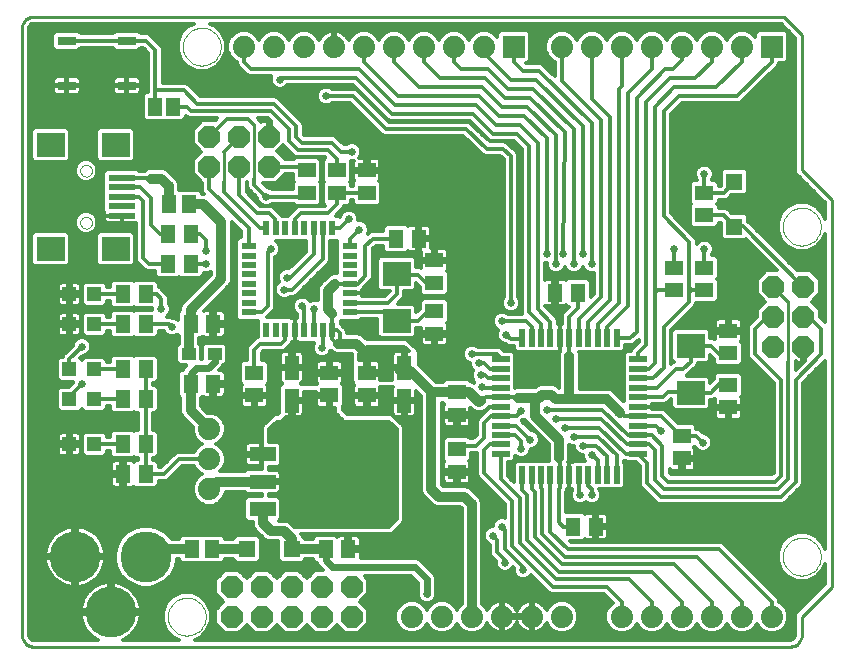
<source format=gtl>
G75*
G70*
%OFA0B0*%
%FSLAX24Y24*%
%IPPOS*%
%LPD*%
%AMOC8*
5,1,8,0,0,1.08239X$1,22.5*
%
%ADD10C,0.0000*%
%ADD11C,0.0100*%
%ADD12C,0.0740*%
%ADD13R,0.0740X0.0740*%
%ADD14OC8,0.0740*%
%ADD15R,0.0945X0.0787*%
%ADD16R,0.0909X0.0197*%
%ADD17R,0.0591X0.0197*%
%ADD18R,0.0197X0.0591*%
%ADD19R,0.0500X0.0220*%
%ADD20R,0.0220X0.0500*%
%ADD21R,0.0512X0.0591*%
%ADD22R,0.0472X0.0394*%
%ADD23R,0.0591X0.0512*%
%ADD24R,0.0472X0.0472*%
%ADD25R,0.0880X0.0480*%
%ADD26R,0.0866X0.1417*%
%ADD27C,0.1700*%
%ADD28R,0.0472X0.0787*%
%ADD29R,0.0551X0.0551*%
%ADD30R,0.0600X0.0300*%
%ADD31R,0.0460X0.0630*%
%ADD32C,0.0120*%
%ADD33C,0.0258*%
%ADD34C,0.0320*%
%ADD35C,0.0240*%
D10*
X007319Y001837D02*
X007321Y001887D01*
X007327Y001937D01*
X007337Y001986D01*
X007351Y002034D01*
X007368Y002081D01*
X007389Y002126D01*
X007414Y002170D01*
X007442Y002211D01*
X007474Y002250D01*
X007508Y002287D01*
X007545Y002321D01*
X007585Y002351D01*
X007627Y002378D01*
X007671Y002402D01*
X007717Y002423D01*
X007764Y002439D01*
X007812Y002452D01*
X007862Y002461D01*
X007911Y002466D01*
X007962Y002467D01*
X008012Y002464D01*
X008061Y002457D01*
X008110Y002446D01*
X008158Y002431D01*
X008204Y002413D01*
X008249Y002391D01*
X008292Y002365D01*
X008333Y002336D01*
X008372Y002304D01*
X008408Y002269D01*
X008440Y002231D01*
X008470Y002191D01*
X008497Y002148D01*
X008520Y002104D01*
X008539Y002058D01*
X008555Y002010D01*
X008567Y001961D01*
X008575Y001912D01*
X008579Y001862D01*
X008579Y001812D01*
X008575Y001762D01*
X008567Y001713D01*
X008555Y001664D01*
X008539Y001616D01*
X008520Y001570D01*
X008497Y001526D01*
X008470Y001483D01*
X008440Y001443D01*
X008408Y001405D01*
X008372Y001370D01*
X008333Y001338D01*
X008292Y001309D01*
X008249Y001283D01*
X008204Y001261D01*
X008158Y001243D01*
X008110Y001228D01*
X008061Y001217D01*
X008012Y001210D01*
X007962Y001207D01*
X007911Y001208D01*
X007862Y001213D01*
X007812Y001222D01*
X007764Y001235D01*
X007717Y001251D01*
X007671Y001272D01*
X007627Y001296D01*
X007585Y001323D01*
X007545Y001353D01*
X007508Y001387D01*
X007474Y001424D01*
X007442Y001463D01*
X007414Y001504D01*
X007389Y001548D01*
X007368Y001593D01*
X007351Y001640D01*
X007337Y001688D01*
X007327Y001737D01*
X007321Y001787D01*
X007319Y001837D01*
X004396Y014970D02*
X004398Y014997D01*
X004404Y015024D01*
X004413Y015050D01*
X004426Y015074D01*
X004442Y015097D01*
X004461Y015116D01*
X004483Y015133D01*
X004507Y015147D01*
X004532Y015157D01*
X004559Y015164D01*
X004586Y015167D01*
X004614Y015166D01*
X004641Y015161D01*
X004667Y015153D01*
X004691Y015141D01*
X004714Y015125D01*
X004735Y015107D01*
X004752Y015086D01*
X004767Y015062D01*
X004778Y015037D01*
X004786Y015011D01*
X004790Y014984D01*
X004790Y014956D01*
X004786Y014929D01*
X004778Y014903D01*
X004767Y014878D01*
X004752Y014854D01*
X004735Y014833D01*
X004714Y014815D01*
X004692Y014799D01*
X004667Y014787D01*
X004641Y014779D01*
X004614Y014774D01*
X004586Y014773D01*
X004559Y014776D01*
X004532Y014783D01*
X004507Y014793D01*
X004483Y014807D01*
X004461Y014824D01*
X004442Y014843D01*
X004426Y014866D01*
X004413Y014890D01*
X004404Y014916D01*
X004398Y014943D01*
X004396Y014970D01*
X004396Y016703D02*
X004398Y016730D01*
X004404Y016757D01*
X004413Y016783D01*
X004426Y016807D01*
X004442Y016830D01*
X004461Y016849D01*
X004483Y016866D01*
X004507Y016880D01*
X004532Y016890D01*
X004559Y016897D01*
X004586Y016900D01*
X004614Y016899D01*
X004641Y016894D01*
X004667Y016886D01*
X004691Y016874D01*
X004714Y016858D01*
X004735Y016840D01*
X004752Y016819D01*
X004767Y016795D01*
X004778Y016770D01*
X004786Y016744D01*
X004790Y016717D01*
X004790Y016689D01*
X004786Y016662D01*
X004778Y016636D01*
X004767Y016611D01*
X004752Y016587D01*
X004735Y016566D01*
X004714Y016548D01*
X004692Y016532D01*
X004667Y016520D01*
X004641Y016512D01*
X004614Y016507D01*
X004586Y016506D01*
X004559Y016509D01*
X004532Y016516D01*
X004507Y016526D01*
X004483Y016540D01*
X004461Y016557D01*
X004442Y016576D01*
X004426Y016599D01*
X004413Y016623D01*
X004404Y016649D01*
X004398Y016676D01*
X004396Y016703D01*
X007819Y020837D02*
X007821Y020887D01*
X007827Y020937D01*
X007837Y020986D01*
X007851Y021034D01*
X007868Y021081D01*
X007889Y021126D01*
X007914Y021170D01*
X007942Y021211D01*
X007974Y021250D01*
X008008Y021287D01*
X008045Y021321D01*
X008085Y021351D01*
X008127Y021378D01*
X008171Y021402D01*
X008217Y021423D01*
X008264Y021439D01*
X008312Y021452D01*
X008362Y021461D01*
X008411Y021466D01*
X008462Y021467D01*
X008512Y021464D01*
X008561Y021457D01*
X008610Y021446D01*
X008658Y021431D01*
X008704Y021413D01*
X008749Y021391D01*
X008792Y021365D01*
X008833Y021336D01*
X008872Y021304D01*
X008908Y021269D01*
X008940Y021231D01*
X008970Y021191D01*
X008997Y021148D01*
X009020Y021104D01*
X009039Y021058D01*
X009055Y021010D01*
X009067Y020961D01*
X009075Y020912D01*
X009079Y020862D01*
X009079Y020812D01*
X009075Y020762D01*
X009067Y020713D01*
X009055Y020664D01*
X009039Y020616D01*
X009020Y020570D01*
X008997Y020526D01*
X008970Y020483D01*
X008940Y020443D01*
X008908Y020405D01*
X008872Y020370D01*
X008833Y020338D01*
X008792Y020309D01*
X008749Y020283D01*
X008704Y020261D01*
X008658Y020243D01*
X008610Y020228D01*
X008561Y020217D01*
X008512Y020210D01*
X008462Y020207D01*
X008411Y020208D01*
X008362Y020213D01*
X008312Y020222D01*
X008264Y020235D01*
X008217Y020251D01*
X008171Y020272D01*
X008127Y020296D01*
X008085Y020323D01*
X008045Y020353D01*
X008008Y020387D01*
X007974Y020424D01*
X007942Y020463D01*
X007914Y020504D01*
X007889Y020548D01*
X007868Y020593D01*
X007851Y020640D01*
X007837Y020688D01*
X007827Y020737D01*
X007821Y020787D01*
X007819Y020837D01*
X027819Y014837D02*
X027821Y014887D01*
X027827Y014937D01*
X027837Y014986D01*
X027851Y015034D01*
X027868Y015081D01*
X027889Y015126D01*
X027914Y015170D01*
X027942Y015211D01*
X027974Y015250D01*
X028008Y015287D01*
X028045Y015321D01*
X028085Y015351D01*
X028127Y015378D01*
X028171Y015402D01*
X028217Y015423D01*
X028264Y015439D01*
X028312Y015452D01*
X028362Y015461D01*
X028411Y015466D01*
X028462Y015467D01*
X028512Y015464D01*
X028561Y015457D01*
X028610Y015446D01*
X028658Y015431D01*
X028704Y015413D01*
X028749Y015391D01*
X028792Y015365D01*
X028833Y015336D01*
X028872Y015304D01*
X028908Y015269D01*
X028940Y015231D01*
X028970Y015191D01*
X028997Y015148D01*
X029020Y015104D01*
X029039Y015058D01*
X029055Y015010D01*
X029067Y014961D01*
X029075Y014912D01*
X029079Y014862D01*
X029079Y014812D01*
X029075Y014762D01*
X029067Y014713D01*
X029055Y014664D01*
X029039Y014616D01*
X029020Y014570D01*
X028997Y014526D01*
X028970Y014483D01*
X028940Y014443D01*
X028908Y014405D01*
X028872Y014370D01*
X028833Y014338D01*
X028792Y014309D01*
X028749Y014283D01*
X028704Y014261D01*
X028658Y014243D01*
X028610Y014228D01*
X028561Y014217D01*
X028512Y014210D01*
X028462Y014207D01*
X028411Y014208D01*
X028362Y014213D01*
X028312Y014222D01*
X028264Y014235D01*
X028217Y014251D01*
X028171Y014272D01*
X028127Y014296D01*
X028085Y014323D01*
X028045Y014353D01*
X028008Y014387D01*
X027974Y014424D01*
X027942Y014463D01*
X027914Y014504D01*
X027889Y014548D01*
X027868Y014593D01*
X027851Y014640D01*
X027837Y014688D01*
X027827Y014737D01*
X027821Y014787D01*
X027819Y014837D01*
X027819Y003837D02*
X027821Y003887D01*
X027827Y003937D01*
X027837Y003986D01*
X027851Y004034D01*
X027868Y004081D01*
X027889Y004126D01*
X027914Y004170D01*
X027942Y004211D01*
X027974Y004250D01*
X028008Y004287D01*
X028045Y004321D01*
X028085Y004351D01*
X028127Y004378D01*
X028171Y004402D01*
X028217Y004423D01*
X028264Y004439D01*
X028312Y004452D01*
X028362Y004461D01*
X028411Y004466D01*
X028462Y004467D01*
X028512Y004464D01*
X028561Y004457D01*
X028610Y004446D01*
X028658Y004431D01*
X028704Y004413D01*
X028749Y004391D01*
X028792Y004365D01*
X028833Y004336D01*
X028872Y004304D01*
X028908Y004269D01*
X028940Y004231D01*
X028970Y004191D01*
X028997Y004148D01*
X029020Y004104D01*
X029039Y004058D01*
X029055Y004010D01*
X029067Y003961D01*
X029075Y003912D01*
X029079Y003862D01*
X029079Y003812D01*
X029075Y003762D01*
X029067Y003713D01*
X029055Y003664D01*
X029039Y003616D01*
X029020Y003570D01*
X028997Y003526D01*
X028970Y003483D01*
X028940Y003443D01*
X028908Y003405D01*
X028872Y003370D01*
X028833Y003338D01*
X028792Y003309D01*
X028749Y003283D01*
X028704Y003261D01*
X028658Y003243D01*
X028610Y003228D01*
X028561Y003217D01*
X028512Y003210D01*
X028462Y003207D01*
X028411Y003208D01*
X028362Y003213D01*
X028312Y003222D01*
X028264Y003235D01*
X028217Y003251D01*
X028171Y003272D01*
X028127Y003296D01*
X028085Y003323D01*
X028045Y003353D01*
X028008Y003387D01*
X027974Y003424D01*
X027942Y003463D01*
X027914Y003504D01*
X027889Y003548D01*
X027868Y003593D01*
X027851Y003640D01*
X027837Y003688D01*
X027827Y003737D01*
X027821Y003787D01*
X027819Y003837D01*
D11*
X002449Y001230D02*
X002449Y021443D01*
X002451Y021482D01*
X002457Y021520D01*
X002466Y021557D01*
X002479Y021594D01*
X002496Y021629D01*
X002515Y021662D01*
X002538Y021693D01*
X002564Y021722D01*
X002593Y021748D01*
X002624Y021771D01*
X002657Y021790D01*
X002692Y021807D01*
X002729Y021820D01*
X002766Y021829D01*
X002804Y021835D01*
X002843Y021837D01*
X027849Y021837D01*
X028449Y021237D01*
X028449Y016737D01*
X029449Y015737D01*
X029449Y002837D01*
X028449Y001837D01*
X028449Y001230D01*
X028447Y001191D01*
X028441Y001153D01*
X028432Y001116D01*
X028419Y001079D01*
X028402Y001044D01*
X028383Y001011D01*
X028360Y000980D01*
X028334Y000951D01*
X028305Y000925D01*
X028274Y000902D01*
X028241Y000883D01*
X028206Y000866D01*
X028169Y000853D01*
X028132Y000844D01*
X028094Y000838D01*
X028055Y000836D01*
X028055Y000837D02*
X002843Y000837D01*
X002843Y000836D02*
X002804Y000838D01*
X002766Y000844D01*
X002729Y000853D01*
X002692Y000866D01*
X002657Y000883D01*
X002624Y000902D01*
X002593Y000925D01*
X002564Y000951D01*
X002538Y000980D01*
X002515Y001011D01*
X002496Y001044D01*
X002479Y001079D01*
X002466Y001116D01*
X002457Y001153D01*
X002451Y001191D01*
X002449Y001230D01*
X009199Y016337D02*
X009199Y017337D01*
X010199Y016437D02*
X010199Y018237D01*
X027999Y012337D02*
X027999Y010337D01*
D12*
X027449Y001837D03*
X026449Y001837D03*
X025449Y001837D03*
X024449Y001837D03*
X023449Y001837D03*
X022449Y001837D03*
X020449Y001837D03*
X019449Y001837D03*
X018449Y001837D03*
X017449Y001837D03*
X016449Y001837D03*
X015449Y001837D03*
X008699Y006087D03*
X008699Y007087D03*
X008699Y008087D03*
X009849Y020837D03*
X010849Y020837D03*
X011849Y020837D03*
X012849Y020837D03*
X013849Y020837D03*
X014849Y020837D03*
X015849Y020837D03*
X016849Y020837D03*
X017849Y020837D03*
X020449Y020837D03*
X021449Y020837D03*
X022449Y020837D03*
X023449Y020837D03*
X024449Y020837D03*
X025449Y020837D03*
X026449Y020837D03*
D13*
X027449Y020837D03*
X018849Y020837D03*
D14*
X010699Y017837D03*
X009699Y017837D03*
X008699Y017837D03*
X008699Y016837D03*
X009699Y016837D03*
X010699Y016837D03*
X027499Y012837D03*
X028499Y012837D03*
X028499Y011837D03*
X027499Y011837D03*
X027499Y010837D03*
X028499Y010837D03*
X013449Y002837D03*
X012449Y002837D03*
X011449Y002837D03*
X010449Y002837D03*
X009449Y002837D03*
X009449Y001837D03*
X010449Y001837D03*
X011449Y001837D03*
X012449Y001837D03*
X013449Y001837D03*
D15*
X024749Y009299D03*
X024749Y010874D03*
X014949Y011699D03*
X014949Y013274D03*
X005577Y014104D03*
X003412Y014104D03*
X003412Y017569D03*
X005577Y017569D03*
D16*
X005799Y016466D03*
X005799Y016151D03*
X005799Y015837D03*
X005799Y015522D03*
X005799Y015207D03*
D17*
X018416Y010411D03*
X018416Y010096D03*
X018416Y009781D03*
X018416Y009466D03*
X018416Y009151D03*
X018416Y008837D03*
X018416Y008522D03*
X018416Y008207D03*
X018416Y007892D03*
X018416Y007577D03*
X018416Y007262D03*
X022983Y007262D03*
X022983Y007577D03*
X022983Y007892D03*
X022983Y008207D03*
X022983Y008522D03*
X022983Y008837D03*
X022983Y009151D03*
X022983Y009466D03*
X022983Y009781D03*
X022983Y010096D03*
X022983Y010411D03*
D18*
X022274Y011120D03*
X021959Y011120D03*
X021644Y011120D03*
X021329Y011120D03*
X021014Y011120D03*
X020699Y011120D03*
X020384Y011120D03*
X020069Y011120D03*
X019754Y011120D03*
X019439Y011120D03*
X019124Y011120D03*
X019124Y006553D03*
X019439Y006553D03*
X019754Y006553D03*
X020069Y006553D03*
X020384Y006553D03*
X020699Y006553D03*
X021014Y006553D03*
X021329Y006553D03*
X021644Y006553D03*
X021959Y006553D03*
X022274Y006553D03*
D19*
X013389Y011984D03*
X013389Y012299D03*
X013389Y012614D03*
X013389Y012929D03*
X013389Y013244D03*
X013389Y013559D03*
X013389Y013874D03*
X013389Y014189D03*
X010009Y014189D03*
X010009Y013874D03*
X010009Y013559D03*
X010009Y013244D03*
X010009Y012929D03*
X010009Y012614D03*
X010009Y012299D03*
X010009Y011984D03*
D20*
X010597Y011397D03*
X010912Y011397D03*
X011227Y011397D03*
X011542Y011397D03*
X011857Y011397D03*
X012172Y011397D03*
X012487Y011397D03*
X012801Y011397D03*
X012801Y014777D03*
X012487Y014777D03*
X012172Y014777D03*
X011857Y014777D03*
X011542Y014777D03*
X011227Y014777D03*
X010912Y014777D03*
X010597Y014777D03*
D21*
X008073Y014587D03*
X007325Y014587D03*
X007325Y013587D03*
X008073Y013587D03*
X006573Y012587D03*
X005825Y012587D03*
X005825Y011587D03*
X006573Y011587D03*
X008075Y011587D03*
X008823Y011587D03*
X006573Y010087D03*
X005825Y010087D03*
X005825Y009087D03*
X006573Y009087D03*
X008075Y009587D03*
X008823Y009587D03*
X006573Y007587D03*
X005825Y007587D03*
X005825Y006587D03*
X006573Y006587D03*
X008114Y004087D03*
X008784Y004087D03*
X012575Y004087D03*
X013323Y004087D03*
X020825Y004837D03*
X021573Y004837D03*
X020973Y012637D03*
X020225Y012637D03*
X015673Y014437D03*
X014925Y014437D03*
X008034Y015587D03*
X007364Y015587D03*
D22*
X008016Y010587D03*
X008882Y010587D03*
D23*
X010199Y009961D03*
X010199Y009213D03*
X012699Y009213D03*
X012699Y009961D03*
X013949Y009961D03*
X013949Y009213D03*
X016199Y011263D03*
X016199Y012011D03*
X016199Y012963D03*
X016199Y013711D03*
X013949Y015963D03*
X013949Y016711D03*
X012949Y016711D03*
X012949Y015963D03*
X011949Y015963D03*
X011949Y016711D03*
X016949Y009311D03*
X016949Y008563D03*
X016949Y007411D03*
X016949Y006663D03*
X024449Y007113D03*
X024449Y007861D03*
X025999Y008813D03*
X025999Y009561D03*
X025999Y010613D03*
X025999Y011361D03*
X025199Y012713D03*
X025199Y013461D03*
X024199Y013461D03*
X024199Y012713D03*
X025199Y015213D03*
X025199Y015961D03*
D24*
X004863Y012587D03*
X004036Y012587D03*
X004036Y011587D03*
X004863Y011587D03*
X004863Y010087D03*
X004036Y010087D03*
X004036Y009087D03*
X004863Y009087D03*
X004863Y007587D03*
X004036Y007587D03*
D25*
X010479Y007247D03*
X010479Y006337D03*
X010479Y005427D03*
D26*
X012919Y006337D03*
D27*
X006593Y003837D03*
X005412Y001986D03*
X004231Y003837D03*
D28*
X011449Y009035D03*
X011449Y010138D03*
X015199Y010138D03*
X015199Y009035D03*
D29*
X011447Y004087D03*
X009951Y004087D03*
X026199Y014839D03*
X026199Y016335D03*
D30*
X005949Y019537D03*
X005949Y021037D03*
X003949Y021037D03*
X003949Y019537D03*
D31*
X006899Y018837D03*
X007499Y018837D03*
D32*
X007949Y018837D01*
X008099Y018687D01*
X010749Y018687D01*
X011349Y018087D01*
X011349Y017687D01*
X011649Y017387D01*
X012649Y017387D01*
X012949Y017087D01*
X012949Y016711D01*
X013424Y016721D02*
X013889Y016721D01*
X013889Y016770D02*
X013889Y016651D01*
X013494Y016651D01*
X013494Y016434D01*
X013505Y016393D01*
X013526Y016356D01*
X013532Y016351D01*
X013474Y016293D01*
X013474Y016202D01*
X013424Y016202D01*
X013424Y016293D01*
X013381Y016337D01*
X013424Y016380D01*
X013424Y017028D01*
X013505Y017028D01*
X013494Y016988D01*
X013494Y016770D01*
X013889Y016770D01*
X013889Y016771D02*
X013889Y017126D01*
X013676Y017126D01*
X013711Y017162D01*
X013758Y017275D01*
X013758Y017398D01*
X013711Y017511D01*
X013624Y017598D01*
X013511Y017645D01*
X013388Y017645D01*
X013274Y017598D01*
X013252Y017576D01*
X013199Y017576D01*
X012935Y017840D01*
X012847Y017876D01*
X012751Y017876D01*
X011899Y017876D01*
X011839Y017936D01*
X011839Y018234D01*
X011803Y018322D01*
X011735Y018390D01*
X010985Y019140D01*
X010897Y019176D01*
X010801Y019176D01*
X008399Y019176D01*
X007985Y019590D01*
X007897Y019626D01*
X007801Y019626D01*
X007139Y019626D01*
X007139Y020784D01*
X007103Y020872D01*
X007035Y020940D01*
X006735Y021240D01*
X006647Y021276D01*
X006551Y021276D01*
X006414Y021276D01*
X006324Y021366D01*
X005575Y021366D01*
X005485Y021276D01*
X004414Y021276D01*
X004324Y021366D01*
X003575Y021366D01*
X003469Y021261D01*
X003469Y020812D01*
X003575Y020707D01*
X004324Y020707D01*
X004414Y020797D01*
X005485Y020797D01*
X005575Y020707D01*
X006324Y020707D01*
X006414Y020797D01*
X006500Y020797D01*
X006659Y020637D01*
X006659Y019434D01*
X006659Y019339D01*
X006659Y019331D01*
X006595Y019331D01*
X006489Y019226D01*
X006489Y018447D01*
X006595Y018342D01*
X007204Y018342D01*
X007804Y018342D01*
X007909Y018447D01*
X007909Y018537D01*
X007963Y018483D01*
X008051Y018447D01*
X008147Y018447D01*
X008970Y018447D01*
X008910Y018386D01*
X008471Y018386D01*
X008149Y018064D01*
X008149Y017609D01*
X008421Y017336D01*
X008149Y017064D01*
X008149Y016609D01*
X008459Y016299D01*
X008459Y016134D01*
X008459Y016039D01*
X008496Y015951D01*
X008520Y015926D01*
X008470Y015926D01*
X008470Y015956D01*
X008364Y016062D01*
X007703Y016062D01*
X007699Y016058D01*
X007695Y016062D01*
X007689Y016062D01*
X007689Y016254D01*
X007637Y016379D01*
X007542Y016475D01*
X007542Y016475D01*
X007387Y016629D01*
X007292Y016725D01*
X007167Y016776D01*
X006681Y016776D01*
X006557Y016725D01*
X006538Y016706D01*
X006366Y016706D01*
X006328Y016745D01*
X005270Y016745D01*
X005165Y016639D01*
X005165Y016324D01*
X005165Y016009D01*
X005165Y015695D01*
X005165Y015349D01*
X005185Y015328D01*
X005185Y015326D01*
X005185Y015207D01*
X005799Y015207D01*
X005799Y015206D01*
X005799Y015206D01*
X005799Y014948D01*
X005324Y014948D01*
X005283Y014959D01*
X005247Y014980D01*
X005217Y015010D01*
X005196Y015046D01*
X005185Y015087D01*
X005185Y015206D01*
X005799Y015206D01*
X005799Y014948D01*
X006259Y014948D01*
X006259Y013834D01*
X006259Y013739D01*
X006296Y013651D01*
X006496Y013451D01*
X006563Y013383D01*
X006651Y013347D01*
X006889Y013347D01*
X006889Y013217D01*
X006995Y013111D01*
X007656Y013111D01*
X007699Y013155D01*
X007743Y013111D01*
X008404Y013111D01*
X008509Y013217D01*
X008509Y013290D01*
X008538Y013278D01*
X008661Y013278D01*
X008759Y013318D01*
X008759Y013227D01*
X007883Y012351D01*
X007787Y012255D01*
X007735Y012130D01*
X007735Y012052D01*
X007639Y011956D01*
X007639Y011733D01*
X007624Y011748D01*
X007511Y011795D01*
X007472Y011795D01*
X007397Y011826D01*
X007301Y011826D01*
X007276Y011826D01*
X007361Y011912D01*
X007408Y012025D01*
X007408Y012148D01*
X007361Y012261D01*
X007339Y012283D01*
X007339Y012484D01*
X007303Y012572D01*
X008104Y012572D01*
X007986Y012454D02*
X007339Y012454D01*
X007339Y012335D02*
X007867Y012335D01*
X007771Y012217D02*
X007380Y012217D01*
X007408Y012098D02*
X007735Y012098D01*
X007662Y011980D02*
X007389Y011980D01*
X007310Y011861D02*
X007639Y011861D01*
X007630Y011743D02*
X007639Y011743D01*
X007449Y011487D02*
X007349Y011587D01*
X006573Y011587D01*
X007009Y011347D02*
X007173Y011347D01*
X007187Y011312D01*
X007274Y011225D01*
X007388Y011178D01*
X007511Y011178D01*
X007624Y011225D01*
X007639Y011240D01*
X007639Y011217D01*
X007676Y011180D01*
X007676Y010934D01*
X007600Y010858D01*
X007600Y010315D01*
X007705Y010210D01*
X007926Y010210D01*
X007850Y010111D01*
X007821Y010082D01*
X007813Y010065D01*
X007811Y010062D01*
X007745Y010062D01*
X007639Y009956D01*
X007639Y009217D01*
X007735Y009121D01*
X007735Y008643D01*
X007787Y008518D01*
X007883Y008422D01*
X008149Y008156D01*
X008149Y007977D01*
X008233Y007775D01*
X008388Y007620D01*
X008469Y007586D01*
X008388Y007553D01*
X008233Y007398D01*
X008203Y007326D01*
X007747Y007326D01*
X007651Y007326D01*
X007563Y007290D01*
X007100Y006826D01*
X007009Y006826D01*
X007009Y006956D01*
X006904Y007062D01*
X006813Y007062D01*
X006813Y007111D01*
X006904Y007111D01*
X007009Y007217D01*
X007009Y007956D01*
X006904Y008062D01*
X006813Y008062D01*
X006813Y008611D01*
X006904Y008611D01*
X007009Y008717D01*
X007009Y009456D01*
X006904Y009562D01*
X006813Y009562D01*
X006813Y009611D01*
X006904Y009611D01*
X007009Y009717D01*
X007009Y010456D01*
X006904Y010562D01*
X006243Y010562D01*
X006199Y010518D01*
X006156Y010562D01*
X005495Y010562D01*
X005389Y010456D01*
X005389Y010326D01*
X005279Y010326D01*
X005279Y010397D01*
X005173Y010503D01*
X004552Y010503D01*
X004449Y010400D01*
X004401Y010449D01*
X004480Y010528D01*
X004511Y010528D01*
X004624Y010575D01*
X004711Y010662D01*
X004758Y010775D01*
X004758Y010898D01*
X004711Y011011D01*
X004624Y011098D01*
X004511Y011145D01*
X004388Y011145D01*
X004274Y011098D01*
X004187Y011011D01*
X004140Y010898D01*
X004140Y010867D01*
X003832Y010559D01*
X003809Y010503D01*
X003725Y010503D01*
X003620Y010397D01*
X003620Y009776D01*
X003725Y009670D01*
X004150Y009670D01*
X004140Y009648D01*
X004140Y009617D01*
X004026Y009503D01*
X003725Y009503D01*
X003620Y009397D01*
X003620Y008776D01*
X003725Y008670D01*
X004346Y008670D01*
X004449Y008773D01*
X004552Y008670D01*
X005173Y008670D01*
X005279Y008776D01*
X005279Y008847D01*
X005389Y008847D01*
X005389Y008717D01*
X005495Y008611D01*
X006156Y008611D01*
X006199Y008655D01*
X006243Y008611D01*
X006333Y008611D01*
X006333Y008062D01*
X006243Y008062D01*
X006199Y008018D01*
X006156Y008062D01*
X005495Y008062D01*
X005389Y007956D01*
X005389Y007826D01*
X005279Y007826D01*
X005279Y007897D01*
X005173Y008003D01*
X004552Y008003D01*
X004446Y007897D01*
X004446Y007276D01*
X004552Y007170D01*
X005173Y007170D01*
X005279Y007276D01*
X005279Y007347D01*
X005389Y007347D01*
X005389Y007217D01*
X005495Y007111D01*
X006156Y007111D01*
X006199Y007155D01*
X006243Y007111D01*
X006333Y007111D01*
X006333Y007062D01*
X006243Y007062D01*
X006185Y007004D01*
X006179Y007010D01*
X006143Y007031D01*
X006102Y007042D01*
X005885Y007042D01*
X005885Y006647D01*
X005765Y006647D01*
X005765Y007042D01*
X005548Y007042D01*
X005507Y007031D01*
X005471Y007010D01*
X005441Y006980D01*
X005420Y006944D01*
X005409Y006903D01*
X005409Y006646D01*
X005765Y006646D01*
X005765Y006527D01*
X002679Y006527D01*
X002679Y006645D02*
X005765Y006645D01*
X005765Y006527D02*
X005409Y006527D01*
X005409Y006270D01*
X005420Y006229D01*
X005441Y006193D01*
X005471Y006163D01*
X005507Y006142D01*
X005548Y006131D01*
X005765Y006131D01*
X005765Y006526D01*
X005885Y006526D01*
X005885Y006131D01*
X006102Y006131D01*
X006143Y006142D01*
X006179Y006163D01*
X006185Y006169D01*
X006243Y006111D01*
X006904Y006111D01*
X007009Y006217D01*
X007009Y006347D01*
X007247Y006347D01*
X007335Y006383D01*
X007403Y006451D01*
X007799Y006847D01*
X008203Y006847D01*
X008233Y006775D01*
X008388Y006620D01*
X008469Y006586D01*
X008388Y006553D01*
X008233Y006398D01*
X008149Y006196D01*
X008149Y005977D01*
X008233Y005775D01*
X008388Y005620D01*
X008590Y005537D01*
X008809Y005537D01*
X009011Y005620D01*
X009165Y005775D01*
X009249Y005977D01*
X009249Y005997D01*
X009885Y005997D01*
X009965Y005917D01*
X010459Y005917D01*
X010459Y005846D01*
X009965Y005846D01*
X009859Y005741D01*
X009859Y005112D01*
X009965Y005007D01*
X010139Y005007D01*
X010139Y004889D01*
X010191Y004764D01*
X010461Y004494D01*
X010557Y004398D01*
X010681Y004347D01*
X010992Y004347D01*
X010992Y003736D01*
X011097Y003631D01*
X011797Y003631D01*
X011903Y003736D01*
X011903Y003747D01*
X012139Y003747D01*
X012139Y003717D01*
X012245Y003611D01*
X012292Y003611D01*
X012321Y003541D01*
X012475Y003386D01*
X012221Y003386D01*
X011949Y003114D01*
X011677Y003386D01*
X011221Y003386D01*
X010949Y003114D01*
X010677Y003386D01*
X010221Y003386D01*
X009949Y003114D01*
X009677Y003386D01*
X009221Y003386D01*
X008899Y003064D01*
X008899Y002609D01*
X009171Y002336D01*
X008899Y002064D01*
X008899Y001609D01*
X009221Y001287D01*
X009677Y001287D01*
X009949Y001559D01*
X010221Y001287D01*
X010677Y001287D01*
X010949Y001559D01*
X011221Y001287D01*
X011677Y001287D01*
X011949Y001559D01*
X012221Y001287D01*
X012677Y001287D01*
X012949Y001559D01*
X013221Y001287D01*
X013677Y001287D01*
X013999Y001609D01*
X013999Y002064D01*
X013727Y002336D01*
X013999Y002609D01*
X013999Y003064D01*
X013877Y003187D01*
X015425Y003187D01*
X015649Y002962D01*
X015649Y002669D01*
X015640Y002648D01*
X015640Y002525D01*
X015687Y002412D01*
X015774Y002325D01*
X015888Y002278D01*
X016011Y002278D01*
X016124Y002325D01*
X016211Y002412D01*
X016258Y002525D01*
X016258Y002648D01*
X016249Y002669D01*
X016249Y003027D01*
X016249Y003146D01*
X016203Y003256D01*
X015719Y003741D01*
X015609Y003786D01*
X015489Y003786D01*
X013739Y003786D01*
X013739Y004027D01*
X013383Y004027D01*
X013383Y004146D01*
X013739Y004146D01*
X013739Y004403D01*
X013728Y004444D01*
X013707Y004480D01*
X013677Y004510D01*
X013641Y004531D01*
X013600Y004542D01*
X013383Y004542D01*
X013383Y004147D01*
X013263Y004147D01*
X013263Y004542D01*
X013046Y004542D01*
X013005Y004531D01*
X012969Y004510D01*
X012963Y004504D01*
X012906Y004562D01*
X012245Y004562D01*
X012139Y004456D01*
X012139Y004426D01*
X011903Y004426D01*
X011903Y004437D01*
X011797Y004542D01*
X011773Y004542D01*
X011751Y004597D01*
X014747Y004597D01*
X014835Y004633D01*
X014903Y004701D01*
X015153Y004951D01*
X015189Y005039D01*
X015189Y005134D01*
X015189Y008134D01*
X015153Y008222D01*
X015085Y008290D01*
X014835Y008540D01*
X014747Y008576D01*
X014651Y008576D01*
X013299Y008576D01*
X013139Y008736D01*
X013139Y008847D01*
X013174Y008882D01*
X013174Y009543D01*
X013117Y009601D01*
X013122Y009606D01*
X013143Y009643D01*
X013154Y009684D01*
X013154Y009901D01*
X012759Y009901D01*
X012759Y010020D01*
X013154Y010020D01*
X013154Y010238D01*
X013143Y010278D01*
X013122Y010315D01*
X013093Y010344D01*
X013056Y010366D01*
X013015Y010376D01*
X012759Y010376D01*
X012759Y010021D01*
X012639Y010021D01*
X012639Y010376D01*
X012383Y010376D01*
X012342Y010366D01*
X012306Y010344D01*
X012276Y010315D01*
X012255Y010278D01*
X012244Y010238D01*
X012244Y010020D01*
X012639Y010020D01*
X012639Y009901D01*
X012244Y009901D01*
X012244Y009684D01*
X012255Y009643D01*
X012276Y009606D01*
X012282Y009601D01*
X012257Y009576D01*
X012247Y009576D01*
X011792Y009576D01*
X011764Y009605D01*
X011784Y009616D01*
X011813Y009646D01*
X011834Y009682D01*
X011845Y009723D01*
X011845Y010080D01*
X011507Y010080D01*
X011507Y010196D01*
X011391Y010196D01*
X011391Y010691D01*
X011192Y010691D01*
X011151Y010680D01*
X011115Y010659D01*
X011085Y010630D01*
X011064Y010593D01*
X011053Y010552D01*
X011053Y010196D01*
X011391Y010196D01*
X011391Y010080D01*
X011053Y010080D01*
X011053Y009723D01*
X011064Y009682D01*
X011085Y009646D01*
X011115Y009616D01*
X011134Y009605D01*
X011033Y009504D01*
X011033Y008610D01*
X011000Y008576D01*
X010901Y008576D01*
X010813Y008540D01*
X010746Y008472D01*
X010496Y008222D01*
X010459Y008134D01*
X010459Y008039D01*
X010459Y007307D01*
X010419Y007307D01*
X010419Y007646D01*
X010018Y007646D01*
X009977Y007636D01*
X009941Y007615D01*
X009911Y007585D01*
X009890Y007548D01*
X009879Y007508D01*
X009879Y007306D01*
X010419Y007306D01*
X010419Y007187D01*
X009879Y007187D01*
X009879Y006985D01*
X009890Y006945D01*
X009911Y006908D01*
X009941Y006879D01*
X009977Y006857D01*
X010018Y006847D01*
X010419Y006847D01*
X010419Y007186D01*
X010459Y007186D01*
X010459Y006756D01*
X009965Y006756D01*
X009885Y006676D01*
X009067Y006676D01*
X009165Y006775D01*
X009249Y006977D01*
X009249Y007196D01*
X009165Y007398D01*
X009011Y007553D01*
X008929Y007586D01*
X009011Y007620D01*
X009165Y007775D01*
X009249Y007977D01*
X009249Y008196D01*
X009165Y008398D01*
X009011Y008553D01*
X008809Y008636D01*
X008630Y008636D01*
X008415Y008851D01*
X008415Y009121D01*
X008463Y009169D01*
X008469Y009163D01*
X008505Y009142D01*
X008546Y009131D01*
X008763Y009131D01*
X008763Y009526D01*
X008883Y009526D01*
X008883Y009131D01*
X009100Y009131D01*
X009141Y009142D01*
X009177Y009163D01*
X009207Y009193D01*
X009228Y009229D01*
X009239Y009270D01*
X009239Y009527D01*
X008883Y009527D01*
X008883Y009646D01*
X009239Y009646D01*
X009239Y009903D01*
X009228Y009944D01*
X009207Y009980D01*
X009177Y010010D01*
X009141Y010031D01*
X009100Y010042D01*
X009014Y010042D01*
X009035Y010058D01*
X009052Y010065D01*
X009082Y010095D01*
X009114Y010121D01*
X009123Y010137D01*
X009136Y010150D01*
X009152Y010188D01*
X009165Y010210D01*
X009193Y010210D01*
X009298Y010315D01*
X009298Y010858D01*
X009193Y010963D01*
X008571Y010963D01*
X008466Y010858D01*
X008466Y010436D01*
X008432Y010436D01*
X008432Y010858D01*
X008356Y010934D01*
X008356Y011111D01*
X008406Y011111D01*
X008463Y011169D01*
X008469Y011163D01*
X008505Y011142D01*
X008546Y011131D01*
X008763Y011131D01*
X008763Y011526D01*
X008883Y011526D01*
X008883Y011131D01*
X009100Y011131D01*
X009141Y011142D01*
X009177Y011163D01*
X009207Y011193D01*
X009228Y011229D01*
X009239Y011270D01*
X009239Y011527D01*
X008883Y011527D01*
X008883Y011646D01*
X009239Y011646D01*
X009239Y011903D01*
X009228Y011944D01*
X009207Y011980D01*
X009177Y012010D01*
X009141Y012031D01*
X009100Y012042D01*
X008883Y012042D01*
X008883Y011647D01*
X008763Y011647D01*
X008763Y012042D01*
X008546Y012042D01*
X008531Y012038D01*
X009387Y012894D01*
X009439Y013019D01*
X009439Y013154D01*
X009439Y015007D01*
X009769Y014677D01*
X009769Y014479D01*
X009685Y014479D01*
X009579Y014373D01*
X009579Y014058D01*
X009579Y013744D01*
X009579Y013429D01*
X009579Y013114D01*
X009579Y012799D01*
X009579Y012484D01*
X009579Y012169D01*
X009579Y011800D01*
X009685Y011694D01*
X010307Y011694D01*
X010307Y011158D01*
X010263Y011140D01*
X010063Y010940D01*
X009996Y010872D01*
X009959Y010784D01*
X009959Y010396D01*
X009829Y010396D01*
X009724Y010291D01*
X009724Y009630D01*
X009782Y009572D01*
X009776Y009567D01*
X009755Y009530D01*
X009744Y009489D01*
X009744Y009272D01*
X010139Y009272D01*
X010139Y009153D01*
X009744Y009153D01*
X009744Y008936D01*
X009755Y008895D01*
X009776Y008858D01*
X009806Y008829D01*
X009842Y008808D01*
X009883Y008797D01*
X010139Y008797D01*
X010139Y009152D01*
X010259Y009152D01*
X010259Y008797D01*
X010515Y008797D01*
X010556Y008808D01*
X010593Y008829D01*
X010622Y008858D01*
X010643Y008895D01*
X010654Y008936D01*
X010654Y009153D01*
X010259Y009153D01*
X010259Y009272D01*
X010654Y009272D01*
X010654Y009489D01*
X010643Y009530D01*
X010622Y009567D01*
X010617Y009572D01*
X010674Y009630D01*
X010674Y010291D01*
X010569Y010396D01*
X010439Y010396D01*
X010439Y010637D01*
X010499Y010697D01*
X011147Y010697D01*
X011235Y010733D01*
X011303Y010801D01*
X011430Y010928D01*
X011454Y010987D01*
X011541Y010987D01*
X011541Y011396D01*
X011542Y011396D01*
X011542Y010987D01*
X011652Y010987D01*
X011672Y010967D01*
X011987Y010967D01*
X012192Y010967D01*
X012187Y010961D01*
X012140Y010848D01*
X012140Y010725D01*
X012187Y010612D01*
X012274Y010525D01*
X012388Y010478D01*
X012511Y010478D01*
X012624Y010525D01*
X012711Y010612D01*
X012750Y010705D01*
X012807Y010648D01*
X012931Y010597D01*
X013117Y010597D01*
X013458Y010597D01*
X013459Y010596D01*
X013459Y010489D01*
X013459Y009689D01*
X013474Y009653D01*
X013474Y009630D01*
X013490Y009614D01*
X013496Y009601D01*
X013528Y009569D01*
X013526Y009567D01*
X013505Y009530D01*
X013494Y009489D01*
X013494Y009272D01*
X013889Y009272D01*
X013889Y009153D01*
X013494Y009153D01*
X013494Y008936D01*
X013505Y008895D01*
X013526Y008858D01*
X013556Y008829D01*
X013592Y008808D01*
X013633Y008797D01*
X013889Y008797D01*
X013889Y009152D01*
X014009Y009152D01*
X014009Y008797D01*
X014265Y008797D01*
X014306Y008808D01*
X014343Y008829D01*
X014372Y008858D01*
X014393Y008895D01*
X014404Y008936D01*
X014404Y009153D01*
X014009Y009153D01*
X014009Y009272D01*
X014404Y009272D01*
X014404Y009489D01*
X014402Y009497D01*
X014817Y009497D01*
X014814Y009491D01*
X014803Y009450D01*
X014803Y009093D01*
X015141Y009093D01*
X015141Y008977D01*
X015257Y008977D01*
X015257Y008482D01*
X015456Y008482D01*
X015497Y008493D01*
X015534Y008514D01*
X015563Y008543D01*
X015584Y008580D01*
X015595Y008621D01*
X015595Y008977D01*
X015257Y008977D01*
X015257Y009093D01*
X015595Y009093D01*
X015595Y009360D01*
X015759Y009196D01*
X015759Y006019D01*
X015811Y005894D01*
X015907Y005798D01*
X016157Y005548D01*
X016281Y005497D01*
X016417Y005497D01*
X017058Y005497D01*
X017109Y005446D01*
X017109Y002274D01*
X016983Y002148D01*
X016949Y002067D01*
X016915Y002148D01*
X016761Y002303D01*
X016559Y002386D01*
X016340Y002386D01*
X016138Y002303D01*
X015983Y002148D01*
X015949Y002067D01*
X015915Y002148D01*
X015761Y002303D01*
X015559Y002386D01*
X015340Y002386D01*
X015138Y002303D01*
X014983Y002148D01*
X014899Y001946D01*
X014899Y001727D01*
X014983Y001525D01*
X015138Y001370D01*
X015340Y001287D01*
X015559Y001287D01*
X015761Y001370D01*
X015915Y001525D01*
X015949Y001606D01*
X015983Y001525D01*
X016138Y001370D01*
X016340Y001287D01*
X016559Y001287D01*
X016761Y001370D01*
X016915Y001525D01*
X016949Y001606D01*
X016983Y001525D01*
X017138Y001370D01*
X017340Y001287D01*
X017559Y001287D01*
X017761Y001370D01*
X017915Y001525D01*
X017959Y001631D01*
X017996Y001559D01*
X018045Y001491D01*
X018104Y001432D01*
X018171Y001383D01*
X018246Y001345D01*
X018325Y001320D01*
X018407Y001307D01*
X018409Y001307D01*
X018409Y001796D01*
X018489Y001796D01*
X018489Y001307D01*
X018491Y001307D01*
X018573Y001320D01*
X018653Y001345D01*
X018727Y001383D01*
X018794Y001432D01*
X018853Y001491D01*
X018902Y001559D01*
X018940Y001633D01*
X018949Y001660D01*
X018958Y001633D01*
X018996Y001559D01*
X019045Y001491D01*
X019104Y001432D01*
X019171Y001383D01*
X019246Y001345D01*
X019325Y001320D01*
X019407Y001307D01*
X019409Y001307D01*
X019409Y001796D01*
X019489Y001796D01*
X019489Y001307D01*
X019491Y001307D01*
X019573Y001320D01*
X019653Y001345D01*
X019727Y001383D01*
X019794Y001432D01*
X019853Y001491D01*
X019902Y001559D01*
X019939Y001631D01*
X019983Y001525D01*
X020138Y001370D01*
X020340Y001287D01*
X020559Y001287D01*
X020761Y001370D01*
X020915Y001525D01*
X020999Y001727D01*
X020999Y001946D01*
X020915Y002148D01*
X020761Y002303D01*
X020559Y002386D01*
X020340Y002386D01*
X020138Y002303D01*
X019983Y002148D01*
X019939Y002042D01*
X019902Y002114D01*
X019853Y002182D01*
X019794Y002241D01*
X019727Y002290D01*
X019653Y002328D01*
X019573Y002353D01*
X019491Y002366D01*
X019489Y002366D01*
X019489Y001877D01*
X019409Y001877D01*
X019409Y002366D01*
X019407Y002366D01*
X019325Y002353D01*
X019246Y002328D01*
X019171Y002290D01*
X019104Y002241D01*
X019045Y002182D01*
X018996Y002114D01*
X018958Y002040D01*
X018949Y002013D01*
X018940Y002040D01*
X018902Y002114D01*
X018853Y002182D01*
X018794Y002241D01*
X018727Y002290D01*
X018653Y002328D01*
X018573Y002353D01*
X018491Y002366D01*
X018489Y002366D01*
X018489Y001877D01*
X018409Y001877D01*
X018409Y002366D01*
X018407Y002366D01*
X018325Y002353D01*
X018246Y002328D01*
X018171Y002290D01*
X018104Y002241D01*
X018045Y002182D01*
X017996Y002114D01*
X017959Y002042D01*
X017915Y002148D01*
X017789Y002274D01*
X017789Y005519D01*
X017789Y005654D01*
X017737Y005779D01*
X017487Y006029D01*
X017392Y006125D01*
X017267Y006176D01*
X016490Y006176D01*
X016439Y006227D01*
X016439Y008971D01*
X016483Y008971D01*
X016532Y008922D01*
X016526Y008917D01*
X016505Y008880D01*
X016494Y008839D01*
X016494Y008622D01*
X016889Y008622D01*
X016889Y008503D01*
X016494Y008503D01*
X016494Y008286D01*
X016505Y008245D01*
X016526Y008208D01*
X016556Y008179D01*
X016592Y008158D01*
X016633Y008147D01*
X016889Y008147D01*
X016889Y008502D01*
X017009Y008502D01*
X017009Y008147D01*
X017265Y008147D01*
X017306Y008158D01*
X017343Y008179D01*
X017372Y008208D01*
X017393Y008245D01*
X017404Y008286D01*
X017404Y008503D01*
X017009Y008503D01*
X017009Y008622D01*
X017404Y008622D01*
X017404Y008801D01*
X017411Y008794D01*
X017507Y008698D01*
X017631Y008647D01*
X017767Y008647D01*
X017892Y008698D01*
X017960Y008767D01*
X017960Y008730D01*
X017948Y008725D01*
X017713Y008490D01*
X017646Y008422D01*
X017609Y008334D01*
X017609Y007886D01*
X017500Y007776D01*
X017389Y007776D01*
X017319Y007846D01*
X016579Y007846D01*
X016474Y007741D01*
X016474Y007080D01*
X016532Y007022D01*
X016526Y007017D01*
X016505Y006980D01*
X016494Y006939D01*
X016494Y006722D01*
X016889Y006722D01*
X016889Y006603D01*
X016494Y006603D01*
X016494Y006386D01*
X016505Y006345D01*
X016526Y006308D01*
X016556Y006279D01*
X016592Y006258D01*
X016633Y006247D01*
X016889Y006247D01*
X016889Y006602D01*
X017009Y006602D01*
X017009Y006247D01*
X017265Y006247D01*
X017306Y006258D01*
X017343Y006279D01*
X017372Y006308D01*
X017393Y006345D01*
X017404Y006386D01*
X017404Y006603D01*
X017009Y006603D01*
X017009Y006722D01*
X017404Y006722D01*
X017404Y006939D01*
X017393Y006980D01*
X017372Y007017D01*
X017367Y007022D01*
X017424Y007080D01*
X017424Y007297D01*
X017609Y007297D01*
X017609Y006684D01*
X017609Y006589D01*
X017646Y006501D01*
X018559Y005587D01*
X018559Y005125D01*
X018511Y005145D01*
X018388Y005145D01*
X018274Y005098D01*
X018187Y005011D01*
X018140Y004898D01*
X018140Y004845D01*
X018088Y004845D01*
X017974Y004798D01*
X017887Y004711D01*
X017840Y004598D01*
X017840Y004475D01*
X017887Y004362D01*
X017974Y004275D01*
X018059Y004239D01*
X018059Y003939D01*
X018096Y003851D01*
X018163Y003783D01*
X018243Y003704D01*
X018240Y003698D01*
X018240Y003575D01*
X018287Y003462D01*
X018374Y003375D01*
X018488Y003328D01*
X018611Y003328D01*
X018724Y003375D01*
X018811Y003462D01*
X018818Y003478D01*
X018843Y003454D01*
X018840Y003448D01*
X018840Y003325D01*
X018887Y003212D01*
X018974Y003125D01*
X019088Y003078D01*
X019211Y003078D01*
X019324Y003125D01*
X019411Y003212D01*
X019418Y003228D01*
X019946Y002701D01*
X020013Y002633D01*
X020101Y002597D01*
X021850Y002597D01*
X022142Y002304D01*
X022138Y002303D01*
X021983Y002148D01*
X021899Y001946D01*
X021899Y001727D01*
X021983Y001525D01*
X022138Y001370D01*
X022340Y001287D01*
X022559Y001287D01*
X022761Y001370D01*
X022915Y001525D01*
X022949Y001606D01*
X022983Y001525D01*
X023138Y001370D01*
X023340Y001287D01*
X023559Y001287D01*
X023761Y001370D01*
X023915Y001525D01*
X023949Y001606D01*
X023983Y001525D01*
X024138Y001370D01*
X024340Y001287D01*
X024559Y001287D01*
X024761Y001370D01*
X024915Y001525D01*
X024949Y001606D01*
X024983Y001525D01*
X025138Y001370D01*
X025340Y001287D01*
X025559Y001287D01*
X025761Y001370D01*
X025915Y001525D01*
X025949Y001606D01*
X025983Y001525D01*
X026138Y001370D01*
X026340Y001287D01*
X026559Y001287D01*
X026761Y001370D01*
X026915Y001525D01*
X026949Y001606D01*
X026983Y001525D01*
X027138Y001370D01*
X027340Y001287D01*
X027559Y001287D01*
X027761Y001370D01*
X027915Y001525D01*
X027999Y001727D01*
X027999Y001946D01*
X027915Y002148D01*
X027761Y002303D01*
X027689Y002332D01*
X027689Y002384D01*
X027653Y002472D01*
X027585Y002540D01*
X025835Y004290D01*
X025747Y004326D01*
X025651Y004326D01*
X020749Y004326D01*
X020714Y004361D01*
X021156Y004361D01*
X021213Y004419D01*
X021219Y004413D01*
X021255Y004392D01*
X021296Y004381D01*
X021513Y004381D01*
X021513Y004776D01*
X021633Y004776D01*
X021633Y004381D01*
X021850Y004381D01*
X021891Y004392D01*
X021927Y004413D01*
X021957Y004443D01*
X021978Y004479D01*
X021989Y004520D01*
X021989Y004777D01*
X021633Y004777D01*
X021633Y004896D01*
X021989Y004896D01*
X021989Y005153D01*
X021978Y005194D01*
X021957Y005230D01*
X021927Y005260D01*
X021891Y005281D01*
X021850Y005292D01*
X021633Y005292D01*
X021633Y004897D01*
X021513Y004897D01*
X021513Y005292D01*
X021296Y005292D01*
X021255Y005281D01*
X021219Y005260D01*
X021213Y005254D01*
X021156Y005312D01*
X020589Y005312D01*
X020589Y005989D01*
X020624Y006074D01*
X020624Y006098D01*
X020699Y006098D01*
X020699Y006553D01*
X020699Y006553D01*
X020699Y006098D01*
X020774Y006098D01*
X020774Y006030D01*
X020740Y005948D01*
X020740Y005825D01*
X020787Y005712D01*
X020874Y005625D01*
X020988Y005578D01*
X021111Y005578D01*
X021224Y005625D01*
X021249Y005650D01*
X021274Y005625D01*
X021388Y005578D01*
X021511Y005578D01*
X021624Y005625D01*
X021711Y005712D01*
X021758Y005825D01*
X021758Y005948D01*
X021711Y006061D01*
X021695Y006078D01*
X021786Y006078D01*
X022101Y006078D01*
X022447Y006078D01*
X022552Y006183D01*
X022552Y006923D01*
X022514Y006961D01*
X022514Y007027D01*
X022526Y007022D01*
X022574Y007022D01*
X022613Y006983D01*
X022922Y006983D01*
X023059Y006846D01*
X023059Y006239D01*
X023096Y006151D01*
X023163Y006083D01*
X023613Y005633D01*
X023701Y005597D01*
X023797Y005597D01*
X027797Y005597D01*
X027885Y005633D01*
X027953Y005701D01*
X028385Y006133D01*
X028453Y006201D01*
X028489Y006289D01*
X028489Y009637D01*
X029219Y010367D01*
X029219Y004094D01*
X029136Y004295D01*
X028908Y004523D01*
X028610Y004646D01*
X028288Y004646D01*
X027990Y004523D01*
X027763Y004295D01*
X027639Y003998D01*
X027639Y003675D01*
X027763Y003378D01*
X027990Y003150D01*
X028288Y003027D01*
X028610Y003027D01*
X028908Y003150D01*
X029136Y003378D01*
X029219Y003579D01*
X029219Y002932D01*
X028354Y002066D01*
X028219Y001932D01*
X028219Y001325D01*
X028219Y001230D01*
X028216Y001198D01*
X028192Y001139D01*
X028146Y001094D01*
X028087Y001070D01*
X028055Y001066D01*
X008206Y001066D01*
X008408Y001150D01*
X008636Y001378D01*
X008759Y001675D01*
X008759Y001998D01*
X008636Y002295D01*
X008408Y002523D01*
X008110Y002646D01*
X007788Y002646D01*
X007490Y002523D01*
X007263Y002295D01*
X007139Y001998D01*
X007139Y001675D01*
X007263Y001378D01*
X007490Y001150D01*
X007692Y001066D01*
X005830Y001066D01*
X005901Y001101D01*
X005997Y001161D01*
X006086Y001232D01*
X006166Y001312D01*
X006237Y001401D01*
X006297Y001497D01*
X006346Y001599D01*
X006384Y001706D01*
X006409Y001817D01*
X006421Y001926D01*
X005472Y001926D01*
X005472Y002046D01*
X006421Y002046D01*
X006409Y002156D01*
X006384Y002266D01*
X006346Y002373D01*
X006297Y002475D01*
X006237Y002571D01*
X006166Y002660D01*
X006086Y002740D01*
X005997Y002811D01*
X005901Y002871D01*
X005799Y002921D01*
X005692Y002958D01*
X005581Y002983D01*
X005472Y002996D01*
X005472Y002046D01*
X005352Y002046D01*
X005352Y002996D01*
X005242Y002983D01*
X005132Y002958D01*
X005025Y002921D01*
X004922Y002871D01*
X004826Y002811D01*
X004738Y002740D01*
X004657Y002660D01*
X004587Y002571D01*
X004526Y002475D01*
X004477Y002373D01*
X004440Y002266D01*
X004414Y002156D01*
X004402Y002046D01*
X005352Y002046D01*
X005352Y001926D01*
X004402Y001926D01*
X004414Y001817D01*
X004440Y001706D01*
X004477Y001599D01*
X004526Y001497D01*
X004587Y001401D01*
X004657Y001312D01*
X004738Y001232D01*
X004826Y001161D01*
X004922Y001101D01*
X004994Y001066D01*
X002938Y001066D01*
X002843Y001066D01*
X002811Y001070D01*
X002752Y001094D01*
X002707Y001139D01*
X002682Y001198D01*
X002679Y001230D01*
X002679Y021348D01*
X002679Y021443D01*
X002682Y021475D01*
X002707Y021534D01*
X002752Y021579D01*
X002811Y021603D01*
X002843Y021607D01*
X008192Y021607D01*
X007990Y021523D01*
X007763Y021295D01*
X007639Y020998D01*
X007639Y020675D01*
X007763Y020378D01*
X007990Y020150D01*
X008288Y020027D01*
X008610Y020027D01*
X008908Y020150D01*
X009136Y020378D01*
X009259Y020675D01*
X009259Y020998D01*
X009136Y021295D01*
X008908Y021523D01*
X008706Y021607D01*
X027754Y021607D01*
X028219Y021141D01*
X028219Y016641D01*
X028354Y016507D01*
X029219Y015641D01*
X029219Y015094D01*
X029136Y015295D01*
X028908Y015523D01*
X028610Y015646D01*
X028288Y015646D01*
X027990Y015523D01*
X027763Y015295D01*
X027639Y014998D01*
X027639Y014675D01*
X027763Y014378D01*
X027990Y014150D01*
X028288Y014027D01*
X028610Y014027D01*
X028908Y014150D01*
X029136Y014378D01*
X029219Y014579D01*
X029219Y011656D01*
X029049Y011826D01*
X029049Y012064D01*
X028777Y012337D01*
X029049Y012609D01*
X029049Y013064D01*
X028727Y013386D01*
X028289Y013386D01*
X026675Y015000D01*
X026671Y015008D01*
X026655Y015022D01*
X026655Y015189D01*
X026549Y015294D01*
X026098Y015294D01*
X026049Y015345D01*
X026048Y015348D01*
X026017Y015380D01*
X025986Y015412D01*
X025983Y015414D01*
X025981Y015416D01*
X025940Y015433D01*
X025899Y015451D01*
X025896Y015451D01*
X025893Y015452D01*
X025848Y015452D01*
X025804Y015454D01*
X025800Y015452D01*
X025674Y015452D01*
X025674Y015543D01*
X025631Y015587D01*
X025674Y015630D01*
X025674Y015721D01*
X025800Y015721D01*
X025804Y015719D01*
X025848Y015721D01*
X025893Y015721D01*
X025896Y015722D01*
X025899Y015722D01*
X025940Y015740D01*
X025981Y015757D01*
X025983Y015759D01*
X025986Y015761D01*
X026017Y015793D01*
X026048Y015825D01*
X026050Y015828D01*
X026098Y015879D01*
X026549Y015879D01*
X026655Y015984D01*
X026655Y016685D01*
X026549Y016790D01*
X025849Y016790D01*
X025744Y016685D01*
X025744Y016203D01*
X025742Y016201D01*
X025674Y016201D01*
X025674Y016291D01*
X025569Y016396D01*
X025446Y016396D01*
X025461Y016412D01*
X025508Y016525D01*
X025508Y016648D01*
X025461Y016761D01*
X025374Y016848D01*
X025261Y016895D01*
X025138Y016895D01*
X025024Y016848D01*
X024937Y016761D01*
X024890Y016648D01*
X024890Y016525D01*
X024937Y016412D01*
X024952Y016396D01*
X024829Y016396D01*
X024724Y016291D01*
X024724Y015630D01*
X024767Y015587D01*
X024724Y015543D01*
X024724Y014882D01*
X024829Y014777D01*
X025569Y014777D01*
X025674Y014882D01*
X025674Y014973D01*
X025742Y014973D01*
X025744Y014970D01*
X025744Y014488D01*
X025849Y014383D01*
X026549Y014383D01*
X026581Y014415D01*
X027610Y013386D01*
X027271Y013386D01*
X026949Y013064D01*
X026949Y012609D01*
X027221Y012337D01*
X026949Y012064D01*
X026949Y011826D01*
X026763Y011640D01*
X026696Y011572D01*
X026659Y011484D01*
X026659Y010634D01*
X026659Y010539D01*
X026696Y010451D01*
X027509Y009637D01*
X027509Y006636D01*
X027450Y006576D01*
X024099Y006576D01*
X024039Y006636D01*
X024039Y006745D01*
X024056Y006729D01*
X024092Y006708D01*
X024133Y006697D01*
X024389Y006697D01*
X024389Y007052D01*
X024509Y007052D01*
X024509Y006697D01*
X024765Y006697D01*
X024806Y006708D01*
X024843Y006729D01*
X024872Y006758D01*
X024893Y006795D01*
X024904Y006836D01*
X024904Y007053D01*
X024509Y007053D01*
X024509Y007172D01*
X024904Y007172D01*
X024904Y007389D01*
X024893Y007430D01*
X024872Y007467D01*
X024867Y007472D01*
X024878Y007484D01*
X024887Y007462D01*
X024974Y007375D01*
X025088Y007328D01*
X025211Y007328D01*
X025324Y007375D01*
X025411Y007462D01*
X025458Y007575D01*
X025458Y007698D01*
X025411Y007811D01*
X025324Y007898D01*
X025211Y007945D01*
X025180Y007945D01*
X025061Y008064D01*
X024973Y008101D01*
X024924Y008101D01*
X024924Y008191D01*
X024819Y008296D01*
X024329Y008296D01*
X023900Y008725D01*
X023812Y008762D01*
X023716Y008762D01*
X023438Y008762D01*
X023438Y008836D01*
X022983Y008836D01*
X022983Y008837D01*
X023438Y008837D01*
X023438Y008911D01*
X023766Y008911D01*
X023862Y008911D01*
X023950Y008948D01*
X024097Y009095D01*
X024097Y008831D01*
X024202Y008725D01*
X025296Y008725D01*
X025402Y008831D01*
X025402Y009059D01*
X025459Y009059D01*
X025545Y009095D01*
X025544Y009089D01*
X025544Y008872D01*
X025939Y008872D01*
X025939Y008753D01*
X025544Y008753D01*
X025544Y008536D01*
X025555Y008495D01*
X025576Y008458D01*
X025606Y008429D01*
X025642Y008408D01*
X025683Y008397D01*
X025939Y008397D01*
X025939Y008752D01*
X026059Y008752D01*
X026059Y008397D01*
X026315Y008397D01*
X026356Y008408D01*
X026393Y008429D01*
X026422Y008458D01*
X026443Y008495D01*
X026454Y008536D01*
X026454Y008753D01*
X026059Y008753D01*
X026059Y008872D01*
X026454Y008872D01*
X026454Y009089D01*
X026443Y009130D01*
X026422Y009167D01*
X026417Y009172D01*
X026474Y009230D01*
X026474Y009891D01*
X026369Y009996D01*
X025629Y009996D01*
X025524Y009891D01*
X025524Y009751D01*
X025496Y009722D01*
X025402Y009628D01*
X025402Y009767D01*
X025296Y009873D01*
X024610Y009873D01*
X024635Y009883D01*
X024885Y010133D01*
X024953Y010201D01*
X025604Y010201D01*
X025629Y010177D02*
X026369Y010177D01*
X026474Y010282D01*
X026474Y010943D01*
X026417Y011001D01*
X026422Y011006D01*
X026443Y011043D01*
X026454Y011084D01*
X026454Y011301D01*
X026059Y011301D01*
X026059Y011420D01*
X026454Y011420D01*
X026454Y011638D01*
X026443Y011678D01*
X026422Y011715D01*
X026393Y011744D01*
X026356Y011766D01*
X026315Y011776D01*
X026059Y011776D01*
X026059Y011421D01*
X025939Y011421D01*
X025939Y011776D01*
X025683Y011776D01*
X025642Y011766D01*
X025606Y011744D01*
X025576Y011715D01*
X025555Y011678D01*
X025544Y011638D01*
X025544Y011420D01*
X025939Y011420D01*
X025939Y011301D01*
X025544Y011301D01*
X025544Y011084D01*
X025545Y011078D01*
X025459Y011114D01*
X025402Y011114D01*
X025402Y011342D01*
X025296Y011448D01*
X024202Y011448D01*
X024097Y011342D01*
X024097Y010406D01*
X024183Y010319D01*
X024113Y010290D01*
X024089Y010266D01*
X024089Y011387D01*
X024903Y012201D01*
X024934Y012277D01*
X025569Y012277D01*
X025674Y012382D01*
X025674Y013043D01*
X025631Y013086D01*
X025674Y013130D01*
X025674Y013791D01*
X025569Y013896D01*
X025446Y013896D01*
X025461Y013912D01*
X025508Y014025D01*
X025508Y014148D01*
X025461Y014261D01*
X025374Y014348D01*
X025261Y014395D01*
X025138Y014395D01*
X025024Y014348D01*
X024939Y014263D01*
X024939Y014289D01*
X024939Y014384D01*
X024903Y014472D01*
X024089Y015286D01*
X024089Y018587D01*
X024449Y018947D01*
X026251Y018947D01*
X026347Y018947D01*
X026435Y018983D01*
X027585Y020133D01*
X027653Y020201D01*
X027688Y020287D01*
X027894Y020287D01*
X027999Y020392D01*
X027999Y021281D01*
X027894Y021386D01*
X027005Y021386D01*
X026899Y021281D01*
X026899Y021164D01*
X026761Y021303D01*
X026559Y021386D01*
X026340Y021386D01*
X026138Y021303D01*
X025983Y021148D01*
X025949Y021067D01*
X025915Y021148D01*
X025761Y021303D01*
X025559Y021386D01*
X025340Y021386D01*
X025138Y021303D01*
X024983Y021148D01*
X024949Y021067D01*
X024915Y021148D01*
X024761Y021303D01*
X024559Y021386D01*
X024340Y021386D01*
X024138Y021303D01*
X023983Y021148D01*
X023949Y021067D01*
X023915Y021148D01*
X023761Y021303D01*
X023559Y021386D01*
X023340Y021386D01*
X023138Y021303D01*
X022983Y021148D01*
X022949Y021067D01*
X022915Y021148D01*
X022761Y021303D01*
X022559Y021386D01*
X022340Y021386D01*
X022138Y021303D01*
X021983Y021148D01*
X021949Y021067D01*
X021915Y021148D01*
X021761Y021303D01*
X021559Y021386D01*
X021340Y021386D01*
X021138Y021303D01*
X020983Y021148D01*
X020949Y021067D01*
X020915Y021148D01*
X020761Y021303D01*
X020559Y021386D01*
X020340Y021386D01*
X020138Y021303D01*
X019983Y021148D01*
X019899Y020946D01*
X019899Y020727D01*
X019983Y020525D01*
X020138Y020370D01*
X020209Y020341D01*
X020209Y019866D01*
X019903Y020172D01*
X019835Y020240D01*
X019747Y020276D01*
X019249Y020276D01*
X019238Y020287D01*
X019294Y020287D01*
X019399Y020392D01*
X019399Y021281D01*
X019294Y021386D01*
X018405Y021386D01*
X018299Y021281D01*
X018299Y021164D01*
X018161Y021303D01*
X017959Y021386D01*
X017740Y021386D01*
X017538Y021303D01*
X017383Y021148D01*
X017349Y021067D01*
X017315Y021148D01*
X017161Y021303D01*
X016959Y021386D01*
X016740Y021386D01*
X016538Y021303D01*
X016383Y021148D01*
X016349Y021067D01*
X016315Y021148D01*
X016161Y021303D01*
X015959Y021386D01*
X015740Y021386D01*
X015538Y021303D01*
X015383Y021148D01*
X015349Y021067D01*
X015315Y021148D01*
X015161Y021303D01*
X014959Y021386D01*
X014740Y021386D01*
X014538Y021303D01*
X014383Y021148D01*
X014349Y021067D01*
X014315Y021148D01*
X014161Y021303D01*
X013959Y021386D01*
X013740Y021386D01*
X013538Y021303D01*
X013383Y021148D01*
X013339Y021042D01*
X013302Y021114D01*
X013253Y021182D01*
X013194Y021241D01*
X013127Y021290D01*
X013053Y021328D01*
X012973Y021353D01*
X012891Y021366D01*
X012889Y021366D01*
X012889Y020877D01*
X012809Y020877D01*
X012809Y021366D01*
X012807Y021366D01*
X012725Y021353D01*
X012646Y021328D01*
X012571Y021290D01*
X012504Y021241D01*
X012445Y021182D01*
X012396Y021114D01*
X012359Y021042D01*
X012315Y021148D01*
X012161Y021303D01*
X011959Y021386D01*
X011740Y021386D01*
X011538Y021303D01*
X011383Y021148D01*
X011349Y021067D01*
X011315Y021148D01*
X011161Y021303D01*
X010959Y021386D01*
X010740Y021386D01*
X010538Y021303D01*
X010383Y021148D01*
X010349Y021067D01*
X010315Y021148D01*
X010161Y021303D01*
X009959Y021386D01*
X009740Y021386D01*
X009538Y021303D01*
X009383Y021148D01*
X009299Y020946D01*
X009299Y020727D01*
X009383Y020525D01*
X009538Y020370D01*
X009609Y020341D01*
X009609Y020289D01*
X009646Y020201D01*
X009896Y019951D01*
X009963Y019883D01*
X010051Y019847D01*
X010760Y019847D01*
X010740Y019798D01*
X010740Y019675D01*
X010787Y019562D01*
X010874Y019475D01*
X010988Y019428D01*
X011111Y019428D01*
X011224Y019475D01*
X011296Y019547D01*
X013500Y019547D01*
X014596Y018451D01*
X014663Y018383D01*
X014751Y018347D01*
X017400Y018347D01*
X018013Y017733D01*
X018101Y017697D01*
X018197Y017697D01*
X018850Y017697D01*
X019109Y017437D01*
X019109Y011939D01*
X019114Y011926D01*
X018646Y011926D01*
X018624Y011948D01*
X018511Y011995D01*
X018388Y011995D01*
X018274Y011948D01*
X018187Y011861D01*
X016674Y011861D01*
X016674Y011743D02*
X018140Y011743D01*
X018140Y011748D02*
X018140Y011625D01*
X018187Y011512D01*
X018274Y011425D01*
X018333Y011400D01*
X018290Y011298D01*
X018290Y011175D01*
X018337Y011062D01*
X018424Y010975D01*
X018538Y010928D01*
X018569Y010928D01*
X018613Y010883D01*
X018701Y010847D01*
X018797Y010847D01*
X018846Y010847D01*
X018846Y010750D01*
X018951Y010645D01*
X019297Y010645D01*
X019612Y010645D01*
X019927Y010645D01*
X020242Y010645D01*
X020263Y010665D01*
X020265Y010665D01*
X020384Y010665D01*
X020384Y011120D01*
X020384Y011575D01*
X020309Y011575D01*
X020309Y011619D01*
X020309Y011714D01*
X020273Y011802D01*
X019889Y012186D01*
X019889Y012203D01*
X019907Y012192D01*
X019948Y012181D01*
X020165Y012181D01*
X020165Y012576D01*
X020285Y012576D01*
X020285Y012181D01*
X020502Y012181D01*
X020543Y012192D01*
X020579Y012213D01*
X020585Y012219D01*
X020643Y012161D01*
X020684Y012161D01*
X020496Y011972D01*
X020459Y011884D01*
X020459Y011789D01*
X020459Y011575D01*
X020384Y011575D01*
X020384Y011120D01*
X020384Y011120D01*
X020384Y011120D01*
X020384Y010665D01*
X020359Y010604D01*
X020359Y009457D01*
X020292Y009525D01*
X020167Y009576D01*
X020031Y009576D01*
X019731Y009576D01*
X019607Y009525D01*
X019558Y009476D01*
X019481Y009476D01*
X018931Y009476D01*
X018891Y009460D01*
X018891Y009639D01*
X018891Y009954D01*
X018891Y010269D01*
X018891Y010584D01*
X018785Y010690D01*
X018535Y010690D01*
X018503Y010722D01*
X018435Y010790D01*
X018347Y010826D01*
X017646Y010826D01*
X017624Y010848D01*
X017511Y010895D01*
X017388Y010895D01*
X017274Y010848D01*
X017187Y010761D01*
X017140Y010648D01*
X017140Y010525D01*
X017187Y010412D01*
X017274Y010325D01*
X017388Y010278D01*
X017390Y010278D01*
X017390Y010225D01*
X017437Y010112D01*
X017487Y010061D01*
X017440Y009948D01*
X017440Y009825D01*
X017487Y009712D01*
X017537Y009661D01*
X017525Y009632D01*
X017417Y009676D01*
X017389Y009676D01*
X017319Y009746D01*
X016579Y009746D01*
X016483Y009651D01*
X016266Y009651D01*
X015689Y010227D01*
X015689Y010634D01*
X015653Y010722D01*
X015585Y010790D01*
X015335Y011040D01*
X015247Y011076D01*
X015151Y011076D01*
X013940Y011076D01*
X013792Y011225D01*
X013667Y011276D01*
X013531Y011276D01*
X013289Y011276D01*
X013289Y011334D01*
X013253Y011422D01*
X013185Y011490D01*
X013091Y011584D01*
X013091Y011694D01*
X013714Y011694D01*
X013764Y011744D01*
X014297Y011744D01*
X014297Y011231D01*
X014402Y011125D01*
X015496Y011125D01*
X015602Y011231D01*
X015602Y011447D01*
X015697Y011447D01*
X015744Y011466D01*
X015744Y011322D01*
X016139Y011322D01*
X016139Y011203D01*
X015744Y011203D01*
X015744Y010986D01*
X015755Y010945D01*
X015776Y010908D01*
X015806Y010879D01*
X015842Y010858D01*
X015883Y010847D01*
X016139Y010847D01*
X016139Y011202D01*
X016259Y011202D01*
X016259Y010847D01*
X016515Y010847D01*
X016556Y010858D01*
X016593Y010879D01*
X016622Y010908D01*
X016643Y010945D01*
X016654Y010986D01*
X016654Y011203D01*
X016259Y011203D01*
X016259Y011322D01*
X016654Y011322D01*
X016654Y011539D01*
X016643Y011580D01*
X016622Y011617D01*
X016617Y011622D01*
X016674Y011680D01*
X016674Y012341D01*
X016569Y012446D01*
X015829Y012446D01*
X015724Y012341D01*
X015724Y012101D01*
X015602Y011978D01*
X015602Y012167D01*
X015496Y012273D01*
X014975Y012273D01*
X015085Y012383D01*
X015153Y012451D01*
X015189Y012539D01*
X015189Y012700D01*
X015496Y012700D01*
X015602Y012806D01*
X015602Y012945D01*
X015724Y012822D01*
X015724Y012632D01*
X015829Y012527D01*
X016569Y012527D01*
X016674Y012632D01*
X016674Y013293D01*
X016617Y013351D01*
X016622Y013356D01*
X016643Y013393D01*
X016654Y013434D01*
X016654Y013651D01*
X016259Y013651D01*
X016259Y013770D01*
X016654Y013770D01*
X016654Y013988D01*
X016643Y014028D01*
X016622Y014065D01*
X016593Y014094D01*
X016556Y014116D01*
X016515Y014126D01*
X016259Y014126D01*
X016259Y013771D01*
X016139Y013771D01*
X016139Y014126D01*
X016089Y014126D01*
X016089Y014377D01*
X015733Y014377D01*
X015733Y014496D01*
X016089Y014496D01*
X016089Y014753D01*
X016078Y014794D01*
X016057Y014830D01*
X016027Y014860D01*
X015991Y014881D01*
X015950Y014892D01*
X015733Y014892D01*
X015733Y014497D01*
X015613Y014497D01*
X015613Y014892D01*
X015396Y014892D01*
X015355Y014881D01*
X015319Y014860D01*
X015313Y014854D01*
X015256Y014912D01*
X014595Y014912D01*
X014489Y014806D01*
X014489Y014676D01*
X014101Y014676D01*
X014013Y014640D01*
X013979Y014606D01*
X014008Y014675D01*
X014008Y014798D01*
X013961Y014911D01*
X013874Y014998D01*
X013761Y015045D01*
X013658Y015045D01*
X013658Y015148D01*
X013611Y015261D01*
X013524Y015348D01*
X013411Y015395D01*
X013288Y015395D01*
X013174Y015348D01*
X013087Y015261D01*
X013041Y015151D01*
X012986Y015206D01*
X012908Y015206D01*
X013085Y015383D01*
X013153Y015451D01*
X013184Y015527D01*
X013319Y015527D01*
X013424Y015632D01*
X013424Y015723D01*
X013474Y015723D01*
X013474Y015632D01*
X013579Y015527D01*
X014319Y015527D01*
X014424Y015632D01*
X014424Y016293D01*
X014367Y016351D01*
X014372Y016356D01*
X014393Y016393D01*
X014404Y016434D01*
X014404Y016651D01*
X014009Y016651D01*
X014009Y016770D01*
X014404Y016770D01*
X014404Y016988D01*
X014393Y017028D01*
X014372Y017065D01*
X014343Y017094D01*
X014306Y017116D01*
X014265Y017126D01*
X014009Y017126D01*
X014009Y016771D01*
X013889Y016771D01*
X013889Y016840D02*
X014009Y016840D01*
X014009Y016958D02*
X013889Y016958D01*
X013889Y017077D02*
X014009Y017077D01*
X013725Y017196D02*
X017909Y017196D01*
X017910Y017195D02*
X017954Y017197D01*
X018400Y017197D01*
X018509Y017087D01*
X018509Y012483D01*
X018487Y012461D01*
X018440Y012348D01*
X018440Y012225D01*
X018487Y012112D01*
X018574Y012025D01*
X018688Y011978D01*
X018811Y011978D01*
X018924Y012025D01*
X019011Y012112D01*
X019058Y012225D01*
X019058Y012348D01*
X019011Y012461D01*
X018989Y012483D01*
X018989Y017234D01*
X018953Y017322D01*
X018885Y017390D01*
X018635Y017640D01*
X018547Y017676D01*
X018451Y017676D01*
X018043Y017676D01*
X017416Y018259D01*
X017385Y018290D01*
X017381Y018292D01*
X017377Y018295D01*
X017337Y018310D01*
X017297Y018326D01*
X017292Y018326D01*
X017288Y018328D01*
X017244Y018326D01*
X014699Y018326D01*
X013635Y019390D01*
X013547Y019426D01*
X013451Y019426D01*
X012796Y019426D01*
X012774Y019448D01*
X012661Y019495D01*
X012538Y019495D01*
X012424Y019448D01*
X012337Y019361D01*
X012290Y019248D01*
X012290Y019125D01*
X012337Y019012D01*
X012424Y018925D01*
X012538Y018878D01*
X012661Y018878D01*
X012774Y018925D01*
X012796Y018947D01*
X013400Y018947D01*
X014396Y017951D01*
X014463Y017883D01*
X014551Y017847D01*
X017155Y017847D01*
X017782Y017264D01*
X017813Y017233D01*
X017817Y017231D01*
X017821Y017228D01*
X017861Y017213D01*
X017901Y017197D01*
X017906Y017197D01*
X017910Y017195D01*
X017926Y017196D02*
X018401Y017196D01*
X018509Y017077D02*
X014360Y017077D01*
X014404Y016958D02*
X018509Y016958D01*
X018509Y016840D02*
X014404Y016840D01*
X014404Y016603D02*
X018509Y016603D01*
X018509Y016721D02*
X014009Y016721D01*
X014378Y016366D02*
X018509Y016366D01*
X018509Y016484D02*
X014404Y016484D01*
X014424Y016247D02*
X018509Y016247D01*
X018509Y016129D02*
X014424Y016129D01*
X014424Y016010D02*
X018509Y016010D01*
X018509Y015892D02*
X014424Y015892D01*
X014424Y015773D02*
X018509Y015773D01*
X018509Y015654D02*
X014424Y015654D01*
X014328Y015536D02*
X018509Y015536D01*
X018509Y015417D02*
X013119Y015417D01*
X013085Y015383D02*
X013085Y015383D01*
X013125Y015299D02*
X013001Y015299D01*
X013012Y015180D02*
X013054Y015180D01*
X013349Y015087D02*
X013039Y014777D01*
X012801Y014777D01*
X012487Y014777D02*
X012487Y013774D01*
X011449Y012737D01*
X011199Y012737D01*
X011075Y012454D02*
X010889Y012454D01*
X010937Y012562D02*
X011024Y012475D01*
X011138Y012428D01*
X011261Y012428D01*
X011374Y012475D01*
X011396Y012497D01*
X011497Y012497D01*
X011585Y012533D01*
X011653Y012601D01*
X012690Y013638D01*
X012726Y013726D01*
X012726Y013822D01*
X012726Y014347D01*
X012959Y014347D01*
X012959Y014004D01*
X012959Y013689D01*
X012959Y013374D01*
X012959Y013276D01*
X012831Y013276D01*
X012707Y013225D01*
X012457Y012975D01*
X012361Y012879D01*
X012309Y012754D01*
X012309Y012375D01*
X012261Y012395D01*
X012138Y012395D01*
X012059Y012363D01*
X011974Y012448D01*
X011861Y012495D01*
X011738Y012495D01*
X011624Y012448D01*
X011537Y012361D01*
X011490Y012248D01*
X011490Y012125D01*
X011537Y012012D01*
X011617Y011932D01*
X011617Y011806D01*
X011542Y011806D01*
X011542Y011397D01*
X011541Y011397D01*
X011541Y011806D01*
X011431Y011806D01*
X011411Y011826D01*
X011042Y011826D01*
X010727Y011826D01*
X010628Y011826D01*
X010785Y011983D01*
X010853Y012051D01*
X010889Y012139D01*
X010889Y013810D01*
X010924Y013825D01*
X011011Y013912D01*
X011058Y014025D01*
X011058Y014148D01*
X011011Y014261D01*
X010926Y014347D01*
X011096Y014347D01*
X011411Y014347D01*
X011726Y014347D01*
X011932Y014347D01*
X011932Y014008D01*
X011366Y013443D01*
X011361Y013445D01*
X011238Y013445D01*
X011124Y013398D01*
X011037Y013311D01*
X010990Y013198D01*
X010990Y013075D01*
X011023Y012997D01*
X010937Y012911D01*
X010890Y012798D01*
X010890Y012675D01*
X010937Y012562D01*
X010933Y012572D02*
X010889Y012572D01*
X010889Y012691D02*
X010890Y012691D01*
X010889Y012809D02*
X010895Y012809D01*
X010889Y012928D02*
X010954Y012928D01*
X011002Y013046D02*
X010889Y013046D01*
X010889Y013165D02*
X010990Y013165D01*
X011026Y013284D02*
X010889Y013284D01*
X010889Y013402D02*
X011133Y013402D01*
X010889Y013521D02*
X011444Y013521D01*
X011562Y013639D02*
X010889Y013639D01*
X010889Y013758D02*
X011681Y013758D01*
X011799Y013876D02*
X010976Y013876D01*
X011045Y013995D02*
X011918Y013995D01*
X011932Y014113D02*
X011058Y014113D01*
X011023Y014232D02*
X011932Y014232D01*
X012172Y013909D02*
X011399Y013137D01*
X011299Y013137D01*
X011743Y012691D02*
X012309Y012691D01*
X012309Y012572D02*
X011624Y012572D01*
X011637Y012454D02*
X011324Y012454D01*
X011526Y012335D02*
X010889Y012335D01*
X010889Y012217D02*
X011490Y012217D01*
X011501Y012098D02*
X010872Y012098D01*
X010782Y011980D02*
X011569Y011980D01*
X011617Y011861D02*
X010663Y011861D01*
X010447Y011984D02*
X010649Y012187D01*
X010649Y013987D01*
X010749Y014087D01*
X010597Y014777D02*
X010587Y014787D01*
X010399Y014787D01*
X009199Y015987D01*
X009199Y016337D01*
X008699Y016087D02*
X008699Y016837D01*
X008149Y016840D02*
X004944Y016840D01*
X004970Y016778D02*
X004912Y016916D01*
X004806Y017022D01*
X004668Y017079D01*
X004518Y017079D01*
X004379Y017022D01*
X004273Y016916D01*
X004216Y016778D01*
X004216Y016628D01*
X004273Y016489D01*
X004379Y016383D01*
X004518Y016326D01*
X004668Y016326D01*
X004806Y016383D01*
X004912Y016489D01*
X004970Y016628D01*
X004970Y016778D01*
X004970Y016721D02*
X005247Y016721D01*
X005165Y016603D02*
X004959Y016603D01*
X004907Y016484D02*
X005165Y016484D01*
X005165Y016366D02*
X004764Y016366D01*
X004422Y016366D02*
X002679Y016366D01*
X002679Y016484D02*
X004278Y016484D01*
X004226Y016603D02*
X002679Y016603D01*
X002679Y016721D02*
X004216Y016721D01*
X004242Y016840D02*
X002679Y016840D01*
X002679Y016958D02*
X004316Y016958D01*
X004512Y017077D02*
X004041Y017077D01*
X004064Y017101D02*
X004064Y018037D01*
X003959Y018142D01*
X002865Y018142D01*
X002759Y018037D01*
X002759Y017101D01*
X002865Y016995D01*
X003959Y016995D01*
X004064Y017101D01*
X004064Y017196D02*
X004925Y017196D01*
X004925Y017101D02*
X005030Y016995D01*
X006124Y016995D01*
X006229Y017101D01*
X006229Y018037D01*
X006124Y018142D01*
X005030Y018142D01*
X004925Y018037D01*
X004925Y017101D01*
X004948Y017077D02*
X004674Y017077D01*
X004870Y016958D02*
X008149Y016958D01*
X008162Y017077D02*
X006206Y017077D01*
X006229Y017196D02*
X008280Y017196D01*
X008399Y017314D02*
X006229Y017314D01*
X006229Y017433D02*
X008325Y017433D01*
X008207Y017551D02*
X006229Y017551D01*
X006229Y017670D02*
X008149Y017670D01*
X008149Y017788D02*
X006229Y017788D01*
X006229Y017907D02*
X008149Y017907D01*
X008149Y018025D02*
X006229Y018025D01*
X006555Y018381D02*
X002679Y018381D01*
X002679Y018499D02*
X006489Y018499D01*
X006489Y018618D02*
X002679Y018618D01*
X002679Y018737D02*
X006489Y018737D01*
X006489Y018855D02*
X002679Y018855D01*
X002679Y018974D02*
X006489Y018974D01*
X006489Y019092D02*
X002679Y019092D01*
X002679Y019211D02*
X006489Y019211D01*
X006377Y019288D02*
X006398Y019325D01*
X006409Y019365D01*
X006409Y019521D01*
X005964Y019521D01*
X005964Y019227D01*
X006270Y019227D01*
X006311Y019237D01*
X006347Y019259D01*
X006377Y019288D01*
X006399Y019329D02*
X006592Y019329D01*
X006659Y019448D02*
X006409Y019448D01*
X006409Y019552D02*
X005964Y019552D01*
X005934Y019552D01*
X005934Y019846D01*
X005628Y019846D01*
X005587Y019836D01*
X005551Y019815D01*
X005521Y019785D01*
X005500Y019748D01*
X005489Y019708D01*
X005489Y019552D01*
X005934Y019552D01*
X005934Y019521D01*
X005964Y019521D01*
X005964Y019552D01*
X005964Y019846D01*
X006270Y019846D01*
X006311Y019836D01*
X006347Y019815D01*
X006377Y019785D01*
X006398Y019748D01*
X006409Y019708D01*
X006409Y019552D01*
X006409Y019566D02*
X006659Y019566D01*
X006659Y019685D02*
X006409Y019685D01*
X006358Y019803D02*
X006659Y019803D01*
X006659Y019922D02*
X002679Y019922D01*
X002679Y019803D02*
X003540Y019803D01*
X003551Y019815D02*
X003521Y019785D01*
X003500Y019748D01*
X003489Y019708D01*
X003489Y019552D01*
X003934Y019552D01*
X003934Y019846D01*
X003628Y019846D01*
X003587Y019836D01*
X003551Y019815D01*
X003489Y019685D02*
X002679Y019685D01*
X002679Y019566D02*
X003489Y019566D01*
X003489Y019521D02*
X003489Y019365D01*
X003500Y019325D01*
X003521Y019288D01*
X003551Y019259D01*
X003587Y019237D01*
X003628Y019227D01*
X003934Y019227D01*
X003934Y019521D01*
X003964Y019521D01*
X003964Y019227D01*
X004270Y019227D01*
X004311Y019237D01*
X004347Y019259D01*
X004377Y019288D01*
X004398Y019325D01*
X004409Y019365D01*
X004409Y019521D01*
X003964Y019521D01*
X003964Y019552D01*
X003934Y019552D01*
X003934Y019521D01*
X003489Y019521D01*
X003489Y019448D02*
X002679Y019448D01*
X002679Y019329D02*
X003499Y019329D01*
X003934Y019329D02*
X003964Y019329D01*
X003964Y019448D02*
X003934Y019448D01*
X003964Y019552D02*
X004409Y019552D01*
X004409Y019708D01*
X004398Y019748D01*
X004377Y019785D01*
X004347Y019815D01*
X004311Y019836D01*
X004270Y019846D01*
X003964Y019846D01*
X003964Y019552D01*
X003964Y019566D02*
X003934Y019566D01*
X003934Y019685D02*
X003964Y019685D01*
X003964Y019803D02*
X003934Y019803D01*
X004358Y019803D02*
X005540Y019803D01*
X005489Y019685D02*
X004409Y019685D01*
X004409Y019566D02*
X005489Y019566D01*
X005489Y019521D02*
X005489Y019365D01*
X005500Y019325D01*
X005521Y019288D01*
X005551Y019259D01*
X005587Y019237D01*
X005628Y019227D01*
X005934Y019227D01*
X005934Y019521D01*
X005489Y019521D01*
X005489Y019448D02*
X004409Y019448D01*
X004399Y019329D02*
X005499Y019329D01*
X005934Y019329D02*
X005964Y019329D01*
X005964Y019448D02*
X005934Y019448D01*
X005934Y019566D02*
X005964Y019566D01*
X005964Y019685D02*
X005934Y019685D01*
X005934Y019803D02*
X005964Y019803D01*
X006659Y020041D02*
X002679Y020041D01*
X002679Y020159D02*
X006659Y020159D01*
X006659Y020278D02*
X002679Y020278D01*
X002679Y020396D02*
X006659Y020396D01*
X006659Y020515D02*
X002679Y020515D01*
X002679Y020633D02*
X006659Y020633D01*
X006544Y020752D02*
X006369Y020752D01*
X006599Y021037D02*
X005949Y021037D01*
X003949Y021037D01*
X003469Y020989D02*
X002679Y020989D01*
X002679Y021107D02*
X003469Y021107D01*
X003469Y021226D02*
X002679Y021226D01*
X002679Y021345D02*
X003553Y021345D01*
X003469Y020870D02*
X002679Y020870D01*
X002679Y020752D02*
X003529Y020752D01*
X004369Y020752D02*
X005529Y020752D01*
X005553Y021345D02*
X004346Y021345D01*
X002758Y021582D02*
X008132Y021582D01*
X007930Y021463D02*
X002681Y021463D01*
X006346Y021345D02*
X007812Y021345D01*
X007734Y021226D02*
X006749Y021226D01*
X006868Y021107D02*
X007685Y021107D01*
X007639Y020989D02*
X006986Y020989D01*
X007103Y020870D02*
X007639Y020870D01*
X007639Y020752D02*
X007139Y020752D01*
X007139Y020633D02*
X007657Y020633D01*
X007706Y020515D02*
X007139Y020515D01*
X007139Y020396D02*
X007755Y020396D01*
X007863Y020278D02*
X007139Y020278D01*
X007139Y020159D02*
X007981Y020159D01*
X008254Y020041D02*
X007139Y020041D01*
X007139Y019922D02*
X009924Y019922D01*
X009806Y020041D02*
X008644Y020041D01*
X008917Y020159D02*
X009687Y020159D01*
X009614Y020278D02*
X009036Y020278D01*
X009143Y020396D02*
X009512Y020396D01*
X009393Y020515D02*
X009192Y020515D01*
X009242Y020633D02*
X009338Y020633D01*
X009299Y020752D02*
X009259Y020752D01*
X009259Y020870D02*
X009299Y020870D01*
X009317Y020989D02*
X009259Y020989D01*
X009214Y021107D02*
X009366Y021107D01*
X009461Y021226D02*
X009164Y021226D01*
X009086Y021345D02*
X009638Y021345D01*
X010060Y021345D02*
X010638Y021345D01*
X010461Y021226D02*
X010237Y021226D01*
X010332Y021107D02*
X010366Y021107D01*
X009849Y020837D02*
X009849Y020337D01*
X010099Y020087D01*
X013699Y020087D01*
X014899Y018887D01*
X017599Y018887D01*
X018249Y018237D01*
X019049Y018237D01*
X019649Y017637D01*
X019649Y012087D01*
X020069Y011666D01*
X020069Y011120D01*
X019754Y011120D02*
X019754Y011581D01*
X019349Y011987D01*
X019349Y017537D01*
X018949Y017937D01*
X018149Y017937D01*
X017499Y018587D01*
X014799Y018587D01*
X013599Y019787D01*
X011099Y019787D01*
X011049Y019737D01*
X010740Y019685D02*
X007139Y019685D01*
X007139Y019803D02*
X010743Y019803D01*
X010785Y019566D02*
X008009Y019566D01*
X008127Y019448D02*
X010939Y019448D01*
X011159Y019448D02*
X012424Y019448D01*
X012324Y019329D02*
X008246Y019329D01*
X008364Y019211D02*
X012290Y019211D01*
X012304Y019092D02*
X011033Y019092D01*
X011151Y018974D02*
X012375Y018974D01*
X012599Y019187D02*
X013499Y019187D01*
X014599Y018087D01*
X017249Y018087D01*
X017949Y017437D01*
X018499Y017437D01*
X018749Y017187D01*
X018749Y012287D01*
X018501Y012098D02*
X016674Y012098D01*
X016674Y011980D02*
X018350Y011980D01*
X018549Y011980D02*
X018683Y011980D01*
X018815Y011980D02*
X019109Y011980D01*
X019109Y012098D02*
X018998Y012098D01*
X019054Y012217D02*
X019109Y012217D01*
X019109Y012335D02*
X019058Y012335D01*
X019014Y012454D02*
X019109Y012454D01*
X019109Y012572D02*
X018989Y012572D01*
X018989Y012691D02*
X019109Y012691D01*
X019109Y012809D02*
X018989Y012809D01*
X018989Y012928D02*
X019109Y012928D01*
X019109Y013046D02*
X018989Y013046D01*
X018989Y013165D02*
X019109Y013165D01*
X019109Y013284D02*
X018989Y013284D01*
X018989Y013402D02*
X019109Y013402D01*
X019109Y013521D02*
X018989Y013521D01*
X018989Y013639D02*
X019109Y013639D01*
X019109Y013758D02*
X018989Y013758D01*
X018989Y013876D02*
X019109Y013876D01*
X019109Y013995D02*
X018989Y013995D01*
X018989Y014113D02*
X019109Y014113D01*
X019109Y014232D02*
X018989Y014232D01*
X018989Y014350D02*
X019109Y014350D01*
X019109Y014469D02*
X018989Y014469D01*
X018989Y014588D02*
X019109Y014588D01*
X019109Y014706D02*
X018989Y014706D01*
X018989Y014825D02*
X019109Y014825D01*
X019109Y014943D02*
X018989Y014943D01*
X018989Y015062D02*
X019109Y015062D01*
X019109Y015180D02*
X018989Y015180D01*
X018989Y015299D02*
X019109Y015299D01*
X019109Y015417D02*
X018989Y015417D01*
X018989Y015536D02*
X019109Y015536D01*
X019109Y015654D02*
X018989Y015654D01*
X018989Y015773D02*
X019109Y015773D01*
X019109Y015892D02*
X018989Y015892D01*
X018989Y016010D02*
X019109Y016010D01*
X019109Y016129D02*
X018989Y016129D01*
X018989Y016247D02*
X019109Y016247D01*
X019109Y016366D02*
X018989Y016366D01*
X018989Y016484D02*
X019109Y016484D01*
X019109Y016603D02*
X018989Y016603D01*
X018989Y016721D02*
X019109Y016721D01*
X019109Y016840D02*
X018989Y016840D01*
X018989Y016958D02*
X019109Y016958D01*
X019109Y017077D02*
X018989Y017077D01*
X018989Y017196D02*
X019109Y017196D01*
X019109Y017314D02*
X018956Y017314D01*
X018842Y017433D02*
X019109Y017433D01*
X018995Y017551D02*
X018724Y017551D01*
X018877Y017670D02*
X018563Y017670D01*
X017958Y017788D02*
X017923Y017788D01*
X017839Y017907D02*
X017795Y017907D01*
X017721Y018025D02*
X017668Y018025D01*
X017602Y018144D02*
X017540Y018144D01*
X017484Y018262D02*
X017413Y018262D01*
X017218Y017788D02*
X012987Y017788D01*
X013105Y017670D02*
X017345Y017670D01*
X017473Y017551D02*
X013671Y017551D01*
X013744Y017433D02*
X017601Y017433D01*
X017728Y017314D02*
X013758Y017314D01*
X013449Y017337D02*
X013099Y017337D01*
X012799Y017637D01*
X011799Y017637D01*
X011599Y017837D01*
X011599Y018187D01*
X010849Y018937D01*
X008299Y018937D01*
X007849Y019387D01*
X006899Y019387D01*
X006899Y018837D01*
X006899Y019387D02*
X006899Y020737D01*
X006599Y021037D01*
X008767Y021582D02*
X027779Y021582D01*
X027897Y021463D02*
X008968Y021463D01*
X011060Y021345D02*
X011638Y021345D01*
X011461Y021226D02*
X011237Y021226D01*
X011332Y021107D02*
X011366Y021107D01*
X012060Y021345D02*
X012698Y021345D01*
X012809Y021345D02*
X012889Y021345D01*
X013001Y021345D02*
X013638Y021345D01*
X013461Y021226D02*
X013209Y021226D01*
X013306Y021107D02*
X013366Y021107D01*
X012889Y021107D02*
X012809Y021107D01*
X012809Y020989D02*
X012889Y020989D01*
X012889Y021226D02*
X012809Y021226D01*
X012489Y021226D02*
X012237Y021226D01*
X012332Y021107D02*
X012392Y021107D01*
X013849Y020837D02*
X013849Y020337D01*
X014999Y019187D01*
X017699Y019187D01*
X018349Y018537D01*
X019199Y018537D01*
X019949Y017787D01*
X019949Y013937D01*
X019940Y013628D02*
X019889Y013628D01*
X019889Y013070D01*
X019907Y013081D01*
X019948Y013092D01*
X020165Y013092D01*
X020165Y012697D01*
X020285Y012697D01*
X020285Y013092D01*
X020502Y013092D01*
X020543Y013081D01*
X020579Y013060D01*
X020585Y013054D01*
X020643Y013112D01*
X021304Y013112D01*
X021409Y013006D01*
X021409Y012486D01*
X021509Y012586D01*
X021509Y013278D01*
X021388Y013278D01*
X021274Y013325D01*
X021187Y013412D01*
X021149Y013504D01*
X021111Y013412D01*
X021024Y013325D01*
X020911Y013278D01*
X020788Y013278D01*
X020674Y013325D01*
X020587Y013412D01*
X020549Y013504D01*
X020511Y013412D01*
X020424Y013325D01*
X020311Y013278D01*
X020188Y013278D01*
X020074Y013325D01*
X019987Y013412D01*
X019940Y013525D01*
X019940Y013628D01*
X019942Y013521D02*
X019889Y013521D01*
X019889Y013402D02*
X019997Y013402D01*
X019889Y013284D02*
X020173Y013284D01*
X020325Y013284D02*
X020773Y013284D01*
X020925Y013284D02*
X021373Y013284D01*
X021509Y013165D02*
X019889Y013165D01*
X020165Y013046D02*
X020285Y013046D01*
X020285Y012928D02*
X020165Y012928D01*
X020165Y012809D02*
X020285Y012809D01*
X020285Y012572D02*
X020165Y012572D01*
X020165Y012454D02*
X020285Y012454D01*
X020285Y012335D02*
X020165Y012335D01*
X020165Y012217D02*
X020285Y012217D01*
X020583Y012217D02*
X020587Y012217D01*
X020621Y012098D02*
X019977Y012098D01*
X020095Y011980D02*
X020503Y011980D01*
X020459Y011861D02*
X020214Y011861D01*
X020297Y011743D02*
X020459Y011743D01*
X020459Y011624D02*
X020309Y011624D01*
X020384Y011505D02*
X020384Y011505D01*
X020384Y011387D02*
X020384Y011387D01*
X020384Y011268D02*
X020384Y011268D01*
X020384Y011150D02*
X020384Y011150D01*
X020384Y011031D02*
X020384Y011031D01*
X020384Y010913D02*
X020384Y010913D01*
X020384Y010794D02*
X020384Y010794D01*
X020384Y010676D02*
X020384Y010676D01*
X020359Y010557D02*
X018891Y010557D01*
X018891Y010439D02*
X020359Y010439D01*
X020359Y010320D02*
X018891Y010320D01*
X018891Y010201D02*
X020359Y010201D01*
X020359Y010083D02*
X018891Y010083D01*
X018891Y009964D02*
X020359Y009964D01*
X020359Y009846D02*
X018891Y009846D01*
X018891Y009727D02*
X020359Y009727D01*
X020359Y009609D02*
X018891Y009609D01*
X018891Y009490D02*
X019572Y009490D01*
X018999Y009137D02*
X018984Y009151D01*
X018416Y009151D01*
X017914Y009151D01*
X017749Y009037D01*
X018030Y008837D02*
X018030Y008836D01*
X018415Y008836D01*
X018415Y008837D01*
X018030Y008837D01*
X018049Y008837D02*
X017799Y008587D01*
X016973Y008587D01*
X016949Y008563D01*
X016889Y008542D02*
X016439Y008542D01*
X016439Y008660D02*
X016494Y008660D01*
X016494Y008779D02*
X016439Y008779D01*
X016439Y008897D02*
X016515Y008897D01*
X016494Y008423D02*
X016439Y008423D01*
X016439Y008305D02*
X016494Y008305D01*
X016548Y008186D02*
X016439Y008186D01*
X016439Y008068D02*
X017609Y008068D01*
X017609Y008186D02*
X017350Y008186D01*
X017404Y008305D02*
X017609Y008305D01*
X017646Y008423D02*
X017404Y008423D01*
X017404Y008660D02*
X017598Y008660D01*
X017800Y008660D02*
X017884Y008660D01*
X017765Y008542D02*
X017009Y008542D01*
X017009Y008423D02*
X016889Y008423D01*
X016889Y008305D02*
X017009Y008305D01*
X017009Y008186D02*
X016889Y008186D01*
X016563Y007831D02*
X016439Y007831D01*
X016439Y007949D02*
X017609Y007949D01*
X017554Y007831D02*
X017335Y007831D01*
X017599Y007537D02*
X016973Y007537D01*
X016949Y007411D01*
X017424Y007238D02*
X017609Y007238D01*
X017609Y007119D02*
X017424Y007119D01*
X017382Y007001D02*
X017609Y007001D01*
X017609Y006882D02*
X017404Y006882D01*
X017404Y006764D02*
X017609Y006764D01*
X017609Y006645D02*
X017009Y006645D01*
X017009Y006527D02*
X016889Y006527D01*
X016889Y006645D02*
X016439Y006645D01*
X016439Y006527D02*
X016494Y006527D01*
X016494Y006408D02*
X016439Y006408D01*
X016439Y006290D02*
X016545Y006290D01*
X016889Y006290D02*
X017009Y006290D01*
X017009Y006408D02*
X016889Y006408D01*
X017280Y006171D02*
X017975Y006171D01*
X017857Y006290D02*
X017354Y006290D01*
X017404Y006408D02*
X017738Y006408D01*
X017635Y006527D02*
X017404Y006527D01*
X017849Y006637D02*
X018799Y005687D01*
X018799Y004187D01*
X020149Y002837D01*
X021949Y002837D01*
X022449Y002337D01*
X022449Y001837D01*
X022094Y002259D02*
X020804Y002259D01*
X020919Y002141D02*
X021980Y002141D01*
X021931Y002022D02*
X020968Y002022D01*
X020999Y001903D02*
X021899Y001903D01*
X021899Y001785D02*
X020999Y001785D01*
X020974Y001666D02*
X021924Y001666D01*
X021973Y001548D02*
X020925Y001548D01*
X020820Y001429D02*
X022079Y001429D01*
X022281Y001311D02*
X020617Y001311D01*
X020281Y001311D02*
X019517Y001311D01*
X019489Y001311D02*
X019409Y001311D01*
X019381Y001311D02*
X018517Y001311D01*
X018489Y001311D02*
X018409Y001311D01*
X018381Y001311D02*
X017617Y001311D01*
X017820Y001429D02*
X018108Y001429D01*
X018004Y001548D02*
X017925Y001548D01*
X018409Y001548D02*
X018489Y001548D01*
X018489Y001666D02*
X018409Y001666D01*
X018409Y001785D02*
X018489Y001785D01*
X018489Y001796D02*
X018489Y001877D01*
X018919Y001877D01*
X019409Y001877D01*
X019409Y001796D01*
X018919Y001796D01*
X018489Y001796D01*
X018489Y001903D02*
X018409Y001903D01*
X018409Y002022D02*
X018489Y002022D01*
X018489Y002141D02*
X018409Y002141D01*
X018409Y002259D02*
X018489Y002259D01*
X018769Y002259D02*
X019129Y002259D01*
X019015Y002141D02*
X018883Y002141D01*
X018946Y002022D02*
X018952Y002022D01*
X019409Y002022D02*
X019489Y002022D01*
X019489Y002141D02*
X019409Y002141D01*
X019409Y002259D02*
X019489Y002259D01*
X019769Y002259D02*
X020094Y002259D01*
X019980Y002141D02*
X019883Y002141D01*
X019489Y001903D02*
X019409Y001903D01*
X019409Y001785D02*
X019489Y001785D01*
X019489Y001666D02*
X019409Y001666D01*
X019409Y001548D02*
X019489Y001548D01*
X019489Y001429D02*
X019409Y001429D01*
X019108Y001429D02*
X018790Y001429D01*
X018894Y001548D02*
X019004Y001548D01*
X018489Y001429D02*
X018409Y001429D01*
X018015Y002141D02*
X017919Y002141D01*
X017804Y002259D02*
X018129Y002259D01*
X017789Y002378D02*
X020318Y002378D01*
X020580Y002378D02*
X022069Y002378D01*
X021950Y002496D02*
X017789Y002496D01*
X017789Y002615D02*
X020058Y002615D01*
X019913Y002733D02*
X017789Y002733D01*
X017789Y002852D02*
X019794Y002852D01*
X019676Y002970D02*
X017789Y002970D01*
X017789Y003089D02*
X019061Y003089D01*
X019238Y003089D02*
X019557Y003089D01*
X019439Y003207D02*
X019407Y003207D01*
X019149Y003387D02*
X019149Y003487D01*
X018549Y004087D01*
X018549Y004737D01*
X018449Y004837D01*
X018140Y004867D02*
X017789Y004867D01*
X017789Y004986D02*
X018177Y004986D01*
X018288Y005104D02*
X017789Y005104D01*
X017789Y005223D02*
X018559Y005223D01*
X018559Y005341D02*
X017789Y005341D01*
X017789Y005460D02*
X018559Y005460D01*
X018559Y005578D02*
X017789Y005578D01*
X017771Y005697D02*
X018449Y005697D01*
X018331Y005815D02*
X017701Y005815D01*
X017583Y005934D02*
X018212Y005934D01*
X018094Y006052D02*
X017464Y006052D01*
X017849Y006637D02*
X017849Y007387D01*
X018039Y007577D01*
X018416Y007577D01*
X018416Y007892D02*
X018894Y007892D01*
X019099Y007687D01*
X019099Y007437D01*
X019408Y007428D02*
X019461Y007428D01*
X019574Y007475D01*
X019661Y007562D01*
X019708Y007675D01*
X019708Y007798D01*
X019661Y007911D01*
X019574Y007998D01*
X019461Y008045D01*
X019430Y008045D01*
X019114Y008361D01*
X019130Y008378D01*
X019161Y008378D01*
X019234Y008408D01*
X019261Y008344D01*
X020009Y007596D01*
X020009Y007069D01*
X020026Y007028D01*
X019896Y007028D01*
X019581Y007028D01*
X019266Y007028D01*
X018951Y007028D01*
X018846Y006923D01*
X018846Y006329D01*
X018656Y006519D01*
X018656Y006983D01*
X018785Y006983D01*
X018891Y007089D01*
X018891Y007208D01*
X018924Y007175D01*
X019038Y007128D01*
X019161Y007128D01*
X019274Y007175D01*
X019361Y007262D01*
X019408Y007375D01*
X019408Y007428D01*
X019400Y007356D02*
X020009Y007356D01*
X020009Y007238D02*
X019337Y007238D01*
X019574Y007475D02*
X020009Y007475D01*
X020009Y007594D02*
X019674Y007594D01*
X019708Y007712D02*
X019893Y007712D01*
X019774Y007831D02*
X019694Y007831D01*
X019656Y007949D02*
X019623Y007949D01*
X019537Y008068D02*
X019407Y008068D01*
X019419Y008186D02*
X019289Y008186D01*
X019300Y008305D02*
X019170Y008305D01*
X018929Y008207D02*
X019399Y007737D01*
X018929Y008207D02*
X018416Y008207D01*
X018416Y008522D02*
X018084Y008522D01*
X017849Y008287D01*
X017849Y007787D01*
X017599Y007537D01*
X018416Y007262D02*
X018416Y006420D01*
X019049Y005787D01*
X019049Y004287D01*
X020249Y003087D01*
X022699Y003087D01*
X023449Y002337D01*
X023449Y001837D01*
X023079Y001429D02*
X022820Y001429D01*
X022925Y001548D02*
X022973Y001548D01*
X023281Y001311D02*
X022617Y001311D01*
X023617Y001311D02*
X024281Y001311D01*
X024079Y001429D02*
X023820Y001429D01*
X023925Y001548D02*
X023973Y001548D01*
X024449Y001837D02*
X024449Y002337D01*
X023449Y003337D01*
X020349Y003337D01*
X019299Y004387D01*
X019299Y005887D01*
X019124Y006061D01*
X019124Y006553D01*
X018846Y006527D02*
X018656Y006527D01*
X018656Y006645D02*
X018846Y006645D01*
X018846Y006764D02*
X018656Y006764D01*
X018656Y006882D02*
X018846Y006882D01*
X018803Y007001D02*
X018924Y007001D01*
X018891Y007119D02*
X020009Y007119D01*
X020349Y007137D02*
X020384Y007101D01*
X020384Y006553D01*
X020384Y006122D01*
X020349Y006087D01*
X020349Y004987D01*
X020499Y004837D01*
X020825Y004837D01*
X020589Y005341D02*
X029219Y005341D01*
X029219Y005223D02*
X021961Y005223D01*
X021989Y005104D02*
X029219Y005104D01*
X029219Y004986D02*
X021989Y004986D01*
X021989Y004748D02*
X029219Y004748D01*
X029219Y004630D02*
X028650Y004630D01*
X028920Y004511D02*
X029219Y004511D01*
X029219Y004393D02*
X029038Y004393D01*
X029144Y004274D02*
X029219Y004274D01*
X029219Y004156D02*
X029194Y004156D01*
X029212Y003563D02*
X029219Y003563D01*
X029219Y003444D02*
X029163Y003444D01*
X029219Y003326D02*
X029084Y003326D01*
X028965Y003207D02*
X029219Y003207D01*
X029219Y003089D02*
X028760Y003089D01*
X029021Y002733D02*
X027392Y002733D01*
X027510Y002615D02*
X028902Y002615D01*
X028784Y002496D02*
X027629Y002496D01*
X027689Y002378D02*
X028665Y002378D01*
X028546Y002259D02*
X027804Y002259D01*
X027919Y002141D02*
X028428Y002141D01*
X028309Y002022D02*
X027968Y002022D01*
X027999Y001903D02*
X028219Y001903D01*
X028219Y001785D02*
X027999Y001785D01*
X027974Y001666D02*
X028219Y001666D01*
X028219Y001548D02*
X027925Y001548D01*
X027820Y001429D02*
X028219Y001429D01*
X028219Y001311D02*
X027617Y001311D01*
X027281Y001311D02*
X026617Y001311D01*
X026820Y001429D02*
X027079Y001429D01*
X026973Y001548D02*
X026925Y001548D01*
X026449Y001837D02*
X026449Y002337D01*
X024949Y003837D01*
X020549Y003837D01*
X019799Y004587D01*
X019799Y006087D01*
X019754Y006131D01*
X019754Y006553D01*
X019439Y006553D02*
X019439Y006096D01*
X019549Y005987D01*
X019549Y004487D01*
X020449Y003587D01*
X024199Y003587D01*
X025449Y002337D01*
X025449Y001837D01*
X025079Y001429D02*
X024820Y001429D01*
X024925Y001548D02*
X024973Y001548D01*
X025281Y001311D02*
X024617Y001311D01*
X025617Y001311D02*
X026281Y001311D01*
X026079Y001429D02*
X025820Y001429D01*
X025925Y001548D02*
X025973Y001548D01*
X027449Y001837D02*
X027449Y002337D01*
X025699Y004087D01*
X020649Y004087D01*
X020069Y004666D01*
X020069Y006553D01*
X020699Y006553D02*
X020699Y007008D01*
X020664Y007008D01*
X020689Y007069D01*
X020689Y007568D01*
X020788Y007528D01*
X020840Y007528D01*
X020840Y007475D01*
X020887Y007362D01*
X020974Y007275D01*
X021088Y007228D01*
X021140Y007228D01*
X021140Y007175D01*
X021187Y007062D01*
X021221Y007028D01*
X021156Y007028D01*
X020841Y007028D01*
X020821Y007008D01*
X020819Y007008D01*
X020699Y007008D01*
X020699Y006553D01*
X020699Y006553D01*
X020699Y006527D02*
X020699Y006527D01*
X020699Y006645D02*
X020699Y006645D01*
X020699Y006764D02*
X020699Y006764D01*
X020699Y006882D02*
X020699Y006882D01*
X020699Y007001D02*
X020699Y007001D01*
X020689Y007119D02*
X021163Y007119D01*
X021063Y007238D02*
X020689Y007238D01*
X020689Y007356D02*
X020892Y007356D01*
X020840Y007475D02*
X020689Y007475D01*
X020849Y007837D02*
X021649Y007837D01*
X022274Y007212D01*
X022274Y006553D01*
X022552Y006527D02*
X023059Y006527D01*
X023059Y006645D02*
X022552Y006645D01*
X022552Y006764D02*
X023059Y006764D01*
X023023Y006882D02*
X022552Y006882D01*
X022514Y007001D02*
X022595Y007001D01*
X022574Y007262D02*
X021699Y008137D01*
X020549Y008137D01*
X020249Y008437D02*
X021749Y008437D01*
X022609Y007577D01*
X022983Y007577D01*
X023359Y007577D01*
X023549Y007387D01*
X023549Y006387D01*
X023849Y006087D01*
X027649Y006087D01*
X027999Y006437D01*
X027999Y010337D01*
X028239Y010347D02*
X028280Y010307D01*
X028459Y010307D01*
X028459Y010796D01*
X028539Y010796D01*
X028539Y010366D01*
X028239Y010066D01*
X028239Y010347D01*
X028239Y010320D02*
X028266Y010320D01*
X028239Y010201D02*
X028375Y010201D01*
X028459Y010320D02*
X028493Y010320D01*
X028459Y010439D02*
X028539Y010439D01*
X028539Y010557D02*
X028459Y010557D01*
X028459Y010676D02*
X028539Y010676D01*
X028539Y010794D02*
X028459Y010794D01*
X029099Y010587D02*
X029099Y011437D01*
X028699Y011837D01*
X028499Y011837D01*
X029049Y011861D02*
X029219Y011861D01*
X029219Y011743D02*
X029133Y011743D01*
X029049Y011980D02*
X029219Y011980D01*
X029219Y012098D02*
X029015Y012098D01*
X028897Y012217D02*
X029219Y012217D01*
X029219Y012335D02*
X028778Y012335D01*
X028894Y012454D02*
X029219Y012454D01*
X029219Y012572D02*
X029013Y012572D01*
X029049Y012691D02*
X029219Y012691D01*
X029219Y012809D02*
X029049Y012809D01*
X029049Y012928D02*
X029219Y012928D01*
X029219Y013046D02*
X029049Y013046D01*
X028948Y013165D02*
X029219Y013165D01*
X029219Y013284D02*
X028830Y013284D01*
X029219Y013402D02*
X028273Y013402D01*
X028154Y013521D02*
X029219Y013521D01*
X029219Y013639D02*
X028036Y013639D01*
X027917Y013758D02*
X029219Y013758D01*
X029219Y013876D02*
X027799Y013876D01*
X027680Y013995D02*
X029219Y013995D01*
X029219Y014113D02*
X028820Y014113D01*
X028990Y014232D02*
X029219Y014232D01*
X029219Y014350D02*
X029108Y014350D01*
X029174Y014469D02*
X029219Y014469D01*
X029183Y015180D02*
X029219Y015180D01*
X029219Y015299D02*
X029132Y015299D01*
X029219Y015417D02*
X029014Y015417D01*
X028877Y015536D02*
X029219Y015536D01*
X029206Y015654D02*
X025674Y015654D01*
X025674Y015536D02*
X028021Y015536D01*
X027885Y015417D02*
X025977Y015417D01*
X026094Y015299D02*
X027766Y015299D01*
X027715Y015180D02*
X026655Y015180D01*
X026655Y015062D02*
X027666Y015062D01*
X027639Y014943D02*
X026732Y014943D01*
X026850Y014825D02*
X027639Y014825D01*
X027639Y014706D02*
X026969Y014706D01*
X027087Y014588D02*
X027676Y014588D01*
X027725Y014469D02*
X027206Y014469D01*
X027325Y014350D02*
X027790Y014350D01*
X027908Y014232D02*
X027443Y014232D01*
X027562Y014113D02*
X028079Y014113D01*
X027357Y013639D02*
X025674Y013639D01*
X025674Y013521D02*
X027476Y013521D01*
X027594Y013402D02*
X025674Y013402D01*
X025674Y013284D02*
X027168Y013284D01*
X027050Y013165D02*
X025674Y013165D01*
X025671Y013046D02*
X026949Y013046D01*
X026949Y012928D02*
X025674Y012928D01*
X025674Y012809D02*
X026949Y012809D01*
X026949Y012691D02*
X025674Y012691D01*
X025674Y012572D02*
X026986Y012572D01*
X027104Y012454D02*
X025674Y012454D01*
X025628Y012335D02*
X027220Y012335D01*
X027101Y012217D02*
X024909Y012217D01*
X024800Y012098D02*
X026983Y012098D01*
X026949Y011980D02*
X024682Y011980D01*
X024563Y011861D02*
X026949Y011861D01*
X026866Y011743D02*
X026395Y011743D01*
X026454Y011624D02*
X026747Y011624D01*
X026668Y011505D02*
X026454Y011505D01*
X026659Y011387D02*
X026059Y011387D01*
X026059Y011505D02*
X025939Y011505D01*
X025939Y011387D02*
X025357Y011387D01*
X025402Y011268D02*
X025544Y011268D01*
X025544Y011150D02*
X025402Y011150D01*
X025412Y010874D02*
X025699Y010587D01*
X025973Y010587D01*
X025999Y010613D01*
X025524Y010422D02*
X025524Y010282D01*
X025629Y010177D01*
X025524Y010320D02*
X025316Y010320D01*
X025296Y010300D02*
X025402Y010406D01*
X025402Y010545D01*
X025496Y010451D01*
X025524Y010422D01*
X025508Y010439D02*
X025402Y010439D01*
X025296Y010300D02*
X024989Y010300D01*
X024989Y010289D01*
X024953Y010201D01*
X024835Y010083D02*
X027063Y010083D01*
X026945Y010201D02*
X026394Y010201D01*
X026474Y010320D02*
X026826Y010320D01*
X026708Y010439D02*
X026474Y010439D01*
X026474Y010557D02*
X026659Y010557D01*
X026659Y010676D02*
X026474Y010676D01*
X026474Y010794D02*
X026659Y010794D01*
X026659Y010913D02*
X026474Y010913D01*
X026437Y011031D02*
X026659Y011031D01*
X026659Y011150D02*
X026454Y011150D01*
X026454Y011268D02*
X026659Y011268D01*
X026899Y011437D02*
X026899Y010587D01*
X027749Y009737D01*
X027749Y006537D01*
X027549Y006337D01*
X023999Y006337D01*
X023799Y006537D01*
X023799Y007537D01*
X023444Y007892D01*
X022983Y007892D01*
X022644Y007892D01*
X021799Y008737D01*
X019949Y008737D01*
X020326Y009490D02*
X020359Y009490D01*
X021039Y009490D02*
X022507Y009490D01*
X022507Y009372D02*
X022145Y009372D01*
X022142Y009375D02*
X022017Y009426D01*
X021039Y009426D01*
X021039Y010604D01*
X021022Y010645D01*
X021187Y010645D01*
X021502Y010645D01*
X021817Y010645D01*
X022132Y010645D01*
X022447Y010645D01*
X022552Y010750D01*
X022552Y010880D01*
X022685Y010880D01*
X022780Y010880D01*
X022869Y010917D01*
X023009Y011057D01*
X023009Y010986D01*
X022779Y010756D01*
X022752Y010690D01*
X022613Y010690D01*
X022507Y010584D01*
X022507Y010238D01*
X022507Y009923D01*
X022507Y009608D01*
X022507Y009293D01*
X022507Y009009D01*
X022237Y009279D01*
X022142Y009375D01*
X022237Y009279D02*
X022237Y009279D01*
X022263Y009253D02*
X022507Y009253D01*
X022507Y009135D02*
X022382Y009135D01*
X022500Y009016D02*
X022507Y009016D01*
X022399Y008637D02*
X022514Y008522D01*
X022983Y008522D01*
X023764Y008522D01*
X024299Y007987D01*
X024323Y007987D01*
X024449Y007861D01*
X024925Y007861D01*
X025149Y007637D01*
X025018Y007356D02*
X024904Y007356D01*
X024904Y007238D02*
X027509Y007238D01*
X027509Y007356D02*
X025280Y007356D01*
X025417Y007475D02*
X027509Y007475D01*
X027509Y007594D02*
X025458Y007594D01*
X025452Y007712D02*
X027509Y007712D01*
X027509Y007831D02*
X025392Y007831D01*
X025176Y007949D02*
X027509Y007949D01*
X027509Y008068D02*
X025052Y008068D01*
X024924Y008186D02*
X027509Y008186D01*
X027509Y008305D02*
X024320Y008305D01*
X024202Y008423D02*
X025615Y008423D01*
X025544Y008542D02*
X024083Y008542D01*
X023965Y008660D02*
X025544Y008660D01*
X025350Y008779D02*
X025939Y008779D01*
X025939Y008660D02*
X026059Y008660D01*
X026059Y008542D02*
X025939Y008542D01*
X025939Y008423D02*
X026059Y008423D01*
X026383Y008423D02*
X027509Y008423D01*
X027509Y008542D02*
X026454Y008542D01*
X026454Y008660D02*
X027509Y008660D01*
X027509Y008779D02*
X026059Y008779D01*
X026454Y008897D02*
X027509Y008897D01*
X027509Y009016D02*
X026454Y009016D01*
X026441Y009135D02*
X027509Y009135D01*
X027509Y009253D02*
X026474Y009253D01*
X026474Y009372D02*
X027509Y009372D01*
X027509Y009490D02*
X026474Y009490D01*
X026474Y009609D02*
X027509Y009609D01*
X027419Y009727D02*
X026474Y009727D01*
X026474Y009846D02*
X027300Y009846D01*
X027182Y009964D02*
X026401Y009964D01*
X025999Y009561D02*
X025973Y009587D01*
X025699Y009587D01*
X025412Y009299D01*
X024749Y009299D01*
X024712Y009337D01*
X023999Y009337D01*
X023814Y009151D01*
X022983Y009151D01*
X023438Y008897D02*
X024097Y008897D01*
X024097Y009016D02*
X024018Y009016D01*
X024149Y008779D02*
X023438Y008779D01*
X023579Y008207D02*
X022983Y008207D01*
X023579Y008207D02*
X023749Y008037D01*
X022983Y007262D02*
X022574Y007262D01*
X022983Y007262D02*
X023299Y006945D01*
X023299Y006287D01*
X023749Y005837D01*
X027749Y005837D01*
X028249Y006337D01*
X028249Y009737D01*
X029099Y010587D01*
X029172Y010320D02*
X029219Y010320D01*
X029219Y010201D02*
X029053Y010201D01*
X028935Y010083D02*
X029219Y010083D01*
X029219Y009964D02*
X028816Y009964D01*
X028698Y009846D02*
X029219Y009846D01*
X029219Y009727D02*
X028579Y009727D01*
X028489Y009609D02*
X029219Y009609D01*
X029219Y009490D02*
X028489Y009490D01*
X028489Y009372D02*
X029219Y009372D01*
X029219Y009253D02*
X028489Y009253D01*
X028489Y009135D02*
X029219Y009135D01*
X029219Y009016D02*
X028489Y009016D01*
X028489Y008897D02*
X029219Y008897D01*
X029219Y008779D02*
X028489Y008779D01*
X028489Y008660D02*
X029219Y008660D01*
X029219Y008542D02*
X028489Y008542D01*
X028489Y008423D02*
X029219Y008423D01*
X029219Y008305D02*
X028489Y008305D01*
X028489Y008186D02*
X029219Y008186D01*
X029219Y008068D02*
X028489Y008068D01*
X028489Y007949D02*
X029219Y007949D01*
X029219Y007831D02*
X028489Y007831D01*
X028489Y007712D02*
X029219Y007712D01*
X029219Y007594D02*
X028489Y007594D01*
X028489Y007475D02*
X029219Y007475D01*
X029219Y007356D02*
X028489Y007356D01*
X028489Y007238D02*
X029219Y007238D01*
X029219Y007119D02*
X028489Y007119D01*
X028489Y007001D02*
X029219Y007001D01*
X029219Y006882D02*
X028489Y006882D01*
X028489Y006764D02*
X029219Y006764D01*
X029219Y006645D02*
X028489Y006645D01*
X028489Y006527D02*
X029219Y006527D01*
X029219Y006408D02*
X028489Y006408D01*
X028489Y006290D02*
X029219Y006290D01*
X029219Y006171D02*
X028423Y006171D01*
X028304Y006052D02*
X029219Y006052D01*
X029219Y005934D02*
X028186Y005934D01*
X028067Y005815D02*
X029219Y005815D01*
X029219Y005697D02*
X027949Y005697D01*
X027509Y006645D02*
X024039Y006645D01*
X024389Y006764D02*
X024509Y006764D01*
X024509Y006882D02*
X024389Y006882D01*
X024389Y007001D02*
X024509Y007001D01*
X024509Y007119D02*
X027509Y007119D01*
X027509Y007001D02*
X024904Y007001D01*
X024904Y006882D02*
X027509Y006882D01*
X027509Y006764D02*
X024875Y006764D01*
X024869Y007475D02*
X024882Y007475D01*
X025402Y008897D02*
X025544Y008897D01*
X025544Y009016D02*
X025402Y009016D01*
X025402Y009727D02*
X025501Y009727D01*
X025524Y009846D02*
X025323Y009846D01*
X025597Y009964D02*
X024716Y009964D01*
X024499Y010087D02*
X024749Y010337D01*
X024749Y010874D01*
X025412Y010874D01*
X025544Y011505D02*
X024207Y011505D01*
X024141Y011387D02*
X024089Y011387D01*
X024089Y011268D02*
X024097Y011268D01*
X024089Y011150D02*
X024097Y011150D01*
X024089Y011031D02*
X024097Y011031D01*
X024089Y010913D02*
X024097Y010913D01*
X024089Y010794D02*
X024097Y010794D01*
X024089Y010676D02*
X024097Y010676D01*
X024089Y010557D02*
X024097Y010557D01*
X024089Y010439D02*
X024097Y010439D01*
X024089Y010320D02*
X024182Y010320D01*
X024249Y010087D02*
X024499Y010087D01*
X024249Y010087D02*
X023629Y009466D01*
X022983Y009466D01*
X022983Y009781D02*
X023494Y009781D01*
X023849Y010137D01*
X023849Y011487D01*
X024699Y012337D01*
X024699Y012637D01*
X024773Y012711D01*
X024773Y012713D01*
X024699Y012787D01*
X024699Y014337D01*
X023849Y015187D01*
X023849Y018687D01*
X024349Y019187D01*
X026299Y019187D01*
X027449Y020337D01*
X027449Y020837D01*
X027999Y020870D02*
X028219Y020870D01*
X028219Y020752D02*
X027999Y020752D01*
X027999Y020633D02*
X028219Y020633D01*
X028219Y020515D02*
X027999Y020515D01*
X027999Y020396D02*
X028219Y020396D01*
X028219Y020278D02*
X027684Y020278D01*
X027611Y020159D02*
X028219Y020159D01*
X028219Y020041D02*
X027493Y020041D01*
X027374Y019922D02*
X028219Y019922D01*
X028219Y019803D02*
X027255Y019803D01*
X027137Y019685D02*
X028219Y019685D01*
X028219Y019566D02*
X027018Y019566D01*
X026900Y019448D02*
X028219Y019448D01*
X028219Y019329D02*
X026781Y019329D01*
X026663Y019211D02*
X028219Y019211D01*
X028219Y019092D02*
X026544Y019092D01*
X026412Y018974D02*
X028219Y018974D01*
X028219Y018855D02*
X024357Y018855D01*
X024239Y018737D02*
X028219Y018737D01*
X028219Y018618D02*
X024120Y018618D01*
X024089Y018499D02*
X028219Y018499D01*
X028219Y018381D02*
X024089Y018381D01*
X024089Y018262D02*
X028219Y018262D01*
X028219Y018144D02*
X024089Y018144D01*
X024089Y018025D02*
X028219Y018025D01*
X028219Y017907D02*
X024089Y017907D01*
X024089Y017788D02*
X028219Y017788D01*
X028219Y017670D02*
X024089Y017670D01*
X024089Y017551D02*
X028219Y017551D01*
X028219Y017433D02*
X024089Y017433D01*
X024089Y017314D02*
X028219Y017314D01*
X028219Y017196D02*
X024089Y017196D01*
X024089Y017077D02*
X028219Y017077D01*
X028219Y016958D02*
X024089Y016958D01*
X024089Y016840D02*
X025016Y016840D01*
X024921Y016721D02*
X024089Y016721D01*
X024089Y016603D02*
X024890Y016603D01*
X024907Y016484D02*
X024089Y016484D01*
X024089Y016366D02*
X024799Y016366D01*
X024724Y016247D02*
X024089Y016247D01*
X024089Y016129D02*
X024724Y016129D01*
X024724Y016010D02*
X024089Y016010D01*
X024089Y015892D02*
X024724Y015892D01*
X024724Y015773D02*
X024089Y015773D01*
X024089Y015654D02*
X024724Y015654D01*
X024724Y015536D02*
X024089Y015536D01*
X024089Y015417D02*
X024724Y015417D01*
X024724Y015299D02*
X024089Y015299D01*
X024195Y015180D02*
X024724Y015180D01*
X024724Y015062D02*
X024313Y015062D01*
X024432Y014943D02*
X024724Y014943D01*
X024781Y014825D02*
X024550Y014825D01*
X024669Y014706D02*
X025744Y014706D01*
X025744Y014588D02*
X024787Y014588D01*
X024904Y014469D02*
X025763Y014469D01*
X025744Y014825D02*
X025617Y014825D01*
X025674Y014943D02*
X025744Y014943D01*
X025845Y015213D02*
X026199Y014839D01*
X026477Y014858D01*
X028499Y012837D01*
X027999Y012337D02*
X027499Y012837D01*
X027238Y013758D02*
X025674Y013758D01*
X025589Y013876D02*
X027120Y013876D01*
X027001Y013995D02*
X025495Y013995D01*
X025508Y014113D02*
X026883Y014113D01*
X026764Y014232D02*
X025473Y014232D01*
X025369Y014350D02*
X026646Y014350D01*
X025845Y015213D02*
X025199Y015213D01*
X025998Y015773D02*
X029087Y015773D01*
X028969Y015892D02*
X026562Y015892D01*
X026655Y016010D02*
X028850Y016010D01*
X028732Y016129D02*
X026655Y016129D01*
X026655Y016247D02*
X028613Y016247D01*
X028495Y016366D02*
X026655Y016366D01*
X026655Y016484D02*
X028376Y016484D01*
X028354Y016507D02*
X028354Y016507D01*
X028258Y016603D02*
X026655Y016603D01*
X026618Y016721D02*
X028219Y016721D01*
X028219Y016840D02*
X025383Y016840D01*
X025478Y016721D02*
X025780Y016721D01*
X025744Y016603D02*
X025508Y016603D01*
X025491Y016484D02*
X025744Y016484D01*
X025744Y016366D02*
X025600Y016366D01*
X025674Y016247D02*
X025744Y016247D01*
X025845Y015961D02*
X026199Y016335D01*
X025845Y015961D02*
X025199Y015961D01*
X025199Y016587D01*
X025029Y014350D02*
X024939Y014350D01*
X025199Y014087D02*
X025199Y013461D01*
X025199Y012713D02*
X024773Y012713D01*
X024699Y012787D02*
X024699Y012637D01*
X024199Y012713D02*
X023623Y012713D01*
X023623Y012711D01*
X023549Y012637D01*
X023549Y012787D01*
X023623Y012713D01*
X023549Y012787D02*
X023549Y018837D01*
X024199Y019487D01*
X025599Y019487D01*
X026449Y020337D01*
X026449Y020837D01*
X026061Y021226D02*
X025837Y021226D01*
X025932Y021107D02*
X025966Y021107D01*
X026238Y021345D02*
X025660Y021345D01*
X025238Y021345D02*
X024660Y021345D01*
X024837Y021226D02*
X025061Y021226D01*
X024966Y021107D02*
X024932Y021107D01*
X024449Y020837D02*
X024449Y020387D01*
X024149Y020087D01*
X023899Y020087D01*
X022949Y019137D01*
X022949Y011337D01*
X022733Y011120D01*
X022274Y011120D01*
X021959Y011120D02*
X021959Y011496D01*
X022649Y012187D01*
X022649Y019287D01*
X023449Y020087D01*
X023449Y020837D01*
X023061Y021226D02*
X022837Y021226D01*
X022932Y021107D02*
X022966Y021107D01*
X023238Y021345D02*
X022660Y021345D01*
X022238Y021345D02*
X021660Y021345D01*
X021837Y021226D02*
X022061Y021226D01*
X021966Y021107D02*
X021932Y021107D01*
X021449Y020837D02*
X021449Y019087D01*
X022049Y018487D01*
X022049Y012387D01*
X021329Y011666D01*
X021329Y011120D01*
X021014Y011120D02*
X021014Y011751D01*
X021749Y012487D01*
X021749Y018387D01*
X020449Y019687D01*
X020449Y020837D01*
X019938Y020633D02*
X019399Y020633D01*
X019399Y020515D02*
X019993Y020515D01*
X020112Y020396D02*
X019399Y020396D01*
X019247Y020278D02*
X020209Y020278D01*
X020209Y020159D02*
X019916Y020159D01*
X020034Y020041D02*
X020209Y020041D01*
X020209Y019922D02*
X020153Y019922D01*
X019699Y020037D02*
X019149Y020037D01*
X018849Y020337D01*
X018849Y020837D01*
X019399Y020870D02*
X019899Y020870D01*
X019899Y020752D02*
X019399Y020752D01*
X019399Y020989D02*
X019917Y020989D01*
X019966Y021107D02*
X019399Y021107D01*
X019399Y021226D02*
X020061Y021226D01*
X020238Y021345D02*
X019336Y021345D01*
X018363Y021345D02*
X018060Y021345D01*
X018237Y021226D02*
X018299Y021226D01*
X017849Y020837D02*
X017849Y020637D01*
X018749Y019737D01*
X019599Y019737D01*
X021149Y018187D01*
X021149Y013937D01*
X020849Y013587D02*
X020849Y018087D01*
X019499Y019437D01*
X018649Y019437D01*
X017999Y020087D01*
X017099Y020087D01*
X016849Y020337D01*
X016849Y020837D01*
X016461Y021226D02*
X016237Y021226D01*
X016332Y021107D02*
X016366Y021107D01*
X016638Y021345D02*
X016060Y021345D01*
X015638Y021345D02*
X015060Y021345D01*
X015237Y021226D02*
X015461Y021226D01*
X015366Y021107D02*
X015332Y021107D01*
X014849Y020837D02*
X014849Y020337D01*
X015699Y019487D01*
X017799Y019487D01*
X018449Y018837D01*
X019299Y018837D01*
X020249Y017887D01*
X020249Y013587D01*
X020502Y013402D02*
X020597Y013402D01*
X021102Y013402D02*
X021197Y013402D01*
X021449Y013587D02*
X021449Y018287D01*
X019699Y020037D01*
X019399Y019137D02*
X018549Y019137D01*
X017899Y019787D01*
X016399Y019787D01*
X015849Y020337D01*
X015849Y020837D01*
X014638Y021345D02*
X014060Y021345D01*
X014237Y021226D02*
X014461Y021226D01*
X014366Y021107D02*
X014332Y021107D01*
X013598Y019448D02*
X012775Y019448D01*
X013696Y019329D02*
X013717Y019329D01*
X013814Y019211D02*
X013835Y019211D01*
X013933Y019092D02*
X013954Y019092D01*
X014051Y018974D02*
X014073Y018974D01*
X014170Y018855D02*
X014191Y018855D01*
X014288Y018737D02*
X014310Y018737D01*
X014407Y018618D02*
X014428Y018618D01*
X014526Y018499D02*
X014547Y018499D01*
X014644Y018381D02*
X014668Y018381D01*
X014202Y018144D02*
X011839Y018144D01*
X011839Y018025D02*
X014321Y018025D01*
X014439Y017907D02*
X011868Y017907D01*
X011827Y018262D02*
X014084Y018262D01*
X013965Y018381D02*
X011744Y018381D01*
X011626Y018499D02*
X013847Y018499D01*
X013728Y018618D02*
X011507Y018618D01*
X011388Y018737D02*
X013610Y018737D01*
X013491Y018855D02*
X011270Y018855D01*
X010739Y018357D02*
X010650Y018447D01*
X010328Y018447D01*
X010403Y018372D01*
X010413Y018348D01*
X010429Y018332D01*
X010429Y018316D01*
X010480Y018366D01*
X010659Y018366D01*
X010659Y017877D01*
X010739Y017877D01*
X010739Y018357D01*
X010715Y018381D02*
X010394Y018381D01*
X010199Y018237D02*
X009999Y018437D01*
X009299Y018437D01*
X008699Y017837D01*
X008347Y018262D02*
X002679Y018262D01*
X002679Y018144D02*
X008229Y018144D01*
X008466Y018381D02*
X007843Y018381D01*
X007909Y018499D02*
X007947Y018499D01*
X009199Y017337D02*
X009699Y017837D01*
X010659Y017907D02*
X010739Y017907D01*
X010739Y018025D02*
X010659Y018025D01*
X010659Y018144D02*
X010739Y018144D01*
X010739Y018262D02*
X010659Y018262D01*
X011154Y017542D02*
X011446Y017251D01*
X011513Y017183D01*
X011601Y017147D01*
X012550Y017147D01*
X012565Y017132D01*
X012474Y017041D01*
X012474Y016380D01*
X012517Y016337D01*
X012474Y016293D01*
X012474Y015632D01*
X012565Y015541D01*
X012550Y015526D01*
X011701Y015526D01*
X011613Y015490D01*
X011546Y015422D01*
X011406Y015282D01*
X011406Y015282D01*
X011338Y015215D01*
X011335Y015206D01*
X011109Y015206D01*
X011103Y015222D01*
X011035Y015290D01*
X010835Y015490D01*
X010747Y015526D01*
X010651Y015526D01*
X010399Y015526D01*
X009939Y015986D01*
X009939Y016299D01*
X009959Y016319D01*
X009959Y016284D01*
X009959Y016189D01*
X009996Y016101D01*
X010290Y015806D01*
X010290Y015775D01*
X010337Y015662D01*
X010424Y015575D01*
X010538Y015528D01*
X010661Y015528D01*
X010774Y015575D01*
X010796Y015597D01*
X011509Y015597D01*
X011579Y015527D01*
X012319Y015527D01*
X012424Y015632D01*
X012424Y016293D01*
X012381Y016337D01*
X012424Y016380D01*
X012424Y017041D01*
X012319Y017146D01*
X011579Y017146D01*
X011509Y017076D01*
X011237Y017076D01*
X010963Y017351D01*
X011154Y017542D01*
X011045Y017433D02*
X011264Y017433D01*
X011382Y017314D02*
X010999Y017314D01*
X011118Y017196D02*
X011501Y017196D01*
X011510Y017077D02*
X011236Y017077D01*
X011237Y016597D02*
X011474Y016597D01*
X011474Y016380D01*
X011517Y016337D01*
X011474Y016293D01*
X011474Y016076D01*
X010796Y016076D01*
X010774Y016098D01*
X010661Y016145D01*
X010630Y016145D01*
X010488Y016287D01*
X010927Y016287D01*
X011237Y016597D01*
X011125Y016484D02*
X011474Y016484D01*
X011488Y016366D02*
X011006Y016366D01*
X010701Y016129D02*
X011474Y016129D01*
X011474Y016247D02*
X010528Y016247D01*
X010199Y016237D02*
X010199Y016437D01*
X010199Y016237D02*
X010599Y015837D01*
X011823Y015837D01*
X011949Y015963D01*
X012424Y016010D02*
X012474Y016010D01*
X012474Y015892D02*
X012424Y015892D01*
X012424Y015773D02*
X012474Y015773D01*
X012474Y015654D02*
X012424Y015654D01*
X012328Y015536D02*
X012559Y015536D01*
X012649Y015287D02*
X012949Y015587D01*
X012949Y015963D01*
X013949Y015963D01*
X013474Y016247D02*
X013424Y016247D01*
X013410Y016366D02*
X013520Y016366D01*
X013494Y016484D02*
X013424Y016484D01*
X013424Y016603D02*
X013494Y016603D01*
X013494Y016840D02*
X013424Y016840D01*
X013424Y016958D02*
X013494Y016958D01*
X012510Y017077D02*
X012388Y017077D01*
X012424Y016958D02*
X012474Y016958D01*
X012474Y016840D02*
X012424Y016840D01*
X012424Y016721D02*
X012474Y016721D01*
X012474Y016603D02*
X012424Y016603D01*
X012424Y016484D02*
X012474Y016484D01*
X012488Y016366D02*
X012410Y016366D01*
X012424Y016247D02*
X012474Y016247D01*
X012474Y016129D02*
X012424Y016129D01*
X011949Y016711D02*
X011823Y016837D01*
X010699Y016837D01*
X009959Y016247D02*
X009939Y016247D01*
X009939Y016129D02*
X009984Y016129D01*
X009939Y016010D02*
X010086Y016010D01*
X010034Y015892D02*
X010205Y015892D01*
X010152Y015773D02*
X010291Y015773D01*
X010271Y015654D02*
X010344Y015654D01*
X010389Y015536D02*
X010518Y015536D01*
X010681Y015536D02*
X011570Y015536D01*
X011546Y015422D02*
X011546Y015422D01*
X011541Y015417D02*
X010908Y015417D01*
X011026Y015299D02*
X011422Y015299D01*
X011542Y015079D02*
X011749Y015287D01*
X012649Y015287D01*
X012172Y014777D02*
X012172Y013909D01*
X012726Y013876D02*
X012959Y013876D01*
X012959Y013758D02*
X012726Y013758D01*
X012690Y013639D02*
X012959Y013639D01*
X012959Y013521D02*
X012573Y013521D01*
X012454Y013402D02*
X012959Y013402D01*
X012959Y013284D02*
X012336Y013284D01*
X012217Y013165D02*
X012647Y013165D01*
X012528Y013046D02*
X012099Y013046D01*
X011980Y012928D02*
X012410Y012928D01*
X012332Y012809D02*
X011861Y012809D01*
X011961Y012454D02*
X012309Y012454D01*
X012199Y012087D02*
X012199Y011424D01*
X012172Y011397D01*
X012487Y011397D02*
X012487Y010824D01*
X012449Y010787D01*
X012167Y010913D02*
X011415Y010913D01*
X011296Y010794D02*
X012140Y010794D01*
X012161Y010676D02*
X011756Y010676D01*
X011747Y010680D02*
X011706Y010691D01*
X011507Y010691D01*
X011507Y010196D01*
X011845Y010196D01*
X011845Y010552D01*
X011834Y010593D01*
X011813Y010630D01*
X011784Y010659D01*
X011747Y010680D01*
X011844Y010557D02*
X012242Y010557D01*
X012281Y010320D02*
X011845Y010320D01*
X011845Y010439D02*
X013459Y010439D01*
X013459Y010557D02*
X012657Y010557D01*
X012737Y010676D02*
X012779Y010676D01*
X012949Y010937D02*
X012801Y011084D01*
X012801Y011397D01*
X012939Y011397D01*
X013049Y011287D01*
X013049Y010937D01*
X013267Y011387D02*
X014297Y011387D01*
X014297Y011505D02*
X013170Y011505D01*
X013091Y011624D02*
X014297Y011624D01*
X014297Y011743D02*
X013762Y011743D01*
X013389Y011984D02*
X014664Y011984D01*
X014949Y011699D01*
X014962Y011687D01*
X015649Y011687D01*
X015973Y012011D01*
X016199Y012011D01*
X015721Y012098D02*
X015602Y012098D01*
X015602Y011980D02*
X015603Y011980D01*
X015552Y012217D02*
X015724Y012217D01*
X015724Y012335D02*
X015037Y012335D01*
X015154Y012454D02*
X018484Y012454D01*
X018509Y012572D02*
X016615Y012572D01*
X016674Y012691D02*
X018509Y012691D01*
X018509Y012809D02*
X016674Y012809D01*
X016674Y012928D02*
X018509Y012928D01*
X018509Y013046D02*
X016674Y013046D01*
X016674Y013165D02*
X018509Y013165D01*
X018509Y013284D02*
X016674Y013284D01*
X016646Y013402D02*
X018509Y013402D01*
X018509Y013521D02*
X016654Y013521D01*
X016654Y013639D02*
X018509Y013639D01*
X018509Y013758D02*
X016259Y013758D01*
X016259Y013876D02*
X016139Y013876D01*
X016139Y013770D02*
X016139Y013651D01*
X015744Y013651D01*
X015744Y013457D01*
X015697Y013476D01*
X015602Y013476D01*
X015602Y013742D01*
X015496Y013848D01*
X014402Y013848D01*
X014297Y013742D01*
X014297Y012806D01*
X014402Y012700D01*
X014709Y012700D01*
X014709Y012686D01*
X014562Y012539D01*
X013799Y012539D01*
X013799Y012614D01*
X013390Y012614D01*
X013390Y012614D01*
X013799Y012614D01*
X013799Y012724D01*
X013819Y012744D01*
X013819Y012767D01*
X014035Y012983D01*
X014103Y013051D01*
X014139Y013139D01*
X014139Y014087D01*
X014249Y014197D01*
X014489Y014197D01*
X014489Y014067D01*
X014595Y013961D01*
X015256Y013961D01*
X015313Y014019D01*
X015319Y014013D01*
X015355Y013992D01*
X015396Y013981D01*
X015613Y013981D01*
X015613Y014376D01*
X015733Y014376D01*
X015733Y013981D01*
X015744Y013981D01*
X015744Y013770D01*
X016139Y013770D01*
X016139Y013758D02*
X015586Y013758D01*
X015602Y013639D02*
X015744Y013639D01*
X015744Y013521D02*
X015602Y013521D01*
X015649Y013237D02*
X014987Y013237D01*
X014949Y013274D01*
X014949Y012587D01*
X014662Y012299D01*
X013389Y012299D01*
X013799Y012572D02*
X014596Y012572D01*
X014709Y012691D02*
X013799Y012691D01*
X013861Y012809D02*
X014297Y012809D01*
X014297Y012928D02*
X013980Y012928D01*
X014099Y013046D02*
X014297Y013046D01*
X014297Y013165D02*
X014139Y013165D01*
X014139Y013284D02*
X014297Y013284D01*
X014297Y013402D02*
X014139Y013402D01*
X014139Y013521D02*
X014297Y013521D01*
X014297Y013639D02*
X014139Y013639D01*
X014139Y013758D02*
X014312Y013758D01*
X014139Y013876D02*
X015744Y013876D01*
X015733Y013995D02*
X015613Y013995D01*
X015613Y014113D02*
X015733Y014113D01*
X015733Y014232D02*
X015613Y014232D01*
X015613Y014350D02*
X015733Y014350D01*
X015733Y014469D02*
X018509Y014469D01*
X018509Y014588D02*
X016089Y014588D01*
X016089Y014706D02*
X018509Y014706D01*
X018509Y014825D02*
X016060Y014825D01*
X015733Y014825D02*
X015613Y014825D01*
X015613Y014706D02*
X015733Y014706D01*
X015733Y014588D02*
X015613Y014588D01*
X016089Y014350D02*
X018509Y014350D01*
X018509Y014232D02*
X016089Y014232D01*
X016139Y014113D02*
X016259Y014113D01*
X016259Y013995D02*
X016139Y013995D01*
X016560Y014113D02*
X018509Y014113D01*
X018509Y013995D02*
X016652Y013995D01*
X016654Y013876D02*
X018509Y013876D01*
X018509Y014943D02*
X013929Y014943D01*
X013997Y014825D02*
X014508Y014825D01*
X014489Y014706D02*
X014008Y014706D01*
X013699Y014737D02*
X013389Y014427D01*
X013389Y014189D01*
X012959Y014232D02*
X012726Y014232D01*
X012726Y014113D02*
X012959Y014113D01*
X012959Y013995D02*
X012726Y013995D01*
X013899Y014187D02*
X013899Y013187D01*
X013642Y012929D01*
X013389Y012929D01*
X012907Y012929D01*
X012899Y012937D01*
X012799Y011937D02*
X012801Y011784D01*
X012801Y011397D01*
X013686Y011268D02*
X014297Y011268D01*
X014378Y011150D02*
X013867Y011150D01*
X013949Y010837D02*
X015199Y010837D01*
X015344Y010691D01*
X015257Y010691D01*
X015257Y010196D01*
X015141Y010196D01*
X015141Y010691D01*
X014942Y010691D01*
X014901Y010680D01*
X014865Y010659D01*
X014835Y010630D01*
X014814Y010593D01*
X014803Y010552D01*
X014803Y010196D01*
X015141Y010196D01*
X015141Y010080D01*
X014803Y010080D01*
X014803Y009737D01*
X014404Y009737D01*
X014404Y009901D01*
X014009Y009901D01*
X014009Y010020D01*
X014404Y010020D01*
X014404Y010238D01*
X014393Y010278D01*
X014372Y010315D01*
X014343Y010344D01*
X014306Y010366D01*
X014265Y010376D01*
X014009Y010376D01*
X014009Y010021D01*
X013889Y010021D01*
X013889Y010376D01*
X013699Y010376D01*
X013699Y010587D01*
X013949Y010837D01*
X013907Y010794D02*
X015241Y010794D01*
X015257Y010676D02*
X015141Y010676D01*
X015141Y010557D02*
X015257Y010557D01*
X015257Y010439D02*
X015141Y010439D01*
X015141Y010320D02*
X015257Y010320D01*
X015257Y010201D02*
X015141Y010201D01*
X015141Y010083D02*
X014404Y010083D01*
X014404Y010201D02*
X014803Y010201D01*
X014803Y010320D02*
X014367Y010320D01*
X014009Y010320D02*
X013889Y010320D01*
X013889Y010201D02*
X014009Y010201D01*
X014009Y010083D02*
X013889Y010083D01*
X014009Y009964D02*
X014803Y009964D01*
X014803Y009846D02*
X014404Y009846D01*
X014404Y009490D02*
X014814Y009490D01*
X014803Y009372D02*
X014404Y009372D01*
X014404Y009135D02*
X014803Y009135D01*
X014803Y009253D02*
X014009Y009253D01*
X014009Y009135D02*
X013889Y009135D01*
X013889Y009253D02*
X013174Y009253D01*
X013174Y009135D02*
X013494Y009135D01*
X013494Y009016D02*
X013174Y009016D01*
X013174Y008897D02*
X013504Y008897D01*
X013215Y008660D02*
X014803Y008660D01*
X014803Y008621D02*
X014814Y008580D01*
X014835Y008543D01*
X014865Y008514D01*
X014901Y008493D01*
X014942Y008482D01*
X015141Y008482D01*
X015141Y008977D01*
X014803Y008977D01*
X014803Y008621D01*
X014831Y008542D02*
X014836Y008542D01*
X014952Y008423D02*
X015759Y008423D01*
X015759Y008305D02*
X015070Y008305D01*
X015168Y008186D02*
X015759Y008186D01*
X015759Y008068D02*
X015189Y008068D01*
X015189Y007949D02*
X015759Y007949D01*
X015759Y007831D02*
X015189Y007831D01*
X015189Y007712D02*
X015759Y007712D01*
X015759Y007594D02*
X015189Y007594D01*
X015189Y007475D02*
X015759Y007475D01*
X015759Y007356D02*
X015189Y007356D01*
X015189Y007238D02*
X015759Y007238D01*
X015759Y007119D02*
X015189Y007119D01*
X015189Y007001D02*
X015759Y007001D01*
X015759Y006882D02*
X015189Y006882D01*
X015189Y006764D02*
X015759Y006764D01*
X015759Y006645D02*
X015189Y006645D01*
X015189Y006527D02*
X015759Y006527D01*
X015759Y006408D02*
X015189Y006408D01*
X015189Y006290D02*
X015759Y006290D01*
X015759Y006171D02*
X015189Y006171D01*
X015189Y006052D02*
X015759Y006052D01*
X015794Y005934D02*
X015189Y005934D01*
X015189Y005815D02*
X015889Y005815D01*
X016008Y005697D02*
X015189Y005697D01*
X015189Y005578D02*
X016127Y005578D01*
X015189Y005460D02*
X017095Y005460D01*
X017109Y005341D02*
X015189Y005341D01*
X015189Y005223D02*
X017109Y005223D01*
X017109Y005104D02*
X015189Y005104D01*
X015167Y004986D02*
X017109Y004986D01*
X017109Y004867D02*
X015069Y004867D01*
X014950Y004748D02*
X017109Y004748D01*
X017109Y004630D02*
X014827Y004630D01*
X014699Y004837D02*
X011530Y004837D01*
X011392Y004975D01*
X011267Y005026D01*
X011131Y005026D01*
X011014Y005026D01*
X011099Y005112D01*
X011099Y005741D01*
X010994Y005846D01*
X010699Y005846D01*
X010699Y005937D01*
X010940Y005937D01*
X010981Y005947D01*
X011017Y005969D01*
X011047Y005998D01*
X011068Y006035D01*
X011079Y006075D01*
X011079Y006277D01*
X010699Y006277D01*
X010699Y006396D01*
X011079Y006396D01*
X011079Y006598D01*
X011068Y006638D01*
X011047Y006675D01*
X011017Y006705D01*
X010981Y006726D01*
X010940Y006736D01*
X010699Y006736D01*
X010699Y006827D01*
X010994Y006827D01*
X011099Y006932D01*
X011099Y007561D01*
X010994Y007666D01*
X010699Y007666D01*
X010699Y008087D01*
X010949Y008337D01*
X011099Y008337D01*
X011244Y008482D01*
X011391Y008482D01*
X011391Y008977D01*
X011507Y008977D01*
X011507Y008482D01*
X011706Y008482D01*
X011747Y008493D01*
X011784Y008514D01*
X011813Y008543D01*
X011834Y008580D01*
X011845Y008621D01*
X011845Y008977D01*
X011507Y008977D01*
X011507Y009093D01*
X011845Y009093D01*
X011845Y009337D01*
X012244Y009337D01*
X012244Y009272D01*
X012639Y009272D01*
X012639Y009153D01*
X012244Y009153D01*
X012244Y008936D01*
X012255Y008895D01*
X012276Y008858D01*
X012306Y008829D01*
X012342Y008808D01*
X012383Y008797D01*
X012639Y008797D01*
X012639Y009152D01*
X012759Y009152D01*
X012759Y008797D01*
X012899Y008797D01*
X012899Y008637D01*
X013199Y008337D01*
X014699Y008337D01*
X014949Y008087D01*
X014949Y005087D01*
X014699Y004837D01*
X014730Y004867D02*
X011499Y004867D01*
X011366Y004986D02*
X014848Y004986D01*
X014949Y005104D02*
X011091Y005104D01*
X011099Y005223D02*
X014949Y005223D01*
X014949Y005341D02*
X011099Y005341D01*
X011099Y005460D02*
X014949Y005460D01*
X014949Y005578D02*
X013505Y005578D01*
X013501Y005566D02*
X013512Y005607D01*
X013512Y006277D01*
X012979Y006277D01*
X012979Y006396D01*
X013512Y006396D01*
X013512Y007066D01*
X013501Y007107D01*
X013480Y007143D01*
X013451Y007173D01*
X013414Y007194D01*
X013373Y007205D01*
X012979Y007205D01*
X012979Y006397D01*
X012859Y006397D01*
X012859Y007205D01*
X012465Y007205D01*
X012424Y007194D01*
X012388Y007173D01*
X012358Y007143D01*
X012337Y007107D01*
X012326Y007066D01*
X012326Y006396D01*
X012859Y006396D01*
X012859Y006277D01*
X012326Y006277D01*
X012326Y005607D01*
X012337Y005566D01*
X012358Y005530D01*
X012388Y005500D01*
X012424Y005479D01*
X012465Y005468D01*
X012859Y005468D01*
X012859Y006276D01*
X012979Y006276D01*
X012979Y005468D01*
X013373Y005468D01*
X013414Y005479D01*
X013451Y005500D01*
X013480Y005530D01*
X013501Y005566D01*
X013512Y005697D02*
X014949Y005697D01*
X014949Y005815D02*
X013512Y005815D01*
X013512Y005934D02*
X014949Y005934D01*
X014949Y006052D02*
X013512Y006052D01*
X013512Y006171D02*
X014949Y006171D01*
X014949Y006290D02*
X012979Y006290D01*
X012979Y006408D02*
X012859Y006408D01*
X012859Y006290D02*
X010699Y006290D01*
X010699Y005934D02*
X012326Y005934D01*
X012326Y006052D02*
X011073Y006052D01*
X011079Y006171D02*
X012326Y006171D01*
X012199Y006171D02*
X013699Y006171D01*
X013699Y006052D02*
X012199Y006052D01*
X012199Y005934D02*
X013699Y005934D01*
X013699Y005815D02*
X012199Y005815D01*
X012199Y005697D02*
X013699Y005697D01*
X013699Y005578D02*
X012199Y005578D01*
X012199Y005460D02*
X013699Y005460D01*
X013699Y005341D02*
X012199Y005341D01*
X012199Y005337D02*
X012199Y007337D01*
X013699Y007337D01*
X013699Y005337D01*
X012199Y005337D01*
X012334Y005578D02*
X011099Y005578D01*
X011099Y005697D02*
X012326Y005697D01*
X012326Y005815D02*
X011025Y005815D01*
X011079Y006408D02*
X012326Y006408D01*
X012326Y006527D02*
X011079Y006527D01*
X011064Y006645D02*
X012326Y006645D01*
X012326Y006764D02*
X010699Y006764D01*
X010459Y006764D02*
X009154Y006764D01*
X009210Y006882D02*
X009937Y006882D01*
X009879Y007001D02*
X009249Y007001D01*
X009249Y007119D02*
X009879Y007119D01*
X009879Y007356D02*
X009183Y007356D01*
X009232Y007238D02*
X010419Y007238D01*
X010419Y007356D02*
X010459Y007356D01*
X010459Y007475D02*
X010419Y007475D01*
X010419Y007594D02*
X010459Y007594D01*
X010459Y007712D02*
X009102Y007712D01*
X009188Y007831D02*
X010459Y007831D01*
X010459Y007949D02*
X009237Y007949D01*
X009249Y008068D02*
X010459Y008068D01*
X010481Y008186D02*
X009249Y008186D01*
X009204Y008305D02*
X010578Y008305D01*
X010696Y008423D02*
X009140Y008423D01*
X009022Y008542D02*
X010818Y008542D01*
X011033Y008660D02*
X008606Y008660D01*
X008487Y008779D02*
X011033Y008779D01*
X011033Y008897D02*
X010644Y008897D01*
X010654Y009016D02*
X011033Y009016D01*
X011033Y009135D02*
X010654Y009135D01*
X010654Y009372D02*
X011033Y009372D01*
X011033Y009490D02*
X010654Y009490D01*
X010653Y009609D02*
X011127Y009609D01*
X011053Y009727D02*
X010674Y009727D01*
X010674Y009846D02*
X011053Y009846D01*
X011053Y009964D02*
X010674Y009964D01*
X010674Y010083D02*
X011391Y010083D01*
X011507Y010083D02*
X012244Y010083D01*
X012244Y010201D02*
X011845Y010201D01*
X011845Y009964D02*
X012639Y009964D01*
X012639Y010083D02*
X012759Y010083D01*
X012759Y010201D02*
X012639Y010201D01*
X012639Y010320D02*
X012759Y010320D01*
X013117Y010320D02*
X013459Y010320D01*
X013459Y010201D02*
X013154Y010201D01*
X013154Y010083D02*
X013459Y010083D01*
X013459Y009964D02*
X012759Y009964D01*
X013154Y009846D02*
X013459Y009846D01*
X013459Y009727D02*
X013154Y009727D01*
X013124Y009609D02*
X013492Y009609D01*
X013494Y009490D02*
X013174Y009490D01*
X013174Y009372D02*
X013494Y009372D01*
X013889Y009016D02*
X014009Y009016D01*
X014009Y008897D02*
X013889Y008897D01*
X014394Y008897D02*
X014803Y008897D01*
X014803Y008779D02*
X013139Y008779D01*
X012899Y008779D02*
X011845Y008779D01*
X011845Y008897D02*
X012254Y008897D01*
X012244Y009016D02*
X011507Y009016D01*
X011507Y008897D02*
X011391Y008897D01*
X011391Y008779D02*
X011507Y008779D01*
X011507Y008660D02*
X011391Y008660D01*
X011391Y008542D02*
X011507Y008542D01*
X011812Y008542D02*
X012994Y008542D01*
X012899Y008660D02*
X011845Y008660D01*
X011845Y009135D02*
X012244Y009135D01*
X012639Y009253D02*
X011845Y009253D01*
X011771Y009609D02*
X012274Y009609D01*
X012244Y009727D02*
X011845Y009727D01*
X011845Y009846D02*
X012244Y009846D01*
X011507Y010201D02*
X011391Y010201D01*
X011391Y010320D02*
X011507Y010320D01*
X011507Y010439D02*
X011391Y010439D01*
X011391Y010557D02*
X011507Y010557D01*
X011507Y010676D02*
X011391Y010676D01*
X011143Y010676D02*
X010478Y010676D01*
X010439Y010557D02*
X011054Y010557D01*
X011053Y010439D02*
X010439Y010439D01*
X010645Y010320D02*
X011053Y010320D01*
X011053Y010201D02*
X010674Y010201D01*
X010199Y009961D02*
X010199Y010737D01*
X010399Y010937D01*
X011099Y010937D01*
X011227Y011064D01*
X011227Y011397D01*
X011541Y011387D02*
X011542Y011387D01*
X011541Y011505D02*
X011542Y011505D01*
X011541Y011624D02*
X011542Y011624D01*
X011541Y011743D02*
X011542Y011743D01*
X011857Y011397D02*
X011857Y012129D01*
X011799Y012187D01*
X011541Y011268D02*
X011542Y011268D01*
X011541Y011150D02*
X011542Y011150D01*
X011541Y011031D02*
X011542Y011031D01*
X010307Y011268D02*
X009239Y011268D01*
X009239Y011387D02*
X010307Y011387D01*
X010307Y011505D02*
X009239Y011505D01*
X009239Y011743D02*
X009636Y011743D01*
X009579Y011861D02*
X009239Y011861D01*
X009207Y011980D02*
X009579Y011980D01*
X009579Y012098D02*
X008591Y012098D01*
X008710Y012217D02*
X009579Y012217D01*
X009579Y012335D02*
X008829Y012335D01*
X008947Y012454D02*
X009579Y012454D01*
X009579Y012572D02*
X009066Y012572D01*
X009184Y012691D02*
X009579Y012691D01*
X009579Y012809D02*
X009303Y012809D01*
X009401Y012928D02*
X009579Y012928D01*
X009579Y013046D02*
X009439Y013046D01*
X009439Y013165D02*
X009579Y013165D01*
X009579Y013284D02*
X009439Y013284D01*
X009439Y013402D02*
X009579Y013402D01*
X009579Y013521D02*
X009439Y013521D01*
X009439Y013639D02*
X009579Y013639D01*
X009579Y013758D02*
X009439Y013758D01*
X009439Y013876D02*
X009579Y013876D01*
X009579Y013995D02*
X009439Y013995D01*
X009439Y014113D02*
X009579Y014113D01*
X009579Y014232D02*
X009439Y014232D01*
X009439Y014350D02*
X009579Y014350D01*
X009675Y014469D02*
X009439Y014469D01*
X009439Y014588D02*
X009769Y014588D01*
X009740Y014706D02*
X009439Y014706D01*
X009439Y014825D02*
X009622Y014825D01*
X009503Y014943D02*
X009439Y014943D01*
X010009Y014777D02*
X010009Y014189D01*
X010009Y014777D02*
X008699Y016087D01*
X008471Y016010D02*
X008416Y016010D01*
X008459Y016129D02*
X007689Y016129D01*
X007689Y016247D02*
X008459Y016247D01*
X008392Y016366D02*
X007643Y016366D01*
X007532Y016484D02*
X008274Y016484D01*
X008155Y016603D02*
X007414Y016603D01*
X007387Y016629D02*
X007387Y016629D01*
X007295Y016721D02*
X008149Y016721D01*
X006749Y016437D02*
X006719Y016466D01*
X005799Y016466D01*
X005799Y016151D02*
X006384Y016151D01*
X006749Y015787D01*
X006749Y014887D01*
X007049Y014587D01*
X007325Y014587D01*
X008073Y014587D02*
X008399Y014587D01*
X008599Y014387D01*
X008599Y014037D01*
X008599Y013587D02*
X008073Y013587D01*
X008509Y013284D02*
X008523Y013284D01*
X008457Y013165D02*
X008697Y013165D01*
X008675Y013284D02*
X008759Y013284D01*
X008578Y013046D02*
X006919Y013046D01*
X006904Y013062D02*
X006243Y013062D01*
X006199Y013018D01*
X006156Y013062D01*
X005495Y013062D01*
X005389Y012956D01*
X005389Y012826D01*
X005279Y012826D01*
X005279Y012897D01*
X005173Y013003D01*
X004552Y013003D01*
X004446Y012897D01*
X004446Y012276D01*
X004552Y012170D01*
X005173Y012170D01*
X005279Y012276D01*
X005279Y012347D01*
X005389Y012347D01*
X005389Y012217D01*
X005220Y012217D01*
X005279Y012335D02*
X005389Y012335D01*
X005389Y012217D02*
X005495Y012111D01*
X006156Y012111D01*
X006199Y012155D01*
X006243Y012111D01*
X006790Y012111D01*
X006790Y012062D01*
X006243Y012062D01*
X006199Y012018D01*
X006156Y012062D01*
X005495Y012062D01*
X005389Y011956D01*
X005389Y011826D01*
X005279Y011826D01*
X005279Y011897D01*
X005173Y012003D01*
X004552Y012003D01*
X004446Y011897D01*
X004446Y011276D01*
X004552Y011170D01*
X005173Y011170D01*
X005279Y011276D01*
X005279Y011347D01*
X005389Y011347D01*
X005389Y011217D01*
X005495Y011111D01*
X006156Y011111D01*
X006199Y011155D01*
X006243Y011111D01*
X006904Y011111D01*
X007009Y011217D01*
X007009Y011347D01*
X007009Y011268D02*
X007230Y011268D01*
X006942Y011150D02*
X007676Y011150D01*
X007676Y011031D02*
X004691Y011031D01*
X004752Y010913D02*
X007655Y010913D01*
X007600Y010794D02*
X004758Y010794D01*
X004717Y010676D02*
X007600Y010676D01*
X007600Y010557D02*
X006908Y010557D01*
X007009Y010439D02*
X007600Y010439D01*
X007600Y010320D02*
X007009Y010320D01*
X007009Y010201D02*
X007920Y010201D01*
X007821Y010083D02*
X007009Y010083D01*
X007009Y009964D02*
X007647Y009964D01*
X007639Y009846D02*
X007009Y009846D01*
X007009Y009727D02*
X007639Y009727D01*
X007639Y009609D02*
X006813Y009609D01*
X006975Y009490D02*
X007639Y009490D01*
X007639Y009372D02*
X007009Y009372D01*
X007009Y009253D02*
X007639Y009253D01*
X007721Y009135D02*
X007009Y009135D01*
X007009Y009016D02*
X007735Y009016D01*
X007735Y008897D02*
X007009Y008897D01*
X007009Y008779D02*
X007735Y008779D01*
X007735Y008660D02*
X006953Y008660D01*
X006813Y008542D02*
X007777Y008542D01*
X007882Y008423D02*
X006813Y008423D01*
X006813Y008305D02*
X008000Y008305D01*
X008119Y008186D02*
X006813Y008186D01*
X006813Y008068D02*
X008149Y008068D01*
X008161Y007949D02*
X007009Y007949D01*
X007009Y007831D02*
X008210Y007831D01*
X008296Y007712D02*
X007009Y007712D01*
X007009Y007594D02*
X008452Y007594D01*
X008310Y007475D02*
X007009Y007475D01*
X007009Y007356D02*
X008216Y007356D01*
X008699Y007087D02*
X007699Y007087D01*
X007199Y006587D01*
X006573Y006587D01*
X006573Y007587D01*
X006573Y009087D01*
X006573Y010087D01*
X006238Y010557D02*
X006160Y010557D01*
X005825Y010087D02*
X004863Y010087D01*
X004488Y010439D02*
X004411Y010439D01*
X004582Y010557D02*
X005490Y010557D01*
X005389Y010439D02*
X005237Y010439D01*
X005456Y011150D02*
X002679Y011150D01*
X002679Y011268D02*
X003662Y011268D01*
X003671Y011252D02*
X003701Y011222D01*
X003738Y011201D01*
X003778Y011190D01*
X003978Y011190D01*
X003978Y011528D01*
X004094Y011528D01*
X004094Y011190D01*
X004293Y011190D01*
X004334Y011201D01*
X004370Y011222D01*
X004400Y011252D01*
X004421Y011289D01*
X004432Y011329D01*
X004432Y011528D01*
X004094Y011528D01*
X004094Y011645D01*
X003978Y011645D01*
X003978Y011983D01*
X003778Y011983D01*
X003738Y011972D01*
X003701Y011951D01*
X003671Y011921D01*
X003650Y011884D01*
X003640Y011844D01*
X003640Y011645D01*
X003977Y011645D01*
X003977Y011528D01*
X003640Y011528D01*
X003640Y011329D01*
X003650Y011289D01*
X003671Y011252D01*
X003640Y011387D02*
X002679Y011387D01*
X002679Y011505D02*
X003640Y011505D01*
X003640Y011743D02*
X002679Y011743D01*
X002679Y011861D02*
X003644Y011861D01*
X003767Y011980D02*
X002679Y011980D01*
X002679Y012098D02*
X006790Y012098D01*
X007099Y012087D02*
X007099Y012437D01*
X006949Y012587D01*
X006573Y012587D01*
X007009Y012821D02*
X007009Y012956D01*
X006904Y013062D01*
X006941Y013165D02*
X002679Y013165D01*
X002679Y013046D02*
X005479Y013046D01*
X005389Y012928D02*
X005248Y012928D01*
X004863Y012587D02*
X005825Y012587D01*
X006171Y013046D02*
X006227Y013046D01*
X006544Y013402D02*
X002679Y013402D01*
X002679Y013284D02*
X006889Y013284D01*
X007009Y012928D02*
X008460Y012928D01*
X008341Y012809D02*
X007038Y012809D01*
X007009Y012821D02*
X007085Y012790D01*
X007235Y012640D01*
X007303Y012572D01*
X007184Y012691D02*
X008223Y012691D01*
X008763Y011980D02*
X008883Y011980D01*
X008883Y011861D02*
X008763Y011861D01*
X008763Y011743D02*
X008883Y011743D01*
X008883Y011624D02*
X010307Y011624D01*
X010447Y011984D02*
X010009Y011984D01*
X010287Y011150D02*
X009154Y011150D01*
X009244Y010913D02*
X010036Y010913D01*
X009963Y010794D02*
X009298Y010794D01*
X009298Y010676D02*
X009959Y010676D01*
X009959Y010557D02*
X009298Y010557D01*
X009298Y010439D02*
X009959Y010439D01*
X009753Y010320D02*
X009298Y010320D01*
X009160Y010201D02*
X009724Y010201D01*
X009724Y010083D02*
X009070Y010083D01*
X009216Y009964D02*
X009724Y009964D01*
X009724Y009846D02*
X009239Y009846D01*
X009239Y009727D02*
X009724Y009727D01*
X009745Y009609D02*
X008883Y009609D01*
X008883Y009490D02*
X008763Y009490D01*
X008763Y009372D02*
X008883Y009372D01*
X008883Y009253D02*
X008763Y009253D01*
X008763Y009135D02*
X008883Y009135D01*
X009112Y009135D02*
X009744Y009135D01*
X009744Y009016D02*
X008415Y009016D01*
X008415Y008897D02*
X009754Y008897D01*
X010139Y008897D02*
X010259Y008897D01*
X010259Y009016D02*
X010139Y009016D01*
X010139Y009135D02*
X010259Y009135D01*
X010259Y009253D02*
X011033Y009253D01*
X010139Y009253D02*
X009234Y009253D01*
X009239Y009372D02*
X009744Y009372D01*
X009744Y009490D02*
X009239Y009490D01*
X008534Y009135D02*
X008429Y009135D01*
X008432Y010439D02*
X008466Y010439D01*
X008466Y010557D02*
X008432Y010557D01*
X008432Y010676D02*
X008466Y010676D01*
X008466Y010794D02*
X008432Y010794D01*
X008377Y010913D02*
X008521Y010913D01*
X008356Y011031D02*
X010154Y011031D01*
X008883Y011150D02*
X008763Y011150D01*
X008763Y011268D02*
X008883Y011268D01*
X008883Y011387D02*
X008763Y011387D01*
X008763Y011505D02*
X008883Y011505D01*
X008492Y011150D02*
X008444Y011150D01*
X006204Y011150D02*
X006194Y011150D01*
X005825Y011587D02*
X004863Y011587D01*
X004446Y011624D02*
X004094Y011624D01*
X004094Y011645D02*
X004432Y011645D01*
X004432Y011844D01*
X004421Y011884D01*
X004400Y011921D01*
X004370Y011951D01*
X004334Y011972D01*
X004293Y011983D01*
X004094Y011983D01*
X004094Y011645D01*
X004094Y011743D02*
X003978Y011743D01*
X003978Y011861D02*
X004094Y011861D01*
X004094Y011980D02*
X003978Y011980D01*
X003978Y012190D02*
X003978Y012528D01*
X004094Y012528D01*
X004094Y012190D01*
X004293Y012190D01*
X004334Y012201D01*
X004370Y012222D01*
X004400Y012252D01*
X004421Y012289D01*
X004432Y012329D01*
X004432Y012528D01*
X004094Y012528D01*
X004094Y012645D01*
X003978Y012645D01*
X003978Y012983D01*
X003778Y012983D01*
X003738Y012972D01*
X003701Y012951D01*
X003671Y012921D01*
X003650Y012884D01*
X003640Y012844D01*
X003640Y012645D01*
X003977Y012645D01*
X003977Y012528D01*
X003640Y012528D01*
X003640Y012329D01*
X003650Y012289D01*
X003671Y012252D01*
X003701Y012222D01*
X003738Y012201D01*
X003778Y012190D01*
X003978Y012190D01*
X003978Y012217D02*
X004094Y012217D01*
X004094Y012335D02*
X003978Y012335D01*
X003978Y012454D02*
X004094Y012454D01*
X004094Y012572D02*
X004446Y012572D01*
X004432Y012645D02*
X004094Y012645D01*
X004094Y012983D01*
X004293Y012983D01*
X004334Y012972D01*
X004370Y012951D01*
X004400Y012921D01*
X004421Y012884D01*
X004432Y012844D01*
X004432Y012645D01*
X004432Y012691D02*
X004446Y012691D01*
X004432Y012809D02*
X004446Y012809D01*
X004477Y012928D02*
X004393Y012928D01*
X004094Y012928D02*
X003978Y012928D01*
X003978Y012809D02*
X004094Y012809D01*
X004094Y012691D02*
X003978Y012691D01*
X003977Y012572D02*
X002679Y012572D01*
X002679Y012454D02*
X003640Y012454D01*
X003640Y012335D02*
X002679Y012335D01*
X002679Y012217D02*
X003711Y012217D01*
X003640Y012691D02*
X002679Y012691D01*
X002679Y012809D02*
X003640Y012809D01*
X003678Y012928D02*
X002679Y012928D01*
X002679Y013521D02*
X006426Y013521D01*
X006307Y013639D02*
X006229Y013639D01*
X006229Y013636D02*
X006229Y014572D01*
X006124Y014678D01*
X005030Y014678D01*
X004925Y014572D01*
X004925Y013636D01*
X005030Y013531D01*
X006124Y013531D01*
X006229Y013636D01*
X006229Y013758D02*
X006259Y013758D01*
X006259Y013876D02*
X006229Y013876D01*
X006229Y013995D02*
X006259Y013995D01*
X006259Y014113D02*
X006229Y014113D01*
X006229Y014232D02*
X006259Y014232D01*
X006259Y014350D02*
X006229Y014350D01*
X006229Y014469D02*
X006259Y014469D01*
X006259Y014588D02*
X006214Y014588D01*
X006259Y014706D02*
X004861Y014706D01*
X004912Y014757D02*
X004806Y014651D01*
X004668Y014594D01*
X004518Y014594D01*
X004379Y014651D01*
X004273Y014757D01*
X004216Y014895D01*
X004216Y015045D01*
X004273Y015184D01*
X004379Y015290D01*
X004518Y015347D01*
X004668Y015347D01*
X004806Y015290D01*
X004912Y015184D01*
X004970Y015045D01*
X004970Y014895D01*
X004912Y014757D01*
X004940Y014825D02*
X006259Y014825D01*
X006259Y014943D02*
X004970Y014943D01*
X004963Y015062D02*
X005192Y015062D01*
X005185Y015180D02*
X004914Y015180D01*
X004785Y015299D02*
X005185Y015299D01*
X005165Y015417D02*
X002679Y015417D01*
X002679Y015299D02*
X004401Y015299D01*
X004272Y015180D02*
X002679Y015180D01*
X002679Y015062D02*
X004223Y015062D01*
X004216Y014943D02*
X002679Y014943D01*
X002679Y014825D02*
X004245Y014825D01*
X004324Y014706D02*
X002679Y014706D01*
X002679Y014588D02*
X002774Y014588D01*
X002759Y014572D02*
X002759Y013636D01*
X002865Y013531D01*
X003959Y013531D01*
X004064Y013636D01*
X004064Y014572D01*
X003959Y014678D01*
X002865Y014678D01*
X002759Y014572D01*
X002759Y014469D02*
X002679Y014469D01*
X002679Y014350D02*
X002759Y014350D01*
X002759Y014232D02*
X002679Y014232D01*
X002679Y014113D02*
X002759Y014113D01*
X002759Y013995D02*
X002679Y013995D01*
X002679Y013876D02*
X002759Y013876D01*
X002759Y013758D02*
X002679Y013758D01*
X002679Y013639D02*
X002759Y013639D01*
X004064Y013639D02*
X004925Y013639D01*
X004925Y013758D02*
X004064Y013758D01*
X004064Y013876D02*
X004925Y013876D01*
X004925Y013995D02*
X004064Y013995D01*
X004064Y014113D02*
X004925Y014113D01*
X004925Y014232D02*
X004064Y014232D01*
X004064Y014350D02*
X004925Y014350D01*
X004925Y014469D02*
X004064Y014469D01*
X004049Y014588D02*
X004940Y014588D01*
X005799Y015062D02*
X005799Y015062D01*
X005799Y015180D02*
X005799Y015180D01*
X005165Y015536D02*
X002679Y015536D01*
X002679Y015654D02*
X005165Y015654D01*
X005165Y015773D02*
X002679Y015773D01*
X002679Y015892D02*
X005165Y015892D01*
X005165Y016010D02*
X002679Y016010D01*
X002679Y016129D02*
X005165Y016129D01*
X005165Y016247D02*
X002679Y016247D01*
X002679Y017077D02*
X002783Y017077D01*
X002759Y017196D02*
X002679Y017196D01*
X002679Y017314D02*
X002759Y017314D01*
X002759Y017433D02*
X002679Y017433D01*
X002679Y017551D02*
X002759Y017551D01*
X002759Y017670D02*
X002679Y017670D01*
X002679Y017788D02*
X002759Y017788D01*
X002759Y017907D02*
X002679Y017907D01*
X002679Y018025D02*
X002759Y018025D01*
X004064Y018025D02*
X004925Y018025D01*
X004925Y017907D02*
X004064Y017907D01*
X004064Y017788D02*
X004925Y017788D01*
X004925Y017670D02*
X004064Y017670D01*
X004064Y017551D02*
X004925Y017551D01*
X004925Y017433D02*
X004064Y017433D01*
X004064Y017314D02*
X004925Y017314D01*
X006351Y016721D02*
X006553Y016721D01*
X006349Y015837D02*
X005799Y015837D01*
X006349Y015837D02*
X006499Y015687D01*
X006499Y013787D01*
X006699Y013587D01*
X007325Y013587D01*
X005412Y011980D02*
X005196Y011980D01*
X005279Y011861D02*
X005389Y011861D01*
X005389Y011268D02*
X005271Y011268D01*
X004454Y011268D02*
X004409Y011268D01*
X004432Y011387D02*
X004446Y011387D01*
X004432Y011505D02*
X004446Y011505D01*
X004432Y011743D02*
X004446Y011743D01*
X004446Y011861D02*
X004427Y011861D01*
X004529Y011980D02*
X004305Y011980D01*
X004360Y012217D02*
X004505Y012217D01*
X004446Y012335D02*
X004432Y012335D01*
X004432Y012454D02*
X004446Y012454D01*
X003977Y011624D02*
X002679Y011624D01*
X002679Y011031D02*
X004207Y011031D01*
X004146Y010913D02*
X002679Y010913D01*
X002679Y010794D02*
X004067Y010794D01*
X003949Y010676D02*
X002679Y010676D01*
X002679Y010557D02*
X003831Y010557D01*
X003661Y010439D02*
X002679Y010439D01*
X002679Y010320D02*
X003620Y010320D01*
X003620Y010201D02*
X002679Y010201D01*
X002679Y010083D02*
X003620Y010083D01*
X003620Y009964D02*
X002679Y009964D01*
X002679Y009846D02*
X003620Y009846D01*
X003668Y009727D02*
X002679Y009727D01*
X002679Y009609D02*
X004132Y009609D01*
X004449Y009587D02*
X004036Y009173D01*
X004036Y009087D01*
X003620Y009135D02*
X002679Y009135D01*
X002679Y009253D02*
X003620Y009253D01*
X003620Y009372D02*
X002679Y009372D01*
X002679Y009490D02*
X003712Y009490D01*
X003620Y009016D02*
X002679Y009016D01*
X002679Y008897D02*
X003620Y008897D01*
X003620Y008779D02*
X002679Y008779D01*
X002679Y008660D02*
X005446Y008660D01*
X005389Y008779D02*
X005279Y008779D01*
X004863Y009087D02*
X005825Y009087D01*
X006333Y008542D02*
X002679Y008542D01*
X002679Y008423D02*
X006333Y008423D01*
X006333Y008305D02*
X002679Y008305D01*
X002679Y008186D02*
X006333Y008186D01*
X006333Y008068D02*
X002679Y008068D01*
X002679Y007949D02*
X003700Y007949D01*
X003701Y007951D02*
X003671Y007921D01*
X003650Y007884D01*
X003640Y007844D01*
X003640Y007645D01*
X003977Y007645D01*
X003977Y007528D01*
X003640Y007528D01*
X003640Y007329D01*
X003650Y007289D01*
X003671Y007252D01*
X003701Y007222D01*
X003738Y007201D01*
X003778Y007190D01*
X003978Y007190D01*
X003978Y007528D01*
X004094Y007528D01*
X004094Y007190D01*
X004293Y007190D01*
X004334Y007201D01*
X004370Y007222D01*
X004400Y007252D01*
X004421Y007289D01*
X004432Y007329D01*
X004432Y007528D01*
X004094Y007528D01*
X004094Y007645D01*
X003978Y007645D01*
X003978Y007983D01*
X003778Y007983D01*
X003738Y007972D01*
X003701Y007951D01*
X003640Y007831D02*
X002679Y007831D01*
X002679Y007712D02*
X003640Y007712D01*
X003640Y007475D02*
X002679Y007475D01*
X002679Y007594D02*
X003977Y007594D01*
X004094Y007594D02*
X004446Y007594D01*
X004432Y007645D02*
X004432Y007844D01*
X004421Y007884D01*
X004400Y007921D01*
X004370Y007951D01*
X004334Y007972D01*
X004293Y007983D01*
X004094Y007983D01*
X004094Y007645D01*
X004432Y007645D01*
X004432Y007712D02*
X004446Y007712D01*
X004432Y007831D02*
X004446Y007831D01*
X004498Y007949D02*
X004372Y007949D01*
X004094Y007949D02*
X003978Y007949D01*
X003978Y007831D02*
X004094Y007831D01*
X004094Y007712D02*
X003978Y007712D01*
X003978Y007475D02*
X004094Y007475D01*
X004094Y007356D02*
X003978Y007356D01*
X003978Y007238D02*
X004094Y007238D01*
X004386Y007238D02*
X004484Y007238D01*
X004446Y007356D02*
X004432Y007356D01*
X004432Y007475D02*
X004446Y007475D01*
X004863Y007587D02*
X005825Y007587D01*
X005389Y007831D02*
X005279Y007831D01*
X005227Y007949D02*
X005389Y007949D01*
X005389Y007238D02*
X005241Y007238D01*
X005487Y007119D02*
X002679Y007119D01*
X002679Y007001D02*
X005462Y007001D01*
X005409Y006882D02*
X002679Y006882D01*
X002679Y006764D02*
X005409Y006764D01*
X005765Y006764D02*
X005885Y006764D01*
X005885Y006882D02*
X005765Y006882D01*
X005765Y007001D02*
X005885Y007001D01*
X006164Y007119D02*
X006235Y007119D01*
X006912Y007119D02*
X007393Y007119D01*
X007511Y007238D02*
X007009Y007238D01*
X006965Y007001D02*
X007274Y007001D01*
X007155Y006882D02*
X007009Y006882D01*
X007479Y006527D02*
X008361Y006527D01*
X008363Y006645D02*
X007597Y006645D01*
X007716Y006764D02*
X008244Y006764D01*
X008243Y006408D02*
X007360Y006408D01*
X007009Y006290D02*
X008188Y006290D01*
X008149Y006171D02*
X006963Y006171D01*
X005885Y006171D02*
X005765Y006171D01*
X005765Y006290D02*
X005885Y006290D01*
X005885Y006408D02*
X005765Y006408D01*
X005409Y006408D02*
X002679Y006408D01*
X002679Y006290D02*
X005409Y006290D01*
X005463Y006171D02*
X002679Y006171D01*
X002679Y006052D02*
X008149Y006052D01*
X008167Y005934D02*
X002679Y005934D01*
X002679Y005815D02*
X008216Y005815D01*
X008311Y005697D02*
X002679Y005697D01*
X002679Y005578D02*
X008489Y005578D01*
X008909Y005578D02*
X009859Y005578D01*
X009859Y005460D02*
X002679Y005460D01*
X002679Y005341D02*
X009859Y005341D01*
X009859Y005223D02*
X002679Y005223D01*
X002679Y005104D02*
X009867Y005104D01*
X010139Y004986D02*
X002679Y004986D01*
X002679Y004867D02*
X010148Y004867D01*
X010206Y004748D02*
X007073Y004748D01*
X006990Y004796D02*
X007225Y004661D01*
X007417Y004469D01*
X007441Y004426D01*
X007679Y004426D01*
X007679Y004456D01*
X007784Y004562D01*
X008445Y004562D01*
X008449Y004558D01*
X008453Y004562D01*
X009114Y004562D01*
X009220Y004456D01*
X009220Y004426D01*
X009496Y004426D01*
X009496Y004437D01*
X009601Y004542D01*
X010301Y004542D01*
X010407Y004437D01*
X010407Y003736D01*
X010301Y003631D01*
X009601Y003631D01*
X009496Y003736D01*
X009496Y003747D01*
X009220Y003747D01*
X009220Y003717D01*
X009114Y003611D01*
X008453Y003611D01*
X008449Y003615D01*
X008445Y003611D01*
X007784Y003611D01*
X007679Y003717D01*
X007679Y003747D01*
X007623Y003747D01*
X007623Y003701D01*
X007553Y003439D01*
X007417Y003204D01*
X007225Y003012D01*
X006990Y002877D01*
X006728Y002807D01*
X006457Y002807D01*
X006195Y002877D01*
X005960Y003012D01*
X005769Y003204D01*
X005633Y003439D01*
X005563Y003701D01*
X005563Y003972D01*
X005633Y004234D01*
X005769Y004469D01*
X005960Y004661D01*
X006195Y004796D01*
X006457Y004866D01*
X006728Y004866D01*
X006990Y004796D01*
X007256Y004630D02*
X010325Y004630D01*
X010332Y004511D02*
X010443Y004511D01*
X010407Y004393D02*
X010570Y004393D01*
X010407Y004274D02*
X010992Y004274D01*
X010992Y004156D02*
X010407Y004156D01*
X010407Y004037D02*
X010992Y004037D01*
X010992Y003919D02*
X010407Y003919D01*
X010407Y003800D02*
X010992Y003800D01*
X011046Y003682D02*
X010352Y003682D01*
X010161Y003326D02*
X009737Y003326D01*
X009856Y003207D02*
X010042Y003207D01*
X009550Y003682D02*
X009185Y003682D01*
X009161Y003326D02*
X007487Y003326D01*
X007554Y003444D02*
X012417Y003444D01*
X012311Y003563D02*
X007586Y003563D01*
X007618Y003682D02*
X007714Y003682D01*
X007419Y003207D02*
X009042Y003207D01*
X008924Y003089D02*
X007302Y003089D01*
X007152Y002970D02*
X008899Y002970D01*
X008899Y002852D02*
X006897Y002852D01*
X006288Y002852D02*
X005932Y002852D01*
X006033Y002970D02*
X005638Y002970D01*
X005472Y002970D02*
X005352Y002970D01*
X005352Y002852D02*
X005472Y002852D01*
X005472Y002733D02*
X005352Y002733D01*
X005352Y002615D02*
X005472Y002615D01*
X005472Y002496D02*
X005352Y002496D01*
X005352Y002378D02*
X005472Y002378D01*
X005472Y002259D02*
X005352Y002259D01*
X005352Y002141D02*
X005472Y002141D01*
X005472Y002022D02*
X007149Y002022D01*
X007139Y001903D02*
X006419Y001903D01*
X006402Y001785D02*
X007139Y001785D01*
X007143Y001666D02*
X006370Y001666D01*
X006322Y001548D02*
X007192Y001548D01*
X007241Y001429D02*
X006255Y001429D01*
X006165Y001311D02*
X007330Y001311D01*
X007448Y001192D02*
X006036Y001192D01*
X005845Y001074D02*
X007675Y001074D01*
X008224Y001074D02*
X028097Y001074D01*
X028213Y001192D02*
X008450Y001192D01*
X008569Y001311D02*
X009197Y001311D01*
X009079Y001429D02*
X008657Y001429D01*
X008706Y001548D02*
X008960Y001548D01*
X008899Y001666D02*
X008755Y001666D01*
X008759Y001785D02*
X008899Y001785D01*
X008899Y001903D02*
X008759Y001903D01*
X008749Y002022D02*
X008899Y002022D01*
X008975Y002141D02*
X008700Y002141D01*
X008651Y002259D02*
X009094Y002259D01*
X009130Y002378D02*
X008553Y002378D01*
X008435Y002496D02*
X009012Y002496D01*
X008899Y002615D02*
X008187Y002615D01*
X007711Y002615D02*
X006202Y002615D01*
X006284Y002496D02*
X007463Y002496D01*
X007345Y002378D02*
X006344Y002378D01*
X006385Y002259D02*
X007248Y002259D01*
X007198Y002141D02*
X006411Y002141D01*
X006093Y002733D02*
X008899Y002733D01*
X009938Y001548D02*
X009960Y001548D01*
X010079Y001429D02*
X009820Y001429D01*
X009701Y001311D02*
X010197Y001311D01*
X010701Y001311D02*
X011197Y001311D01*
X011079Y001429D02*
X010820Y001429D01*
X010938Y001548D02*
X010960Y001548D01*
X011701Y001311D02*
X012197Y001311D01*
X012079Y001429D02*
X011820Y001429D01*
X011938Y001548D02*
X011960Y001548D01*
X012701Y001311D02*
X013197Y001311D01*
X013079Y001429D02*
X012820Y001429D01*
X012938Y001548D02*
X012960Y001548D01*
X013701Y001311D02*
X015281Y001311D01*
X015079Y001429D02*
X013820Y001429D01*
X013938Y001548D02*
X014973Y001548D01*
X014924Y001666D02*
X013999Y001666D01*
X013999Y001785D02*
X014899Y001785D01*
X014899Y001903D02*
X013999Y001903D01*
X013999Y002022D02*
X014931Y002022D01*
X014980Y002141D02*
X013923Y002141D01*
X013804Y002259D02*
X015094Y002259D01*
X015318Y002378D02*
X013768Y002378D01*
X013887Y002496D02*
X015652Y002496D01*
X015640Y002615D02*
X013999Y002615D01*
X013999Y002733D02*
X015649Y002733D01*
X015649Y002852D02*
X013999Y002852D01*
X013999Y002970D02*
X015641Y002970D01*
X015523Y003089D02*
X013975Y003089D01*
X013739Y003800D02*
X017109Y003800D01*
X017109Y003682D02*
X015778Y003682D01*
X015897Y003563D02*
X017109Y003563D01*
X017109Y003444D02*
X016015Y003444D01*
X016134Y003326D02*
X017109Y003326D01*
X017109Y003207D02*
X016224Y003207D01*
X016249Y003089D02*
X017109Y003089D01*
X017109Y002970D02*
X016249Y002970D01*
X016249Y002852D02*
X017109Y002852D01*
X017109Y002733D02*
X016249Y002733D01*
X016258Y002615D02*
X017109Y002615D01*
X017109Y002496D02*
X016246Y002496D01*
X016177Y002378D02*
X016318Y002378D01*
X016094Y002259D02*
X015804Y002259D01*
X015721Y002378D02*
X015580Y002378D01*
X015919Y002141D02*
X015980Y002141D01*
X016580Y002378D02*
X017109Y002378D01*
X017094Y002259D02*
X016804Y002259D01*
X016919Y002141D02*
X016980Y002141D01*
X016973Y001548D02*
X016925Y001548D01*
X016820Y001429D02*
X017079Y001429D01*
X017281Y001311D02*
X016617Y001311D01*
X016281Y001311D02*
X015617Y001311D01*
X015820Y001429D02*
X016079Y001429D01*
X015973Y001548D02*
X015925Y001548D01*
X017789Y003207D02*
X018891Y003207D01*
X018840Y003326D02*
X017789Y003326D01*
X017789Y003444D02*
X018304Y003444D01*
X018245Y003563D02*
X017789Y003563D01*
X017789Y003682D02*
X018240Y003682D01*
X018146Y003800D02*
X017789Y003800D01*
X017789Y003919D02*
X018067Y003919D01*
X018059Y004037D02*
X017789Y004037D01*
X017789Y004156D02*
X018059Y004156D01*
X017975Y004274D02*
X017789Y004274D01*
X017789Y004393D02*
X017874Y004393D01*
X017840Y004511D02*
X017789Y004511D01*
X017789Y004630D02*
X017854Y004630D01*
X017789Y004748D02*
X017924Y004748D01*
X018149Y004537D02*
X018299Y004387D01*
X018299Y003987D01*
X018549Y003737D01*
X018549Y003637D01*
X018794Y003444D02*
X018840Y003444D01*
X017109Y003919D02*
X013739Y003919D01*
X013739Y004156D02*
X017109Y004156D01*
X017109Y004274D02*
X013739Y004274D01*
X013739Y004393D02*
X017109Y004393D01*
X017109Y004511D02*
X013675Y004511D01*
X013383Y004511D02*
X013263Y004511D01*
X013263Y004393D02*
X013383Y004393D01*
X013383Y004274D02*
X013263Y004274D01*
X013263Y004156D02*
X013383Y004156D01*
X013383Y004037D02*
X017109Y004037D01*
X018767Y006408D02*
X018846Y006408D01*
X020615Y006052D02*
X020774Y006052D01*
X020740Y005934D02*
X020589Y005934D01*
X020589Y005815D02*
X020744Y005815D01*
X020802Y005697D02*
X020589Y005697D01*
X020589Y005578D02*
X020986Y005578D01*
X021112Y005578D02*
X021386Y005578D01*
X021512Y005578D02*
X029219Y005578D01*
X029219Y005460D02*
X020589Y005460D01*
X021049Y005887D02*
X021014Y005922D01*
X021014Y006553D01*
X021329Y006553D02*
X021329Y006207D01*
X021449Y006087D01*
X021449Y005887D01*
X021696Y005697D02*
X023549Y005697D01*
X023431Y005815D02*
X021754Y005815D01*
X021758Y005934D02*
X023312Y005934D01*
X023194Y006052D02*
X021715Y006052D01*
X021644Y006553D02*
X021644Y007042D01*
X021449Y007237D01*
X021599Y007537D02*
X021149Y007537D01*
X021599Y007537D02*
X021959Y007177D01*
X021959Y006553D01*
X022552Y006408D02*
X023059Y006408D01*
X023059Y006290D02*
X022552Y006290D01*
X022540Y006171D02*
X023087Y006171D01*
X021633Y005223D02*
X021513Y005223D01*
X021513Y005104D02*
X021633Y005104D01*
X021633Y004986D02*
X021513Y004986D01*
X021633Y004867D02*
X029219Y004867D01*
X028248Y004630D02*
X021989Y004630D01*
X021987Y004511D02*
X027979Y004511D01*
X027860Y004393D02*
X021892Y004393D01*
X021633Y004393D02*
X021513Y004393D01*
X021513Y004511D02*
X021633Y004511D01*
X021633Y004630D02*
X021513Y004630D01*
X021513Y004748D02*
X021633Y004748D01*
X021254Y004393D02*
X021187Y004393D01*
X020699Y006171D02*
X020699Y006171D01*
X020699Y006290D02*
X020699Y006290D01*
X020699Y006408D02*
X020699Y006408D01*
X018949Y008537D02*
X018431Y008537D01*
X018416Y008522D01*
X018416Y008837D02*
X018049Y008837D01*
X017426Y008779D02*
X017404Y008779D01*
X017411Y008794D02*
X017411Y008794D01*
X017819Y009466D02*
X017799Y009487D01*
X017819Y009466D02*
X018416Y009466D01*
X018416Y009781D02*
X018004Y009781D01*
X017899Y009887D01*
X017749Y009887D01*
X017537Y009661D02*
X017537Y009661D01*
X017481Y009727D02*
X017338Y009727D01*
X017440Y009846D02*
X016071Y009846D01*
X016189Y009727D02*
X016560Y009727D01*
X015952Y009964D02*
X017447Y009964D01*
X017487Y010061D02*
X017487Y010061D01*
X017466Y010083D02*
X015834Y010083D01*
X015715Y010201D02*
X017400Y010201D01*
X017285Y010320D02*
X015689Y010320D01*
X015689Y010439D02*
X017176Y010439D01*
X017140Y010557D02*
X015689Y010557D01*
X015672Y010676D02*
X017152Y010676D01*
X017220Y010794D02*
X015581Y010794D01*
X015462Y010913D02*
X015773Y010913D01*
X015744Y011031D02*
X015344Y011031D01*
X015520Y011150D02*
X015744Y011150D01*
X015602Y011268D02*
X016139Y011268D01*
X016139Y011150D02*
X016259Y011150D01*
X016259Y011268D02*
X018290Y011268D01*
X018301Y011150D02*
X016654Y011150D01*
X016654Y011031D02*
X018368Y011031D01*
X018425Y010794D02*
X018846Y010794D01*
X018800Y010676D02*
X018920Y010676D01*
X018584Y010913D02*
X016625Y010913D01*
X016259Y010913D02*
X016139Y010913D01*
X016139Y011031D02*
X016259Y011031D01*
X016654Y011387D02*
X018327Y011387D01*
X018193Y011505D02*
X016654Y011505D01*
X016618Y011624D02*
X018141Y011624D01*
X018140Y011748D02*
X018187Y011861D01*
X018449Y011687D02*
X019249Y011687D01*
X019439Y011496D01*
X019439Y011120D01*
X019124Y011120D02*
X019091Y011087D01*
X018749Y011087D01*
X018599Y011237D01*
X018299Y010587D02*
X017449Y010587D01*
X017699Y010287D02*
X017849Y010287D01*
X018039Y010096D01*
X018416Y010096D01*
X018416Y010411D02*
X018416Y010470D01*
X018299Y010587D01*
X018444Y012217D02*
X016674Y012217D01*
X016674Y012335D02*
X018440Y012335D01*
X020699Y011837D02*
X020699Y011120D01*
X020699Y010537D01*
X021039Y010557D02*
X022507Y010557D01*
X022507Y010439D02*
X021039Y010439D01*
X021039Y010320D02*
X022507Y010320D01*
X022507Y010201D02*
X021039Y010201D01*
X021039Y010083D02*
X022507Y010083D01*
X022507Y009964D02*
X021039Y009964D01*
X021039Y009846D02*
X022507Y009846D01*
X022507Y009727D02*
X021039Y009727D01*
X021039Y009609D02*
X022507Y009609D01*
X022983Y010096D02*
X023359Y010096D01*
X023549Y010287D01*
X023549Y012637D01*
X024199Y013461D02*
X024199Y014087D01*
X022349Y012287D02*
X022349Y019437D01*
X022449Y019537D01*
X022449Y020837D01*
X021238Y021345D02*
X020660Y021345D01*
X020837Y021226D02*
X021061Y021226D01*
X020966Y021107D02*
X020932Y021107D01*
X019399Y019137D02*
X020549Y017987D01*
X020499Y013937D01*
X021369Y013046D02*
X021509Y013046D01*
X021509Y012928D02*
X021409Y012928D01*
X021409Y012809D02*
X021509Y012809D01*
X021509Y012691D02*
X021409Y012691D01*
X021409Y012572D02*
X021496Y012572D01*
X020999Y012611D02*
X020999Y012137D01*
X020699Y011837D01*
X021644Y011581D02*
X021644Y011120D01*
X021644Y011581D02*
X022349Y012287D01*
X020999Y012611D02*
X020973Y012637D01*
X022983Y011031D02*
X023009Y011031D01*
X022936Y010913D02*
X022859Y010913D01*
X022817Y010794D02*
X022552Y010794D01*
X022599Y010676D02*
X022478Y010676D01*
X022983Y010620D02*
X022983Y010411D01*
X022983Y010620D02*
X023249Y010887D01*
X023249Y018987D01*
X024049Y019787D01*
X024899Y019787D01*
X025449Y020337D01*
X025449Y020837D01*
X024238Y021345D02*
X023660Y021345D01*
X023837Y021226D02*
X024061Y021226D01*
X023966Y021107D02*
X023932Y021107D01*
X026660Y021345D02*
X026963Y021345D01*
X026899Y021226D02*
X026837Y021226D01*
X027936Y021345D02*
X028016Y021345D01*
X027999Y021226D02*
X028134Y021226D01*
X028219Y021107D02*
X027999Y021107D01*
X027999Y020989D02*
X028219Y020989D01*
X018509Y015299D02*
X013574Y015299D01*
X013645Y015180D02*
X018509Y015180D01*
X018509Y015062D02*
X013658Y015062D01*
X013570Y015536D02*
X013328Y015536D01*
X013424Y015654D02*
X013474Y015654D01*
X014149Y014437D02*
X014925Y014437D01*
X014489Y014113D02*
X014165Y014113D01*
X014139Y013995D02*
X014561Y013995D01*
X014149Y014437D02*
X013899Y014187D01*
X014899Y013224D02*
X014949Y013274D01*
X015189Y012691D02*
X015724Y012691D01*
X015724Y012809D02*
X015602Y012809D01*
X015602Y012928D02*
X015618Y012928D01*
X015923Y012963D02*
X015649Y013237D01*
X015923Y012963D02*
X016199Y012963D01*
X015784Y012572D02*
X015189Y012572D01*
X015602Y011387D02*
X015744Y011387D01*
X014893Y010676D02*
X013788Y010676D01*
X013699Y010557D02*
X014804Y010557D01*
X014803Y010439D02*
X013699Y010439D01*
X014404Y009016D02*
X015141Y009016D01*
X015257Y009016D02*
X015759Y009016D01*
X015759Y008897D02*
X015595Y008897D01*
X015595Y008779D02*
X015759Y008779D01*
X015759Y008660D02*
X015595Y008660D01*
X015562Y008542D02*
X015759Y008542D01*
X015257Y008542D02*
X015141Y008542D01*
X015141Y008660D02*
X015257Y008660D01*
X015257Y008779D02*
X015141Y008779D01*
X015141Y008897D02*
X015257Y008897D01*
X015595Y009135D02*
X015759Y009135D01*
X015702Y009253D02*
X015595Y009253D01*
X014731Y008305D02*
X010917Y008305D01*
X010799Y008186D02*
X014849Y008186D01*
X014949Y008068D02*
X010699Y008068D01*
X010699Y007949D02*
X014949Y007949D01*
X014949Y007831D02*
X010699Y007831D01*
X010699Y007712D02*
X014949Y007712D01*
X014949Y007594D02*
X011067Y007594D01*
X011099Y007475D02*
X014949Y007475D01*
X014949Y007356D02*
X011099Y007356D01*
X011099Y007238D02*
X014949Y007238D01*
X014949Y007119D02*
X013494Y007119D01*
X013512Y007001D02*
X014949Y007001D01*
X014949Y006882D02*
X013512Y006882D01*
X013512Y006764D02*
X014949Y006764D01*
X014949Y006645D02*
X013512Y006645D01*
X013512Y006527D02*
X014949Y006527D01*
X014949Y006408D02*
X013512Y006408D01*
X013699Y006408D02*
X012199Y006408D01*
X012199Y006290D02*
X013699Y006290D01*
X013699Y006527D02*
X012199Y006527D01*
X012199Y006645D02*
X013699Y006645D01*
X013699Y006764D02*
X012199Y006764D01*
X012199Y006882D02*
X013699Y006882D01*
X013699Y007001D02*
X012199Y007001D01*
X012199Y007119D02*
X013699Y007119D01*
X013699Y007238D02*
X012199Y007238D01*
X012344Y007119D02*
X011099Y007119D01*
X011099Y007001D02*
X012326Y007001D01*
X012326Y006882D02*
X011049Y006882D01*
X010459Y006882D02*
X010419Y006882D01*
X010419Y007001D02*
X010459Y007001D01*
X010459Y007119D02*
X010419Y007119D01*
X009879Y007475D02*
X009088Y007475D01*
X008946Y007594D02*
X009920Y007594D01*
X011186Y008423D02*
X013112Y008423D01*
X012759Y008897D02*
X012639Y008897D01*
X012639Y009016D02*
X012759Y009016D01*
X012759Y009135D02*
X012639Y009135D01*
X012859Y007119D02*
X012979Y007119D01*
X012979Y007001D02*
X012859Y007001D01*
X012859Y006882D02*
X012979Y006882D01*
X012979Y006764D02*
X012859Y006764D01*
X012859Y006645D02*
X012979Y006645D01*
X012979Y006527D02*
X012859Y006527D01*
X012859Y006171D02*
X012979Y006171D01*
X012979Y006052D02*
X012859Y006052D01*
X012859Y005934D02*
X012979Y005934D01*
X012979Y005815D02*
X012859Y005815D01*
X012859Y005697D02*
X012979Y005697D01*
X012979Y005578D02*
X012859Y005578D01*
X012956Y004511D02*
X012972Y004511D01*
X012194Y004511D02*
X011828Y004511D01*
X011848Y003682D02*
X012174Y003682D01*
X012161Y003326D02*
X011737Y003326D01*
X011856Y003207D02*
X012042Y003207D01*
X011161Y003326D02*
X010737Y003326D01*
X010856Y003207D02*
X011042Y003207D01*
X009570Y004511D02*
X009165Y004511D01*
X007734Y004511D02*
X007375Y004511D01*
X006112Y004748D02*
X004665Y004748D01*
X004618Y004771D02*
X004511Y004809D01*
X004400Y004834D01*
X004291Y004846D01*
X004291Y003897D01*
X004171Y003897D01*
X004171Y004846D01*
X004061Y004834D01*
X003951Y004809D01*
X003844Y004771D01*
X003741Y004722D01*
X003645Y004662D01*
X003557Y004591D01*
X003476Y004511D01*
X003406Y004422D01*
X003345Y004326D01*
X003296Y004224D01*
X003259Y004117D01*
X003233Y004006D01*
X003221Y003896D01*
X004170Y003896D01*
X004170Y003777D01*
X003221Y003777D01*
X003233Y003667D01*
X003259Y003556D01*
X003296Y003449D01*
X003345Y003347D01*
X003406Y003251D01*
X003476Y003162D01*
X003557Y003082D01*
X003645Y003011D01*
X003741Y002951D01*
X003844Y002902D01*
X003951Y002864D01*
X004061Y002839D01*
X004171Y002827D01*
X004171Y003776D01*
X004291Y003776D01*
X004291Y003777D02*
X004291Y003896D01*
X005240Y003896D01*
X005228Y004006D01*
X005203Y004117D01*
X005165Y004224D01*
X005116Y004326D01*
X005056Y004422D01*
X004985Y004511D01*
X004905Y004591D01*
X004816Y004662D01*
X004720Y004722D01*
X004618Y004771D01*
X004856Y004630D02*
X005930Y004630D01*
X005811Y004511D02*
X004984Y004511D01*
X005074Y004393D02*
X005725Y004393D01*
X005656Y004274D02*
X005141Y004274D01*
X005189Y004156D02*
X005612Y004156D01*
X005580Y004037D02*
X005221Y004037D01*
X005238Y003919D02*
X005563Y003919D01*
X005563Y003800D02*
X004291Y003800D01*
X004291Y003777D02*
X005240Y003777D01*
X005228Y003667D01*
X005203Y003556D01*
X005165Y003449D01*
X005116Y003347D01*
X005056Y003251D01*
X004985Y003162D01*
X004905Y003082D01*
X004816Y003011D01*
X004720Y002951D01*
X004618Y002902D01*
X004511Y002864D01*
X004400Y002839D01*
X004291Y002827D01*
X004291Y003776D01*
X004291Y003682D02*
X004171Y003682D01*
X004170Y003800D02*
X002679Y003800D01*
X002679Y003682D02*
X003232Y003682D01*
X003257Y003563D02*
X002679Y003563D01*
X002679Y003444D02*
X003298Y003444D01*
X003359Y003326D02*
X002679Y003326D01*
X002679Y003207D02*
X003440Y003207D01*
X003550Y003089D02*
X002679Y003089D01*
X002679Y002970D02*
X003711Y002970D01*
X004006Y002852D02*
X002679Y002852D01*
X002679Y002733D02*
X004730Y002733D01*
X004621Y002615D02*
X002679Y002615D01*
X002679Y002496D02*
X004539Y002496D01*
X004479Y002378D02*
X002679Y002378D01*
X002679Y002259D02*
X004438Y002259D01*
X004413Y002141D02*
X002679Y002141D01*
X002679Y002022D02*
X005352Y002022D01*
X004405Y001903D02*
X002679Y001903D01*
X002679Y001785D02*
X004422Y001785D01*
X004454Y001666D02*
X002679Y001666D01*
X002679Y001548D02*
X004502Y001548D01*
X004569Y001429D02*
X002679Y001429D01*
X002679Y001311D02*
X004659Y001311D01*
X004787Y001192D02*
X002685Y001192D01*
X002801Y001074D02*
X004979Y001074D01*
X004891Y002852D02*
X004455Y002852D01*
X004291Y002852D02*
X004171Y002852D01*
X004171Y002970D02*
X004291Y002970D01*
X004291Y003089D02*
X004171Y003089D01*
X004171Y003207D02*
X004291Y003207D01*
X004291Y003326D02*
X004171Y003326D01*
X004171Y003444D02*
X004291Y003444D01*
X004291Y003563D02*
X004171Y003563D01*
X004171Y003919D02*
X004291Y003919D01*
X004291Y004037D02*
X004171Y004037D01*
X004171Y004156D02*
X004291Y004156D01*
X004291Y004274D02*
X004171Y004274D01*
X004171Y004393D02*
X004291Y004393D01*
X004291Y004511D02*
X004171Y004511D01*
X004171Y004630D02*
X004291Y004630D01*
X004291Y004748D02*
X004171Y004748D01*
X003797Y004748D02*
X002679Y004748D01*
X002679Y004630D02*
X003606Y004630D01*
X003477Y004511D02*
X002679Y004511D01*
X002679Y004393D02*
X003387Y004393D01*
X003320Y004274D02*
X002679Y004274D01*
X002679Y004156D02*
X003272Y004156D01*
X003240Y004037D02*
X002679Y004037D01*
X002679Y003919D02*
X003224Y003919D01*
X004750Y002970D02*
X005185Y002970D01*
X005021Y003207D02*
X005767Y003207D01*
X005698Y003326D02*
X005103Y003326D01*
X005163Y003444D02*
X005632Y003444D01*
X005600Y003563D02*
X005204Y003563D01*
X005229Y003682D02*
X005568Y003682D01*
X005884Y003089D02*
X004911Y003089D01*
X009087Y005697D02*
X009859Y005697D01*
X009933Y005815D02*
X009182Y005815D01*
X009231Y005934D02*
X009947Y005934D01*
X004036Y010087D02*
X004036Y010423D01*
X004449Y010837D01*
X004094Y011268D02*
X003978Y011268D01*
X003978Y011387D02*
X004094Y011387D01*
X004094Y011505D02*
X003978Y011505D01*
X003640Y007356D02*
X002679Y007356D01*
X002679Y007238D02*
X003686Y007238D01*
X010912Y014777D02*
X010899Y014789D01*
X010899Y015087D01*
X010699Y015287D01*
X010299Y015287D01*
X009699Y015887D01*
X009699Y016837D01*
X011542Y015079D02*
X011542Y014777D01*
X015289Y013995D02*
X015351Y013995D01*
X019099Y008687D02*
X018949Y008537D01*
X016474Y007712D02*
X016439Y007712D01*
X016439Y007594D02*
X016474Y007594D01*
X016474Y007475D02*
X016439Y007475D01*
X016439Y007356D02*
X016474Y007356D01*
X016474Y007238D02*
X016439Y007238D01*
X016439Y007119D02*
X016474Y007119D01*
X016439Y007001D02*
X016517Y007001D01*
X016494Y006882D02*
X016439Y006882D01*
X016439Y006764D02*
X016494Y006764D01*
X019894Y001548D02*
X019973Y001548D01*
X020079Y001429D02*
X019790Y001429D01*
X025851Y004274D02*
X027754Y004274D01*
X027705Y004156D02*
X025969Y004156D01*
X026088Y004037D02*
X027656Y004037D01*
X027639Y003919D02*
X026206Y003919D01*
X026325Y003800D02*
X027639Y003800D01*
X027639Y003682D02*
X026443Y003682D01*
X026562Y003563D02*
X027686Y003563D01*
X027735Y003444D02*
X026681Y003444D01*
X026799Y003326D02*
X027814Y003326D01*
X027933Y003207D02*
X026918Y003207D01*
X027036Y003089D02*
X028138Y003089D01*
X027273Y002852D02*
X029139Y002852D01*
X029219Y002970D02*
X027155Y002970D01*
X028239Y010083D02*
X028256Y010083D01*
X026899Y011437D02*
X027299Y011837D01*
X027499Y011837D01*
X026059Y011743D02*
X025939Y011743D01*
X025939Y011624D02*
X026059Y011624D01*
X025604Y011743D02*
X024445Y011743D01*
X024326Y011624D02*
X025544Y011624D01*
X017366Y021107D02*
X017332Y021107D01*
X017237Y021226D02*
X017461Y021226D01*
X017638Y021345D02*
X017060Y021345D01*
D33*
X012599Y019187D03*
X011049Y019737D03*
X009199Y019587D03*
X008449Y019587D03*
X005199Y018587D03*
X004199Y018587D03*
X009599Y014637D03*
X008599Y014037D03*
X008599Y013587D03*
X009199Y012337D03*
X007449Y011487D03*
X007099Y012087D03*
X006199Y010837D03*
X004449Y010837D03*
X003199Y010837D03*
X004449Y009587D03*
X007199Y008337D03*
X009649Y007287D03*
X010149Y008287D03*
X011199Y008087D03*
X012199Y008087D03*
X013199Y008087D03*
X013699Y007587D03*
X014199Y008087D03*
X014699Y007587D03*
X014199Y007087D03*
X013699Y006587D03*
X014199Y006087D03*
X014699Y006587D03*
X015449Y006587D03*
X014699Y005587D03*
X013699Y005587D03*
X015449Y007587D03*
X016599Y007987D03*
X017799Y009487D03*
X017749Y009887D03*
X017699Y010287D03*
X017449Y010587D03*
X016799Y010587D03*
X016049Y010587D03*
X014499Y010587D03*
X014499Y010237D03*
X013399Y008787D03*
X012449Y010787D03*
X012649Y012087D03*
X012199Y012087D03*
X011799Y012187D03*
X011199Y012187D03*
X011199Y012737D03*
X011299Y013137D03*
X010749Y014087D03*
X011199Y015437D03*
X010599Y015837D03*
X011249Y016287D03*
X013349Y015087D03*
X013699Y014737D03*
X015949Y016337D03*
X016949Y016337D03*
X016949Y014337D03*
X017699Y014337D03*
X019949Y013937D03*
X020249Y013587D03*
X020499Y013937D03*
X020849Y013587D03*
X021149Y013937D03*
X021449Y013587D03*
X024199Y014087D03*
X025199Y014087D03*
X026699Y013837D03*
X027199Y015337D03*
X027699Y016337D03*
X025199Y016587D03*
X024499Y016637D03*
X018749Y012287D03*
X018449Y011687D03*
X018599Y011237D03*
X017699Y012337D03*
X016949Y012337D03*
X019599Y009837D03*
X019949Y008737D03*
X020249Y008437D03*
X020549Y008137D03*
X020849Y007837D03*
X021149Y007537D03*
X021449Y007237D03*
X021449Y005887D03*
X021049Y005887D03*
X022449Y005087D03*
X023199Y005087D03*
X024699Y005087D03*
X025699Y005087D03*
X025699Y007087D03*
X026449Y007087D03*
X025149Y007637D03*
X023749Y008037D03*
X022099Y009987D03*
X019099Y008687D03*
X019399Y007737D03*
X019099Y007437D03*
X019699Y007337D03*
X018449Y004837D03*
X018149Y004537D03*
X018549Y003637D03*
X019149Y003387D03*
X015949Y002587D03*
X009399Y005037D03*
X008399Y005037D03*
X013449Y017337D03*
X025199Y011837D03*
X026699Y012087D03*
X026949Y009587D03*
X026949Y008837D03*
X028699Y008837D03*
X028699Y009587D03*
D34*
X022399Y008637D02*
X021949Y009087D01*
X020699Y009087D01*
X020699Y010537D01*
X020099Y009237D02*
X019799Y009237D01*
X019699Y009137D01*
X019549Y009137D01*
X019549Y008537D01*
X020349Y007737D01*
X020349Y007137D01*
X020249Y009087D02*
X020699Y009087D01*
X020249Y009087D02*
X020099Y009237D01*
X019549Y009137D02*
X018999Y009137D01*
X017749Y009037D02*
X017699Y008987D01*
X017349Y009337D01*
X016975Y009337D01*
X016949Y009311D01*
X016123Y009311D01*
X016123Y009313D01*
X015399Y010037D01*
X015050Y010037D01*
X015199Y010138D01*
X016099Y009287D02*
X016123Y009311D01*
X016099Y009287D02*
X016099Y006087D01*
X016349Y005837D01*
X017199Y005837D01*
X017449Y005587D01*
X017449Y001837D01*
X012575Y004087D02*
X011447Y004087D01*
X011449Y004089D01*
X011449Y004437D01*
X011199Y004687D01*
X010749Y004687D01*
X010479Y004957D01*
X010479Y005427D01*
X010479Y006337D02*
X008949Y006337D01*
X008699Y006087D01*
X008699Y008087D02*
X008075Y008711D01*
X008075Y009587D01*
X008016Y010587D02*
X008016Y011527D01*
X008075Y011587D01*
X008075Y012063D01*
X009099Y013087D01*
X009099Y014987D01*
X008499Y015587D01*
X008034Y015587D01*
X007364Y015587D02*
X007349Y015602D01*
X007349Y016187D01*
X007099Y016437D01*
X006749Y016437D01*
X012649Y012687D02*
X012649Y012087D01*
X012799Y011937D01*
X012649Y012687D02*
X012899Y012937D01*
X012999Y010937D02*
X013049Y010937D01*
X013599Y010937D01*
X013949Y010587D01*
X009951Y004087D02*
X008784Y004087D01*
X008114Y004087D02*
X006843Y004087D01*
X006593Y003837D01*
D35*
X012575Y003711D02*
X012799Y003487D01*
X015549Y003487D01*
X015949Y003087D01*
X015949Y002587D01*
X012575Y003711D02*
X012575Y004087D01*
X008075Y009587D02*
X008075Y009913D01*
X008249Y010137D01*
X008649Y010137D01*
X008882Y010320D01*
X008882Y010587D01*
M02*

</source>
